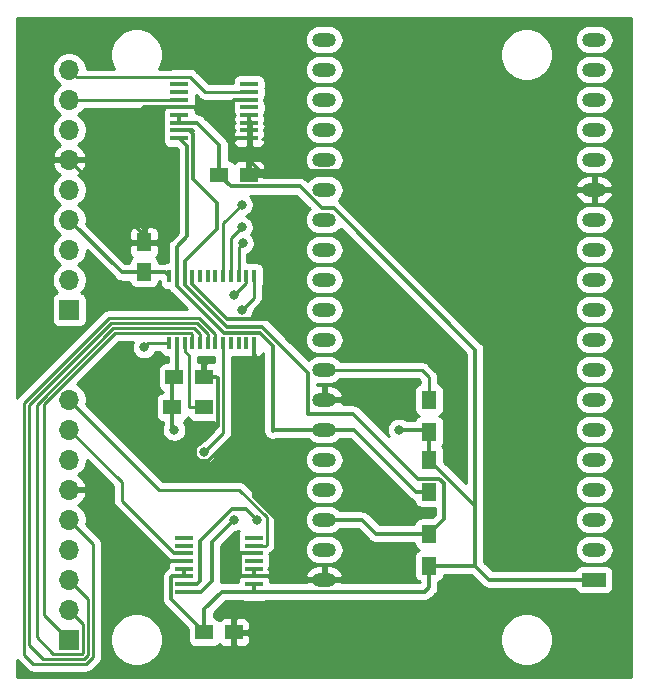
<source format=gbr>
%TF.GenerationSoftware,KiCad,Pcbnew,(5.1.9)-1*%
%TF.CreationDate,2021-05-14T21:25:45-04:00*%
%TF.ProjectId,AtariWiiWifi,41746172-6957-4696-9957-6966692e6b69,rev?*%
%TF.SameCoordinates,Original*%
%TF.FileFunction,Copper,L1,Top*%
%TF.FilePolarity,Positive*%
%FSLAX46Y46*%
G04 Gerber Fmt 4.6, Leading zero omitted, Abs format (unit mm)*
G04 Created by KiCad (PCBNEW (5.1.9)-1) date 2021-05-14 21:25:45*
%MOMM*%
%LPD*%
G01*
G04 APERTURE LIST*
%TA.AperFunction,SMDPad,CuDef*%
%ADD10R,1.250000X1.500000*%
%TD*%
%TA.AperFunction,ComponentPad*%
%ADD11O,1.700000X1.700000*%
%TD*%
%TA.AperFunction,ComponentPad*%
%ADD12R,1.700000X1.700000*%
%TD*%
%TA.AperFunction,SMDPad,CuDef*%
%ADD13R,1.500000X1.300000*%
%TD*%
%TA.AperFunction,SMDPad,CuDef*%
%ADD14R,1.300000X1.500000*%
%TD*%
%TA.AperFunction,SMDPad,CuDef*%
%ADD15R,0.400000X1.100000*%
%TD*%
%TA.AperFunction,SMDPad,CuDef*%
%ADD16R,1.500000X0.450000*%
%TD*%
%TA.AperFunction,ComponentPad*%
%ADD17O,2.000000X1.200000*%
%TD*%
%TA.AperFunction,ComponentPad*%
%ADD18R,2.000000X1.200000*%
%TD*%
%TA.AperFunction,SMDPad,CuDef*%
%ADD19R,1.500000X1.250000*%
%TD*%
%TA.AperFunction,ViaPad*%
%ADD20C,0.800000*%
%TD*%
%TA.AperFunction,Conductor*%
%ADD21C,0.228600*%
%TD*%
%TA.AperFunction,Conductor*%
%ADD22C,0.304800*%
%TD*%
%TA.AperFunction,Conductor*%
%ADD23C,0.254000*%
%TD*%
%TA.AperFunction,Conductor*%
%ADD24C,0.100000*%
%TD*%
G04 APERTURE END LIST*
D10*
%TO.P,C1,2*%
%TO.N,GND*%
X135890000Y-87015000D03*
%TO.P,C1,1*%
%TO.N,/J1_5V*%
X135890000Y-89515000D03*
%TD*%
D11*
%TO.P,J1A1,9*%
%TO.N,/J1_PotB*%
X129540000Y-100330000D03*
%TO.P,J1A1,8*%
%TO.N,/J1_PotA*%
X129540000Y-102870000D03*
%TO.P,J1A1,7*%
%TO.N,/J1_RIGHT*%
X129540000Y-105410000D03*
%TO.P,J1A1,6*%
%TO.N,GND*%
X129540000Y-107950000D03*
%TO.P,J1A1,5*%
%TO.N,/J1_LEFT*%
X129540000Y-110490000D03*
%TO.P,J1A1,4*%
%TO.N,/J1_5V*%
X129540000Y-113030000D03*
%TO.P,J1A1,3*%
%TO.N,/J1_DOWN*%
X129540000Y-115570000D03*
%TO.P,J1A1,2*%
%TO.N,/J1_TRIG*%
X129540000Y-118110000D03*
D12*
%TO.P,J1A1,1*%
%TO.N,/J1_UP*%
X129540000Y-120650000D03*
%TD*%
%TO.P,J2A1,1*%
%TO.N,/J2_UP*%
X129540000Y-92710000D03*
D11*
%TO.P,J2A1,2*%
%TO.N,/J2_TRIG*%
X129540000Y-90170000D03*
%TO.P,J2A1,3*%
%TO.N,/J2_DOWN*%
X129540000Y-87630000D03*
%TO.P,J2A1,4*%
%TO.N,/J1_5V*%
X129540000Y-85090000D03*
%TO.P,J2A1,5*%
%TO.N,/J2_LEFT*%
X129540000Y-82550000D03*
%TO.P,J2A1,6*%
%TO.N,GND*%
X129540000Y-80010000D03*
%TO.P,J2A1,7*%
%TO.N,/J2_RIGHT*%
X129540000Y-77470000D03*
%TO.P,J2A1,8*%
%TO.N,/J2_PotA*%
X129540000Y-74930000D03*
%TO.P,J2A1,9*%
%TO.N,/J2_PotB*%
X129540000Y-72390000D03*
%TD*%
D13*
%TO.P,R1,2*%
%TO.N,Net-(R1-Pad2)*%
X140970000Y-100965000D03*
%TO.P,R1,1*%
%TO.N,+3V3*%
X138270000Y-100965000D03*
%TD*%
D14*
%TO.P,R2,1*%
%TO.N,+3V3*%
X160020000Y-103030000D03*
%TO.P,R2,2*%
%TO.N,Net-(R2-Pad2)*%
X160020000Y-100330000D03*
%TD*%
%TO.P,R3,2*%
%TO.N,/SCL*%
X160020000Y-111680000D03*
%TO.P,R3,1*%
%TO.N,+3V3*%
X160020000Y-114380000D03*
%TD*%
%TO.P,R4,1*%
%TO.N,+3V3*%
X160020000Y-105410000D03*
%TO.P,R4,2*%
%TO.N,/SDA*%
X160020000Y-108110000D03*
%TD*%
D15*
%TO.P,U1,24*%
%TO.N,/J1_5V*%
X138030000Y-89860000D03*
%TO.P,U1,23*%
%TO.N,/SDA*%
X138680000Y-89860000D03*
%TO.P,U1,22*%
%TO.N,/SCL*%
X139330000Y-89860000D03*
%TO.P,U1,21*%
%TO.N,GND*%
X139980000Y-89860000D03*
%TO.P,U1,20*%
%TO.N,Net-(U1-Pad20)*%
X140630000Y-89860000D03*
%TO.P,U1,19*%
%TO.N,Net-(U1-Pad19)*%
X141280000Y-89860000D03*
%TO.P,U1,18*%
%TO.N,Net-(U1-Pad18)*%
X141930000Y-89860000D03*
%TO.P,U1,17*%
%TO.N,/J2_RIGHT*%
X142580000Y-89860000D03*
%TO.P,U1,16*%
%TO.N,/J2_LEFT*%
X143230000Y-89860000D03*
%TO.P,U1,15*%
%TO.N,/J2_DOWN*%
X143880000Y-89860000D03*
%TO.P,U1,14*%
%TO.N,/J2_TRIG*%
X144530000Y-89860000D03*
%TO.P,U1,13*%
%TO.N,/J2_UP*%
X145180000Y-89860000D03*
%TO.P,U1,12*%
%TO.N,GND*%
X145180000Y-95560000D03*
%TO.P,U1,11*%
%TO.N,Net-(U1-Pad11)*%
X144530000Y-95560000D03*
%TO.P,U1,10*%
%TO.N,Net-(U1-Pad10)*%
X143880000Y-95560000D03*
%TO.P,U1,9*%
%TO.N,Net-(U1-Pad9)*%
X143230000Y-95560000D03*
%TO.P,U1,8*%
%TO.N,/J1_RIGHT*%
X142580000Y-95560000D03*
%TO.P,U1,7*%
%TO.N,/J1_LEFT*%
X141930000Y-95560000D03*
%TO.P,U1,6*%
%TO.N,/J1_DOWN*%
X141280000Y-95560000D03*
%TO.P,U1,5*%
%TO.N,/J1_TRIG*%
X140630000Y-95560000D03*
%TO.P,U1,4*%
%TO.N,/J1_UP*%
X139980000Y-95560000D03*
%TO.P,U1,3*%
%TO.N,Net-(R1-Pad2)*%
X139330000Y-95560000D03*
%TO.P,U1,2*%
%TO.N,+3V3*%
X138680000Y-95560000D03*
%TO.P,U1,1*%
%TO.N,Net-(R2-Pad2)*%
X138030000Y-95560000D03*
%TD*%
D16*
%TO.P,U2,1*%
%TO.N,Net-(U2-Pad1)*%
X138880000Y-73630000D03*
%TO.P,U2,2*%
%TO.N,Net-(U2-Pad2)*%
X138880000Y-74280000D03*
%TO.P,U2,3*%
%TO.N,/J2_PotA*%
X138880000Y-74930000D03*
%TO.P,U2,4*%
%TO.N,GND*%
X138880000Y-75580000D03*
%TO.P,U2,5*%
%TO.N,+3V3*%
X138880000Y-76230000D03*
%TO.P,U2,6*%
X138880000Y-76880000D03*
%TO.P,U2,7*%
%TO.N,/SCL*%
X138880000Y-77530000D03*
%TO.P,U2,8*%
%TO.N,/SDA*%
X138880000Y-78180000D03*
%TO.P,U2,9*%
%TO.N,GND*%
X144780000Y-78180000D03*
%TO.P,U2,10*%
X144780000Y-77530000D03*
%TO.P,U2,11*%
X144780000Y-76880000D03*
%TO.P,U2,12*%
X144780000Y-76230000D03*
%TO.P,U2,13*%
%TO.N,Net-(U2-Pad13)*%
X144780000Y-75580000D03*
%TO.P,U2,14*%
%TO.N,GND*%
X144780000Y-74930000D03*
%TO.P,U2,15*%
%TO.N,/J2_PotB*%
X144780000Y-74280000D03*
%TO.P,U2,16*%
%TO.N,Net-(U2-Pad16)*%
X144780000Y-73630000D03*
%TD*%
%TO.P,U3,16*%
%TO.N,Net-(U3-Pad16)*%
X145190000Y-112025000D03*
%TO.P,U3,15*%
%TO.N,/J1_PotB*%
X145190000Y-112675000D03*
%TO.P,U3,14*%
%TO.N,GND*%
X145190000Y-113325000D03*
%TO.P,U3,13*%
%TO.N,Net-(U3-Pad13)*%
X145190000Y-113975000D03*
%TO.P,U3,12*%
%TO.N,GND*%
X145190000Y-114625000D03*
%TO.P,U3,11*%
X145190000Y-115275000D03*
%TO.P,U3,10*%
%TO.N,+3V3*%
X145190000Y-115925000D03*
%TO.P,U3,9*%
X145190000Y-116575000D03*
%TO.P,U3,8*%
%TO.N,/SDA*%
X139290000Y-116575000D03*
%TO.P,U3,7*%
%TO.N,/SCL*%
X139290000Y-115925000D03*
%TO.P,U3,6*%
%TO.N,+3V3*%
X139290000Y-115275000D03*
%TO.P,U3,5*%
X139290000Y-114625000D03*
%TO.P,U3,4*%
%TO.N,GND*%
X139290000Y-113975000D03*
%TO.P,U3,3*%
%TO.N,/J1_PotA*%
X139290000Y-113325000D03*
%TO.P,U3,2*%
%TO.N,Net-(U3-Pad2)*%
X139290000Y-112675000D03*
%TO.P,U3,1*%
%TO.N,Net-(U3-Pad1)*%
X139290000Y-112025000D03*
%TD*%
D17*
%TO.P,U4,38*%
%TO.N,GND*%
X151130000Y-115570000D03*
D18*
%TO.P,U4,1*%
%TO.N,+3V3*%
X173990000Y-115570000D03*
D17*
%TO.P,U4,37*%
%TO.N,Net-(U4-Pad37)*%
X151130000Y-113030000D03*
%TO.P,U4,2*%
%TO.N,Net-(U4-Pad2)*%
X173990000Y-113030000D03*
%TO.P,U4,36*%
%TO.N,/SCL*%
X151130000Y-110490000D03*
%TO.P,U4,3*%
%TO.N,Net-(U4-Pad3)*%
X173990000Y-110490000D03*
%TO.P,U4,35*%
%TO.N,Net-(U4-Pad35)*%
X151130000Y-107950000D03*
%TO.P,U4,4*%
%TO.N,Net-(U4-Pad4)*%
X173990000Y-107950000D03*
%TO.P,U4,34*%
%TO.N,Net-(U4-Pad34)*%
X151130000Y-105410000D03*
%TO.P,U4,5*%
%TO.N,Net-(U4-Pad5)*%
X173990000Y-105410000D03*
%TO.P,U4,33*%
%TO.N,/SDA*%
X151130000Y-102870000D03*
%TO.P,U4,6*%
%TO.N,Net-(U4-Pad6)*%
X173990000Y-102870000D03*
%TO.P,U4,32*%
%TO.N,GND*%
X151130000Y-100330000D03*
%TO.P,U4,7*%
%TO.N,Net-(U4-Pad7)*%
X173990000Y-100330000D03*
%TO.P,U4,31*%
%TO.N,Net-(R2-Pad2)*%
X151130000Y-97790000D03*
%TO.P,U4,8*%
%TO.N,Net-(U4-Pad8)*%
X173990000Y-97790000D03*
%TO.P,U4,30*%
%TO.N,Net-(U4-Pad30)*%
X151130000Y-95250000D03*
%TO.P,U4,9*%
%TO.N,Net-(U4-Pad9)*%
X173990000Y-95250000D03*
%TO.P,U4,29*%
%TO.N,Net-(U4-Pad29)*%
X151130000Y-92710000D03*
%TO.P,U4,10*%
%TO.N,Net-(U4-Pad10)*%
X173990000Y-92710000D03*
%TO.P,U4,28*%
%TO.N,Net-(U4-Pad28)*%
X151130000Y-90170000D03*
%TO.P,U4,11*%
%TO.N,Net-(U4-Pad11)*%
X173990000Y-90170000D03*
%TO.P,U4,27*%
%TO.N,Net-(U4-Pad27)*%
X151130000Y-87630000D03*
%TO.P,U4,12*%
%TO.N,Net-(U4-Pad12)*%
X173990000Y-87630000D03*
%TO.P,U4,26*%
%TO.N,Net-(U4-Pad26)*%
X151130000Y-85090000D03*
%TO.P,U4,13*%
%TO.N,Net-(U4-Pad13)*%
X173990000Y-85090000D03*
%TO.P,U4,25*%
%TO.N,Net-(U4-Pad25)*%
X151130000Y-82550000D03*
%TO.P,U4,14*%
%TO.N,GND*%
X173990000Y-82550000D03*
%TO.P,U4,24*%
%TO.N,Net-(U4-Pad24)*%
X151130000Y-80010000D03*
%TO.P,U4,15*%
%TO.N,Net-(U4-Pad15)*%
X173990000Y-80010000D03*
%TO.P,U4,23*%
%TO.N,Net-(U4-Pad23)*%
X151130000Y-77470000D03*
%TO.P,U4,16*%
%TO.N,Net-(U4-Pad16)*%
X173990000Y-77470000D03*
%TO.P,U4,22*%
%TO.N,Net-(U4-Pad22)*%
X151130000Y-74930000D03*
%TO.P,U4,17*%
%TO.N,Net-(U4-Pad17)*%
X173990000Y-74930000D03*
%TO.P,U4,21*%
%TO.N,Net-(U4-Pad21)*%
X151130000Y-72390000D03*
%TO.P,U4,18*%
%TO.N,Net-(U4-Pad18)*%
X173990000Y-72390000D03*
%TO.P,U4,20*%
%TO.N,Net-(U4-Pad20)*%
X151130000Y-69850000D03*
%TO.P,U4,19*%
%TO.N,Net-(U4-Pad19)*%
X173990000Y-69850000D03*
%TD*%
D19*
%TO.P,C2,1*%
%TO.N,+3V3*%
X140990000Y-120015000D03*
%TO.P,C2,2*%
%TO.N,GND*%
X143490000Y-120015000D03*
%TD*%
%TO.P,C3,2*%
%TO.N,GND*%
X140950000Y-98425000D03*
%TO.P,C3,1*%
%TO.N,+3V3*%
X138450000Y-98425000D03*
%TD*%
%TO.P,C4,1*%
%TO.N,+3V3*%
X142260000Y-81280000D03*
%TO.P,C4,2*%
%TO.N,GND*%
X144760000Y-81280000D03*
%TD*%
D20*
%TO.N,/J1_RIGHT*%
X140970000Y-104775000D03*
%TO.N,GND*%
X144145000Y-100330000D03*
X151130000Y-118110000D03*
X147320000Y-93980000D03*
%TO.N,/J2_TRIG*%
X143510000Y-91440000D03*
%TO.N,/J2_RIGHT*%
X144145000Y-83820000D03*
%TO.N,/J2_LEFT*%
X144145000Y-85725000D03*
%TO.N,/J2_DOWN*%
X144219378Y-87069378D03*
%TO.N,/J2_UP*%
X144145000Y-92710000D03*
%TO.N,+3V3*%
X138430000Y-102870000D03*
X157480000Y-102870000D03*
%TO.N,Net-(R2-Pad2)*%
X135890000Y-95885000D03*
%TO.N,/SCL*%
X145415000Y-110490000D03*
%TO.N,/SDA*%
X143510004Y-110490000D03*
%TD*%
D21*
%TO.N,/J1_UP*%
X127431811Y-100710289D02*
X127431811Y-118541811D01*
X139891100Y-94692500D02*
X133449600Y-94692500D01*
X133449600Y-94692500D02*
X127431811Y-100710289D01*
X139980000Y-94781400D02*
X139891100Y-94692500D01*
X127431811Y-118541811D02*
X129540000Y-120650000D01*
X139980000Y-95560000D02*
X139980000Y-94781400D01*
%TO.N,/J1_DOWN*%
X131139310Y-117169310D02*
X129540000Y-115570000D01*
X130822862Y-122249310D02*
X131139310Y-121932862D01*
X127329310Y-122249310D02*
X130822862Y-122249310D01*
X126161811Y-100758947D02*
X126161811Y-121081811D01*
X133091878Y-93828880D02*
X126161811Y-100758947D01*
X140327480Y-93828880D02*
X133091878Y-93828880D01*
X131139310Y-121932862D02*
X131139310Y-117169310D01*
X141280000Y-94781400D02*
X140327480Y-93828880D01*
X126161811Y-121081811D02*
X127329310Y-122249310D01*
X141280000Y-95560000D02*
X141280000Y-94781400D01*
%TO.N,/J1_LEFT*%
X131571121Y-122111723D02*
X131571121Y-112521121D01*
X126491121Y-122681121D02*
X131001723Y-122681121D01*
X131571121Y-112521121D02*
X129540000Y-110490000D01*
X125730000Y-121920000D02*
X126491121Y-122681121D01*
X125730000Y-100580086D02*
X125730000Y-121920000D01*
X132913017Y-93397069D02*
X125730000Y-100580086D01*
X140545669Y-93397069D02*
X132913017Y-93397069D01*
X141930000Y-94781400D02*
X140545669Y-93397069D01*
X131001723Y-122681121D02*
X131571121Y-122111723D01*
X141930000Y-95560000D02*
X141930000Y-94781400D01*
%TO.N,/J1_RIGHT*%
X142580000Y-103165000D02*
X142580000Y-95560000D01*
X140970000Y-104775000D02*
X142580000Y-103165000D01*
%TO.N,/J1_PotB*%
X146257501Y-112586099D02*
X146257501Y-110270599D01*
X146168600Y-112675000D02*
X146257501Y-112586099D01*
X146257501Y-110270599D02*
X143936902Y-107950000D01*
X145190000Y-112675000D02*
X146168600Y-112675000D01*
X137160000Y-107950000D02*
X129540000Y-100330000D01*
X143936902Y-107950000D02*
X137160000Y-107950000D01*
%TO.N,/J1_TRIG*%
X130707500Y-119277500D02*
X129540000Y-118110000D01*
X130707500Y-121754001D02*
X130707500Y-119277500D01*
X130644001Y-121817500D02*
X130707500Y-121754001D01*
X128167500Y-121817500D02*
X130644001Y-121817500D01*
X126796811Y-120446811D02*
X128167500Y-121817500D01*
X126796811Y-100734618D02*
X126796811Y-120446811D01*
X133270739Y-94260690D02*
X126796811Y-100734618D01*
X140109290Y-94260690D02*
X133270739Y-94260690D01*
X140630000Y-94781400D02*
X140109290Y-94260690D01*
X140630000Y-95560000D02*
X140630000Y-94781400D01*
D22*
%TO.N,/J1_5V*%
X129540000Y-85090000D02*
X133985000Y-89535000D01*
X136505000Y-89535000D02*
X136525000Y-89515000D01*
X133985000Y-89535000D02*
X136505000Y-89535000D01*
X137685000Y-89515000D02*
X138030000Y-89860000D01*
X136525000Y-89515000D02*
X137685000Y-89515000D01*
%TO.N,GND*%
X144780000Y-76230000D02*
X144780000Y-76880000D01*
X144780000Y-76880000D02*
X144780000Y-77530000D01*
X144780000Y-77530000D02*
X144780000Y-78180000D01*
X144780000Y-81260000D02*
X144760000Y-81280000D01*
X138880000Y-75580000D02*
X140350000Y-75580000D01*
X142950000Y-78180000D02*
X144780000Y-78180000D01*
X144780000Y-74930000D02*
X143510000Y-74930000D01*
X143510000Y-74930000D02*
X141605000Y-76835000D01*
X141605000Y-76835000D02*
X142950000Y-78180000D01*
X140350000Y-75580000D02*
X141605000Y-76835000D01*
X149225000Y-115570000D02*
X151130000Y-115570000D01*
X148930000Y-115275000D02*
X149225000Y-115570000D01*
X145190000Y-114625000D02*
X145190000Y-115275000D01*
X145190000Y-115275000D02*
X144135200Y-115275000D01*
X144018012Y-115157812D02*
X144018012Y-113442188D01*
X144018012Y-113442188D02*
X144135200Y-113325000D01*
X144135200Y-115275000D02*
X144018012Y-115157812D01*
X144135200Y-113325000D02*
X145190000Y-113325000D01*
X139290000Y-113975000D02*
X138105000Y-113975000D01*
X132080000Y-107950000D02*
X129540000Y-107950000D01*
X138105000Y-113975000D02*
X132080000Y-107950000D01*
X129540000Y-80010000D02*
X131445000Y-80010000D01*
X135875000Y-75580000D02*
X138880000Y-75580000D01*
X131445000Y-80010000D02*
X135875000Y-75580000D01*
X148295000Y-111643545D02*
X148295000Y-115275000D01*
X145180000Y-108528545D02*
X148295000Y-111643545D01*
X148295000Y-115275000D02*
X148930000Y-115275000D01*
X145190000Y-115275000D02*
X148295000Y-115275000D01*
X144945000Y-100330000D02*
X145180000Y-100095000D01*
X144145000Y-100330000D02*
X144945000Y-100330000D01*
X145180000Y-100095000D02*
X145180000Y-108528545D01*
X145180000Y-95560000D02*
X145180000Y-100095000D01*
X144145000Y-102718290D02*
X144145000Y-100330000D01*
X141332689Y-105530601D02*
X144145000Y-102718290D01*
X140214399Y-105137689D02*
X140607311Y-105530601D01*
X140607311Y-105530601D02*
X141332689Y-105530601D01*
X140214399Y-104412311D02*
X140214399Y-105137689D01*
X142110090Y-102516620D02*
X140214399Y-104412311D01*
X142110090Y-98530290D02*
X142110090Y-102516620D01*
X142004800Y-98425000D02*
X142110090Y-98530290D01*
X140950000Y-98425000D02*
X142004800Y-98425000D01*
X149225000Y-120015000D02*
X151130000Y-118110000D01*
X143490000Y-120015000D02*
X149225000Y-120015000D01*
X146805601Y-93465601D02*
X147320000Y-93980000D01*
X142913953Y-93465601D02*
X146805601Y-93465601D01*
X139980000Y-90531648D02*
X142913953Y-93465601D01*
X139980000Y-89860000D02*
X139980000Y-90531648D01*
X144780000Y-80010000D02*
X145735610Y-80965610D01*
X145735610Y-80965610D02*
X157165610Y-80965610D01*
X144780000Y-78180000D02*
X144780000Y-80010000D01*
X144780000Y-80010000D02*
X144780000Y-81260000D01*
X158750000Y-82550000D02*
X173990000Y-82550000D01*
X157165610Y-80965610D02*
X158750000Y-82550000D01*
X135890000Y-86360000D02*
X135890000Y-87015000D01*
X129540000Y-80010000D02*
X135890000Y-86360000D01*
D21*
%TO.N,/J1_PotA*%
X138393498Y-113325000D02*
X133985000Y-108916502D01*
X139290000Y-113325000D02*
X138393498Y-113325000D01*
X133985000Y-107315000D02*
X129540000Y-102870000D01*
X133985000Y-108916502D02*
X133985000Y-107315000D01*
%TO.N,/J2_PotA*%
X129540000Y-74930000D02*
X138880000Y-74930000D01*
%TO.N,/J2_TRIG*%
X144530000Y-90420000D02*
X143510000Y-91440000D01*
X144530000Y-89860000D02*
X144530000Y-90420000D01*
%TO.N,/J2_PotB*%
X141076502Y-74280000D02*
X144780000Y-74280000D01*
X130187501Y-73037501D02*
X138417499Y-73037501D01*
X129540000Y-72390000D02*
X130187501Y-73037501D01*
X138490751Y-72964249D02*
X139760751Y-72964249D01*
X138417499Y-73037501D02*
X138490751Y-72964249D01*
X139760751Y-72964249D02*
X141076502Y-74280000D01*
%TO.N,/J2_RIGHT*%
X142580000Y-85385000D02*
X144145000Y-83820000D01*
X142580000Y-89860000D02*
X142580000Y-85385000D01*
%TO.N,/J2_LEFT*%
X143230000Y-89860000D02*
X143230000Y-86640000D01*
X143230000Y-86640000D02*
X144145000Y-85725000D01*
%TO.N,/J2_DOWN*%
X143880000Y-87408756D02*
X144219378Y-87069378D01*
X143880000Y-89860000D02*
X143880000Y-87408756D01*
%TO.N,/J2_UP*%
X145180000Y-91675000D02*
X144145000Y-92710000D01*
X145180000Y-89860000D02*
X145180000Y-91675000D01*
%TO.N,Net-(R1-Pad2)*%
X139330000Y-96231502D02*
X139700000Y-96601502D01*
X139330000Y-95560000D02*
X139330000Y-96231502D01*
X139700000Y-96601502D02*
X139700000Y-100965000D01*
X139700000Y-100965000D02*
X140970000Y-100965000D01*
D22*
%TO.N,+3V3*%
X138880000Y-76230000D02*
X138880000Y-76880000D01*
X138880000Y-76880000D02*
X140380000Y-76880000D01*
X142260000Y-78760000D02*
X142260000Y-81280000D01*
X140380000Y-76880000D02*
X142260000Y-78760000D01*
X160020000Y-114380000D02*
X163910000Y-114380000D01*
X165100000Y-115570000D02*
X173990000Y-115570000D01*
X163910000Y-114380000D02*
X165100000Y-115570000D01*
X160020000Y-103030000D02*
X160020000Y-105410000D01*
X160020000Y-105410000D02*
X163910000Y-109300000D01*
X145190000Y-116575000D02*
X159650000Y-116575000D01*
X160020000Y-116205000D02*
X160020000Y-114380000D01*
X159650000Y-116575000D02*
X160020000Y-116205000D01*
X140990000Y-120015000D02*
X140990000Y-118090000D01*
X142505000Y-116575000D02*
X145190000Y-116575000D01*
X140990000Y-118090000D02*
X142505000Y-116575000D01*
X145190000Y-116575000D02*
X145190000Y-115925000D01*
X138184399Y-117209399D02*
X140990000Y-120015000D01*
X138184399Y-115325801D02*
X138184399Y-117209399D01*
X138235200Y-115275000D02*
X138184399Y-115325801D01*
X139290000Y-115275000D02*
X138235200Y-115275000D01*
X139290000Y-114625000D02*
X139290000Y-115275000D01*
X138680000Y-98195000D02*
X138680000Y-95560000D01*
X138450000Y-98425000D02*
X138680000Y-98195000D01*
X138270000Y-98605000D02*
X138450000Y-98425000D01*
X138270000Y-100965000D02*
X138270000Y-98605000D01*
X163910000Y-96118564D02*
X163910000Y-109775000D01*
X151925826Y-84134390D02*
X163910000Y-96118564D01*
X150962954Y-84134390D02*
X151925826Y-84134390D01*
X149089165Y-82260601D02*
X150962954Y-84134390D01*
X143240601Y-82260601D02*
X149089165Y-82260601D01*
X142260000Y-81280000D02*
X143240601Y-82260601D01*
X163910000Y-109775000D02*
X163910000Y-114380000D01*
X163910000Y-109300000D02*
X163910000Y-109775000D01*
X138270000Y-102710000D02*
X138430000Y-102870000D01*
X138270000Y-100965000D02*
X138270000Y-102710000D01*
X159860000Y-102870000D02*
X160020000Y-103030000D01*
X157480000Y-102870000D02*
X159860000Y-102870000D01*
D21*
%TO.N,Net-(R2-Pad2)*%
X151130000Y-97790000D02*
X159385000Y-97790000D01*
X160020000Y-98425000D02*
X160020000Y-100330000D01*
X159385000Y-97790000D02*
X160020000Y-98425000D01*
X136215000Y-95560000D02*
X135890000Y-95885000D01*
X138030000Y-95560000D02*
X136215000Y-95560000D01*
D22*
%TO.N,/SCL*%
X151130000Y-110490000D02*
X154305000Y-110490000D01*
X155495000Y-111680000D02*
X160020000Y-111680000D01*
X154305000Y-110490000D02*
X155495000Y-111680000D01*
X160895965Y-107004399D02*
X161290000Y-107398434D01*
X159085519Y-107004399D02*
X160895965Y-107004399D01*
X149774390Y-101514390D02*
X153595510Y-101514390D01*
X149774390Y-98045874D02*
X149774390Y-101514390D01*
X145874906Y-94146390D02*
X149774390Y-98045874D01*
X153595510Y-101514390D02*
X159085519Y-107004399D01*
X142876307Y-94146389D02*
X145874906Y-94146390D01*
X139330000Y-90600082D02*
X142876307Y-94146389D01*
X139330000Y-89860000D02*
X139330000Y-90600082D01*
X161290000Y-110410000D02*
X160020000Y-111680000D01*
X161290000Y-107398434D02*
X161290000Y-110410000D01*
X139934800Y-77530000D02*
X139985601Y-77580801D01*
X139760000Y-77530000D02*
X139934800Y-77530000D01*
X138880000Y-77530000D02*
X139760000Y-77530000D01*
X140344800Y-115925000D02*
X139290000Y-115925000D01*
X140615000Y-112266708D02*
X140615000Y-115654800D01*
X140615000Y-115654800D02*
X140344800Y-115925000D01*
X143296508Y-109585200D02*
X140615000Y-112266708D01*
X144510200Y-109585200D02*
X145415000Y-110490000D01*
X143296508Y-109585200D02*
X144510200Y-109585200D01*
X139330000Y-88621706D02*
X142055601Y-85896105D01*
X142055601Y-83635601D02*
X140063611Y-81643611D01*
X140063611Y-77833611D02*
X139760000Y-77530000D01*
X142055601Y-85896105D02*
X142055601Y-83635601D01*
X139330000Y-89860000D02*
X139330000Y-88621706D01*
X140063611Y-81643611D02*
X140063611Y-77833611D01*
%TO.N,/SDA*%
X160020000Y-108110000D02*
X158910000Y-108110000D01*
X153670000Y-102870000D02*
X151130000Y-102870000D01*
X158910000Y-108110000D02*
X153670000Y-102870000D01*
X146829918Y-102870000D02*
X151130000Y-102870000D01*
X146757459Y-95747377D02*
X146757459Y-102942459D01*
X145664481Y-94654399D02*
X146757459Y-95747377D01*
X142619599Y-94654399D02*
X145664481Y-94654399D01*
X138680000Y-90714800D02*
X142619599Y-94654399D01*
X138680000Y-89860000D02*
X138680000Y-90714800D01*
X146757459Y-102942459D02*
X146829918Y-102870000D01*
X139555601Y-78855601D02*
X139555601Y-86504399D01*
X138880000Y-78180000D02*
X139555601Y-78855601D01*
X138680000Y-87380000D02*
X138680000Y-89860000D01*
X139555601Y-86504399D02*
X138680000Y-87380000D01*
X143510000Y-110490004D02*
X143510004Y-110490000D01*
X141605000Y-112395004D02*
X143510000Y-110490004D01*
X141605000Y-115653434D02*
X141605000Y-112395004D01*
X140683434Y-116575000D02*
X141605000Y-115653434D01*
X139290000Y-116575000D02*
X140683434Y-116575000D01*
%TD*%
D23*
%TO.N,GND*%
X177140000Y-123800000D02*
X125120000Y-123800000D01*
X125120000Y-122357840D01*
X125174140Y-122423809D01*
X125197603Y-122452398D01*
X125226189Y-122475858D01*
X125935267Y-123184937D01*
X125958723Y-123213519D01*
X125987304Y-123236975D01*
X125987311Y-123236982D01*
X126072818Y-123307155D01*
X126202989Y-123376733D01*
X126344233Y-123419579D01*
X126454315Y-123430421D01*
X126454323Y-123430421D01*
X126491121Y-123434045D01*
X126527919Y-123430421D01*
X130964928Y-123430421D01*
X131001723Y-123434045D01*
X131038518Y-123430421D01*
X131038529Y-123430421D01*
X131148611Y-123419579D01*
X131289855Y-123376733D01*
X131420026Y-123307155D01*
X131534121Y-123213519D01*
X131557586Y-123184927D01*
X132074933Y-122667581D01*
X132103519Y-122644121D01*
X132197155Y-122530026D01*
X132266733Y-122399855D01*
X132309579Y-122258611D01*
X132320421Y-122148529D01*
X132320421Y-122148520D01*
X132324045Y-122111724D01*
X132320421Y-122074928D01*
X132320421Y-120429872D01*
X133020000Y-120429872D01*
X133020000Y-120870128D01*
X133105890Y-121301925D01*
X133274369Y-121708669D01*
X133518962Y-122074729D01*
X133830271Y-122386038D01*
X134196331Y-122630631D01*
X134603075Y-122799110D01*
X135034872Y-122885000D01*
X135475128Y-122885000D01*
X135906925Y-122799110D01*
X136313669Y-122630631D01*
X136679729Y-122386038D01*
X136991038Y-122074729D01*
X137235631Y-121708669D01*
X137404110Y-121301925D01*
X137490000Y-120870128D01*
X137490000Y-120429872D01*
X137404110Y-119998075D01*
X137235631Y-119591331D01*
X136991038Y-119225271D01*
X136679729Y-118913962D01*
X136313669Y-118669369D01*
X135906925Y-118500890D01*
X135475128Y-118415000D01*
X135034872Y-118415000D01*
X134603075Y-118500890D01*
X134196331Y-118669369D01*
X133830271Y-118913962D01*
X133518962Y-119225271D01*
X133274369Y-119591331D01*
X133105890Y-119998075D01*
X133020000Y-120429872D01*
X132320421Y-120429872D01*
X132320421Y-112557917D01*
X132324045Y-112521121D01*
X132320421Y-112484325D01*
X132320421Y-112484315D01*
X132309579Y-112374233D01*
X132266733Y-112232989D01*
X132218420Y-112142602D01*
X132197155Y-112102817D01*
X132126981Y-112017311D01*
X132126979Y-112017309D01*
X132103519Y-111988723D01*
X132074932Y-111965262D01*
X130978699Y-110869029D01*
X131025000Y-110636260D01*
X131025000Y-110343740D01*
X130967932Y-110056842D01*
X130855990Y-109786589D01*
X130693475Y-109543368D01*
X130486632Y-109336525D01*
X130304466Y-109214805D01*
X130421355Y-109145178D01*
X130637588Y-108950269D01*
X130811641Y-108716920D01*
X130936825Y-108454099D01*
X130981476Y-108306890D01*
X130860155Y-108077000D01*
X129667000Y-108077000D01*
X129667000Y-108097000D01*
X129413000Y-108097000D01*
X129413000Y-108077000D01*
X129393000Y-108077000D01*
X129393000Y-107823000D01*
X129413000Y-107823000D01*
X129413000Y-107803000D01*
X129667000Y-107803000D01*
X129667000Y-107823000D01*
X130860155Y-107823000D01*
X130981476Y-107593110D01*
X130936825Y-107445901D01*
X130811641Y-107183080D01*
X130637588Y-106949731D01*
X130421355Y-106754822D01*
X130304466Y-106685195D01*
X130486632Y-106563475D01*
X130693475Y-106356632D01*
X130855990Y-106113411D01*
X130967932Y-105843158D01*
X131025000Y-105556260D01*
X131025000Y-105414669D01*
X133235701Y-107625371D01*
X133235700Y-108879706D01*
X133232076Y-108916502D01*
X133235700Y-108953297D01*
X133235700Y-108953307D01*
X133246542Y-109063389D01*
X133289388Y-109204633D01*
X133358966Y-109334805D01*
X133408412Y-109395055D01*
X133452602Y-109448900D01*
X133481194Y-109472365D01*
X137837644Y-113828817D01*
X137861100Y-113857398D01*
X137889681Y-113880854D01*
X137889688Y-113880861D01*
X137964377Y-113942156D01*
X137975195Y-113951034D01*
X138052905Y-113992571D01*
X138009463Y-114045506D01*
X137950498Y-114155820D01*
X137937247Y-114199503D01*
X137905000Y-114231750D01*
X137912088Y-114296843D01*
X137901928Y-114400000D01*
X137901928Y-114560315D01*
X137795628Y-114617134D01*
X137675731Y-114715531D01*
X137652832Y-114743433D01*
X137624930Y-114766332D01*
X137526533Y-114886230D01*
X137453417Y-115023019D01*
X137408393Y-115171445D01*
X137396999Y-115287129D01*
X137396999Y-115287138D01*
X137393191Y-115325801D01*
X137396999Y-115364464D01*
X137397000Y-117170726D01*
X137393191Y-117209399D01*
X137408394Y-117363756D01*
X137453417Y-117512181D01*
X137488386Y-117577602D01*
X137526534Y-117648971D01*
X137624931Y-117768868D01*
X137654972Y-117793522D01*
X139601928Y-119740479D01*
X139601928Y-120640000D01*
X139614188Y-120764482D01*
X139650498Y-120884180D01*
X139709463Y-120994494D01*
X139788815Y-121091185D01*
X139885506Y-121170537D01*
X139995820Y-121229502D01*
X140115518Y-121265812D01*
X140240000Y-121278072D01*
X141740000Y-121278072D01*
X141864482Y-121265812D01*
X141984180Y-121229502D01*
X142094494Y-121170537D01*
X142191185Y-121091185D01*
X142240000Y-121031704D01*
X142288815Y-121091185D01*
X142385506Y-121170537D01*
X142495820Y-121229502D01*
X142615518Y-121265812D01*
X142740000Y-121278072D01*
X143204250Y-121275000D01*
X143363000Y-121116250D01*
X143363000Y-120142000D01*
X143617000Y-120142000D01*
X143617000Y-121116250D01*
X143775750Y-121275000D01*
X144240000Y-121278072D01*
X144364482Y-121265812D01*
X144484180Y-121229502D01*
X144594494Y-121170537D01*
X144691185Y-121091185D01*
X144770537Y-120994494D01*
X144829502Y-120884180D01*
X144865812Y-120764482D01*
X144878072Y-120640000D01*
X144876170Y-120429872D01*
X166040000Y-120429872D01*
X166040000Y-120870128D01*
X166125890Y-121301925D01*
X166294369Y-121708669D01*
X166538962Y-122074729D01*
X166850271Y-122386038D01*
X167216331Y-122630631D01*
X167623075Y-122799110D01*
X168054872Y-122885000D01*
X168495128Y-122885000D01*
X168926925Y-122799110D01*
X169333669Y-122630631D01*
X169699729Y-122386038D01*
X170011038Y-122074729D01*
X170255631Y-121708669D01*
X170424110Y-121301925D01*
X170510000Y-120870128D01*
X170510000Y-120429872D01*
X170424110Y-119998075D01*
X170255631Y-119591331D01*
X170011038Y-119225271D01*
X169699729Y-118913962D01*
X169333669Y-118669369D01*
X168926925Y-118500890D01*
X168495128Y-118415000D01*
X168054872Y-118415000D01*
X167623075Y-118500890D01*
X167216331Y-118669369D01*
X166850271Y-118913962D01*
X166538962Y-119225271D01*
X166294369Y-119591331D01*
X166125890Y-119998075D01*
X166040000Y-120429872D01*
X144876170Y-120429872D01*
X144875000Y-120300750D01*
X144716250Y-120142000D01*
X143617000Y-120142000D01*
X143363000Y-120142000D01*
X143343000Y-120142000D01*
X143343000Y-119888000D01*
X143363000Y-119888000D01*
X143363000Y-118913750D01*
X143617000Y-118913750D01*
X143617000Y-119888000D01*
X144716250Y-119888000D01*
X144875000Y-119729250D01*
X144878072Y-119390000D01*
X144865812Y-119265518D01*
X144829502Y-119145820D01*
X144770537Y-119035506D01*
X144691185Y-118938815D01*
X144594494Y-118859463D01*
X144484180Y-118800498D01*
X144364482Y-118764188D01*
X144240000Y-118751928D01*
X143775750Y-118755000D01*
X143617000Y-118913750D01*
X143363000Y-118913750D01*
X143204250Y-118755000D01*
X142740000Y-118751928D01*
X142615518Y-118764188D01*
X142495820Y-118800498D01*
X142385506Y-118859463D01*
X142288815Y-118938815D01*
X142240000Y-118998296D01*
X142191185Y-118938815D01*
X142094494Y-118859463D01*
X141984180Y-118800498D01*
X141864482Y-118764188D01*
X141777400Y-118755611D01*
X141777400Y-118416150D01*
X142831152Y-117362400D01*
X144145117Y-117362400D01*
X144195820Y-117389502D01*
X144315518Y-117425812D01*
X144440000Y-117438072D01*
X145940000Y-117438072D01*
X146064482Y-117425812D01*
X146184180Y-117389502D01*
X146234883Y-117362400D01*
X159611337Y-117362400D01*
X159650000Y-117366208D01*
X159688663Y-117362400D01*
X159688673Y-117362400D01*
X159804357Y-117351006D01*
X159952783Y-117305982D01*
X160089572Y-117232866D01*
X160209469Y-117134469D01*
X160234128Y-117104422D01*
X160549423Y-116789127D01*
X160579469Y-116764469D01*
X160677866Y-116644572D01*
X160750982Y-116507783D01*
X160796006Y-116359357D01*
X160807400Y-116243673D01*
X160807400Y-116243664D01*
X160811208Y-116205001D01*
X160807400Y-116166338D01*
X160807400Y-115751893D01*
X160914180Y-115719502D01*
X161024494Y-115660537D01*
X161121185Y-115581185D01*
X161200537Y-115484494D01*
X161259502Y-115374180D01*
X161295812Y-115254482D01*
X161304389Y-115167400D01*
X163583850Y-115167400D01*
X164515881Y-116099433D01*
X164540531Y-116129469D01*
X164570567Y-116154119D01*
X164570569Y-116154121D01*
X164589918Y-116170000D01*
X164660428Y-116227866D01*
X164797217Y-116300982D01*
X164945643Y-116346006D01*
X165061327Y-116357400D01*
X165061336Y-116357400D01*
X165099999Y-116361208D01*
X165138662Y-116357400D01*
X172383274Y-116357400D01*
X172400498Y-116414180D01*
X172459463Y-116524494D01*
X172538815Y-116621185D01*
X172635506Y-116700537D01*
X172745820Y-116759502D01*
X172865518Y-116795812D01*
X172990000Y-116808072D01*
X174990000Y-116808072D01*
X175114482Y-116795812D01*
X175234180Y-116759502D01*
X175344494Y-116700537D01*
X175441185Y-116621185D01*
X175520537Y-116524494D01*
X175579502Y-116414180D01*
X175615812Y-116294482D01*
X175628072Y-116170000D01*
X175628072Y-114970000D01*
X175615812Y-114845518D01*
X175579502Y-114725820D01*
X175520537Y-114615506D01*
X175441185Y-114518815D01*
X175344494Y-114439463D01*
X175234180Y-114380498D01*
X175114482Y-114344188D01*
X174990000Y-114331928D01*
X172990000Y-114331928D01*
X172865518Y-114344188D01*
X172745820Y-114380498D01*
X172635506Y-114439463D01*
X172538815Y-114518815D01*
X172459463Y-114615506D01*
X172400498Y-114725820D01*
X172383274Y-114782600D01*
X165426152Y-114782600D01*
X164697400Y-114053850D01*
X164697400Y-113030000D01*
X172349025Y-113030000D01*
X172372870Y-113272102D01*
X172443489Y-113504901D01*
X172558167Y-113719449D01*
X172712498Y-113907502D01*
X172900551Y-114061833D01*
X173115099Y-114176511D01*
X173347898Y-114247130D01*
X173529335Y-114265000D01*
X174450665Y-114265000D01*
X174632102Y-114247130D01*
X174864901Y-114176511D01*
X175079449Y-114061833D01*
X175267502Y-113907502D01*
X175421833Y-113719449D01*
X175536511Y-113504901D01*
X175607130Y-113272102D01*
X175630975Y-113030000D01*
X175607130Y-112787898D01*
X175536511Y-112555099D01*
X175421833Y-112340551D01*
X175267502Y-112152498D01*
X175079449Y-111998167D01*
X174864901Y-111883489D01*
X174632102Y-111812870D01*
X174450665Y-111795000D01*
X173529335Y-111795000D01*
X173347898Y-111812870D01*
X173115099Y-111883489D01*
X172900551Y-111998167D01*
X172712498Y-112152498D01*
X172558167Y-112340551D01*
X172443489Y-112555099D01*
X172372870Y-112787898D01*
X172349025Y-113030000D01*
X164697400Y-113030000D01*
X164697400Y-110490000D01*
X172349025Y-110490000D01*
X172372870Y-110732102D01*
X172443489Y-110964901D01*
X172558167Y-111179449D01*
X172712498Y-111367502D01*
X172900551Y-111521833D01*
X173115099Y-111636511D01*
X173347898Y-111707130D01*
X173529335Y-111725000D01*
X174450665Y-111725000D01*
X174632102Y-111707130D01*
X174864901Y-111636511D01*
X175079449Y-111521833D01*
X175267502Y-111367502D01*
X175421833Y-111179449D01*
X175536511Y-110964901D01*
X175607130Y-110732102D01*
X175630975Y-110490000D01*
X175607130Y-110247898D01*
X175536511Y-110015099D01*
X175421833Y-109800551D01*
X175267502Y-109612498D01*
X175079449Y-109458167D01*
X174864901Y-109343489D01*
X174632102Y-109272870D01*
X174450665Y-109255000D01*
X173529335Y-109255000D01*
X173347898Y-109272870D01*
X173115099Y-109343489D01*
X172900551Y-109458167D01*
X172712498Y-109612498D01*
X172558167Y-109800551D01*
X172443489Y-110015099D01*
X172372870Y-110247898D01*
X172349025Y-110490000D01*
X164697400Y-110490000D01*
X164697400Y-109338665D01*
X164701208Y-109300000D01*
X164697400Y-109261335D01*
X164697400Y-107950000D01*
X172349025Y-107950000D01*
X172372870Y-108192102D01*
X172443489Y-108424901D01*
X172558167Y-108639449D01*
X172712498Y-108827502D01*
X172900551Y-108981833D01*
X173115099Y-109096511D01*
X173347898Y-109167130D01*
X173529335Y-109185000D01*
X174450665Y-109185000D01*
X174632102Y-109167130D01*
X174864901Y-109096511D01*
X175079449Y-108981833D01*
X175267502Y-108827502D01*
X175421833Y-108639449D01*
X175536511Y-108424901D01*
X175607130Y-108192102D01*
X175630975Y-107950000D01*
X175607130Y-107707898D01*
X175536511Y-107475099D01*
X175421833Y-107260551D01*
X175267502Y-107072498D01*
X175079449Y-106918167D01*
X174864901Y-106803489D01*
X174632102Y-106732870D01*
X174450665Y-106715000D01*
X173529335Y-106715000D01*
X173347898Y-106732870D01*
X173115099Y-106803489D01*
X172900551Y-106918167D01*
X172712498Y-107072498D01*
X172558167Y-107260551D01*
X172443489Y-107475099D01*
X172372870Y-107707898D01*
X172349025Y-107950000D01*
X164697400Y-107950000D01*
X164697400Y-105410000D01*
X172349025Y-105410000D01*
X172372870Y-105652102D01*
X172443489Y-105884901D01*
X172558167Y-106099449D01*
X172712498Y-106287502D01*
X172900551Y-106441833D01*
X173115099Y-106556511D01*
X173347898Y-106627130D01*
X173529335Y-106645000D01*
X174450665Y-106645000D01*
X174632102Y-106627130D01*
X174864901Y-106556511D01*
X175079449Y-106441833D01*
X175267502Y-106287502D01*
X175421833Y-106099449D01*
X175536511Y-105884901D01*
X175607130Y-105652102D01*
X175630975Y-105410000D01*
X175607130Y-105167898D01*
X175536511Y-104935099D01*
X175421833Y-104720551D01*
X175267502Y-104532498D01*
X175079449Y-104378167D01*
X174864901Y-104263489D01*
X174632102Y-104192870D01*
X174450665Y-104175000D01*
X173529335Y-104175000D01*
X173347898Y-104192870D01*
X173115099Y-104263489D01*
X172900551Y-104378167D01*
X172712498Y-104532498D01*
X172558167Y-104720551D01*
X172443489Y-104935099D01*
X172372870Y-105167898D01*
X172349025Y-105410000D01*
X164697400Y-105410000D01*
X164697400Y-102870000D01*
X172349025Y-102870000D01*
X172372870Y-103112102D01*
X172443489Y-103344901D01*
X172558167Y-103559449D01*
X172712498Y-103747502D01*
X172900551Y-103901833D01*
X173115099Y-104016511D01*
X173347898Y-104087130D01*
X173529335Y-104105000D01*
X174450665Y-104105000D01*
X174632102Y-104087130D01*
X174864901Y-104016511D01*
X175079449Y-103901833D01*
X175267502Y-103747502D01*
X175421833Y-103559449D01*
X175536511Y-103344901D01*
X175607130Y-103112102D01*
X175630975Y-102870000D01*
X175607130Y-102627898D01*
X175536511Y-102395099D01*
X175421833Y-102180551D01*
X175267502Y-101992498D01*
X175079449Y-101838167D01*
X174864901Y-101723489D01*
X174632102Y-101652870D01*
X174450665Y-101635000D01*
X173529335Y-101635000D01*
X173347898Y-101652870D01*
X173115099Y-101723489D01*
X172900551Y-101838167D01*
X172712498Y-101992498D01*
X172558167Y-102180551D01*
X172443489Y-102395099D01*
X172372870Y-102627898D01*
X172349025Y-102870000D01*
X164697400Y-102870000D01*
X164697400Y-100330000D01*
X172349025Y-100330000D01*
X172372870Y-100572102D01*
X172443489Y-100804901D01*
X172558167Y-101019449D01*
X172712498Y-101207502D01*
X172900551Y-101361833D01*
X173115099Y-101476511D01*
X173347898Y-101547130D01*
X173529335Y-101565000D01*
X174450665Y-101565000D01*
X174632102Y-101547130D01*
X174864901Y-101476511D01*
X175079449Y-101361833D01*
X175267502Y-101207502D01*
X175421833Y-101019449D01*
X175536511Y-100804901D01*
X175607130Y-100572102D01*
X175630975Y-100330000D01*
X175607130Y-100087898D01*
X175536511Y-99855099D01*
X175421833Y-99640551D01*
X175267502Y-99452498D01*
X175079449Y-99298167D01*
X174864901Y-99183489D01*
X174632102Y-99112870D01*
X174450665Y-99095000D01*
X173529335Y-99095000D01*
X173347898Y-99112870D01*
X173115099Y-99183489D01*
X172900551Y-99298167D01*
X172712498Y-99452498D01*
X172558167Y-99640551D01*
X172443489Y-99855099D01*
X172372870Y-100087898D01*
X172349025Y-100330000D01*
X164697400Y-100330000D01*
X164697400Y-97790000D01*
X172349025Y-97790000D01*
X172372870Y-98032102D01*
X172443489Y-98264901D01*
X172558167Y-98479449D01*
X172712498Y-98667502D01*
X172900551Y-98821833D01*
X173115099Y-98936511D01*
X173347898Y-99007130D01*
X173529335Y-99025000D01*
X174450665Y-99025000D01*
X174632102Y-99007130D01*
X174864901Y-98936511D01*
X175079449Y-98821833D01*
X175267502Y-98667502D01*
X175421833Y-98479449D01*
X175536511Y-98264901D01*
X175607130Y-98032102D01*
X175630975Y-97790000D01*
X175607130Y-97547898D01*
X175536511Y-97315099D01*
X175421833Y-97100551D01*
X175267502Y-96912498D01*
X175079449Y-96758167D01*
X174864901Y-96643489D01*
X174632102Y-96572870D01*
X174450665Y-96555000D01*
X173529335Y-96555000D01*
X173347898Y-96572870D01*
X173115099Y-96643489D01*
X172900551Y-96758167D01*
X172712498Y-96912498D01*
X172558167Y-97100551D01*
X172443489Y-97315099D01*
X172372870Y-97547898D01*
X172349025Y-97790000D01*
X164697400Y-97790000D01*
X164697400Y-96157226D01*
X164701208Y-96118563D01*
X164697400Y-96079900D01*
X164697400Y-96079891D01*
X164686006Y-95964207D01*
X164640982Y-95815781D01*
X164567866Y-95678992D01*
X164546222Y-95652619D01*
X164494121Y-95589133D01*
X164494119Y-95589131D01*
X164469469Y-95559095D01*
X164439435Y-95534447D01*
X164154988Y-95250000D01*
X172349025Y-95250000D01*
X172372870Y-95492102D01*
X172443489Y-95724901D01*
X172558167Y-95939449D01*
X172712498Y-96127502D01*
X172900551Y-96281833D01*
X173115099Y-96396511D01*
X173347898Y-96467130D01*
X173529335Y-96485000D01*
X174450665Y-96485000D01*
X174632102Y-96467130D01*
X174864901Y-96396511D01*
X175079449Y-96281833D01*
X175267502Y-96127502D01*
X175421833Y-95939449D01*
X175536511Y-95724901D01*
X175607130Y-95492102D01*
X175630975Y-95250000D01*
X175607130Y-95007898D01*
X175536511Y-94775099D01*
X175421833Y-94560551D01*
X175267502Y-94372498D01*
X175079449Y-94218167D01*
X174864901Y-94103489D01*
X174632102Y-94032870D01*
X174450665Y-94015000D01*
X173529335Y-94015000D01*
X173347898Y-94032870D01*
X173115099Y-94103489D01*
X172900551Y-94218167D01*
X172712498Y-94372498D01*
X172558167Y-94560551D01*
X172443489Y-94775099D01*
X172372870Y-95007898D01*
X172349025Y-95250000D01*
X164154988Y-95250000D01*
X161614988Y-92710000D01*
X172349025Y-92710000D01*
X172372870Y-92952102D01*
X172443489Y-93184901D01*
X172558167Y-93399449D01*
X172712498Y-93587502D01*
X172900551Y-93741833D01*
X173115099Y-93856511D01*
X173347898Y-93927130D01*
X173529335Y-93945000D01*
X174450665Y-93945000D01*
X174632102Y-93927130D01*
X174864901Y-93856511D01*
X175079449Y-93741833D01*
X175267502Y-93587502D01*
X175421833Y-93399449D01*
X175536511Y-93184901D01*
X175607130Y-92952102D01*
X175630975Y-92710000D01*
X175607130Y-92467898D01*
X175536511Y-92235099D01*
X175421833Y-92020551D01*
X175267502Y-91832498D01*
X175079449Y-91678167D01*
X174864901Y-91563489D01*
X174632102Y-91492870D01*
X174450665Y-91475000D01*
X173529335Y-91475000D01*
X173347898Y-91492870D01*
X173115099Y-91563489D01*
X172900551Y-91678167D01*
X172712498Y-91832498D01*
X172558167Y-92020551D01*
X172443489Y-92235099D01*
X172372870Y-92467898D01*
X172349025Y-92710000D01*
X161614988Y-92710000D01*
X159074988Y-90170000D01*
X172349025Y-90170000D01*
X172372870Y-90412102D01*
X172443489Y-90644901D01*
X172558167Y-90859449D01*
X172712498Y-91047502D01*
X172900551Y-91201833D01*
X173115099Y-91316511D01*
X173347898Y-91387130D01*
X173529335Y-91405000D01*
X174450665Y-91405000D01*
X174632102Y-91387130D01*
X174864901Y-91316511D01*
X175079449Y-91201833D01*
X175267502Y-91047502D01*
X175421833Y-90859449D01*
X175536511Y-90644901D01*
X175607130Y-90412102D01*
X175630975Y-90170000D01*
X175607130Y-89927898D01*
X175536511Y-89695099D01*
X175421833Y-89480551D01*
X175267502Y-89292498D01*
X175079449Y-89138167D01*
X174864901Y-89023489D01*
X174632102Y-88952870D01*
X174450665Y-88935000D01*
X173529335Y-88935000D01*
X173347898Y-88952870D01*
X173115099Y-89023489D01*
X172900551Y-89138167D01*
X172712498Y-89292498D01*
X172558167Y-89480551D01*
X172443489Y-89695099D01*
X172372870Y-89927898D01*
X172349025Y-90170000D01*
X159074988Y-90170000D01*
X156534988Y-87630000D01*
X172349025Y-87630000D01*
X172372870Y-87872102D01*
X172443489Y-88104901D01*
X172558167Y-88319449D01*
X172712498Y-88507502D01*
X172900551Y-88661833D01*
X173115099Y-88776511D01*
X173347898Y-88847130D01*
X173529335Y-88865000D01*
X174450665Y-88865000D01*
X174632102Y-88847130D01*
X174864901Y-88776511D01*
X175079449Y-88661833D01*
X175267502Y-88507502D01*
X175421833Y-88319449D01*
X175536511Y-88104901D01*
X175607130Y-87872102D01*
X175630975Y-87630000D01*
X175607130Y-87387898D01*
X175536511Y-87155099D01*
X175421833Y-86940551D01*
X175267502Y-86752498D01*
X175079449Y-86598167D01*
X174864901Y-86483489D01*
X174632102Y-86412870D01*
X174450665Y-86395000D01*
X173529335Y-86395000D01*
X173347898Y-86412870D01*
X173115099Y-86483489D01*
X172900551Y-86598167D01*
X172712498Y-86752498D01*
X172558167Y-86940551D01*
X172443489Y-87155099D01*
X172372870Y-87387898D01*
X172349025Y-87630000D01*
X156534988Y-87630000D01*
X153994987Y-85090000D01*
X172349025Y-85090000D01*
X172372870Y-85332102D01*
X172443489Y-85564901D01*
X172558167Y-85779449D01*
X172712498Y-85967502D01*
X172900551Y-86121833D01*
X173115099Y-86236511D01*
X173347898Y-86307130D01*
X173529335Y-86325000D01*
X174450665Y-86325000D01*
X174632102Y-86307130D01*
X174864901Y-86236511D01*
X175079449Y-86121833D01*
X175267502Y-85967502D01*
X175421833Y-85779449D01*
X175536511Y-85564901D01*
X175607130Y-85332102D01*
X175630975Y-85090000D01*
X175607130Y-84847898D01*
X175536511Y-84615099D01*
X175421833Y-84400551D01*
X175267502Y-84212498D01*
X175079449Y-84058167D01*
X174864901Y-83943489D01*
X174632102Y-83872870D01*
X174450665Y-83855000D01*
X173529335Y-83855000D01*
X173347898Y-83872870D01*
X173115099Y-83943489D01*
X172900551Y-84058167D01*
X172712498Y-84212498D01*
X172558167Y-84400551D01*
X172443489Y-84615099D01*
X172372870Y-84847898D01*
X172349025Y-85090000D01*
X153994987Y-85090000D01*
X152509954Y-83604968D01*
X152485295Y-83574921D01*
X152365398Y-83476524D01*
X152354722Y-83470817D01*
X152407502Y-83427502D01*
X152561833Y-83239449D01*
X152676511Y-83024901D01*
X152724225Y-82867609D01*
X172396538Y-82867609D01*
X172400409Y-82905282D01*
X172492579Y-83130533D01*
X172626922Y-83333474D01*
X172798275Y-83506307D01*
X173000054Y-83642390D01*
X173224504Y-83736493D01*
X173463000Y-83785000D01*
X173863000Y-83785000D01*
X173863000Y-82677000D01*
X174117000Y-82677000D01*
X174117000Y-83785000D01*
X174517000Y-83785000D01*
X174755496Y-83736493D01*
X174979946Y-83642390D01*
X175181725Y-83506307D01*
X175353078Y-83333474D01*
X175487421Y-83130533D01*
X175579591Y-82905282D01*
X175583462Y-82867609D01*
X175458731Y-82677000D01*
X174117000Y-82677000D01*
X173863000Y-82677000D01*
X172521269Y-82677000D01*
X172396538Y-82867609D01*
X152724225Y-82867609D01*
X152747130Y-82792102D01*
X152770975Y-82550000D01*
X152747130Y-82307898D01*
X152724226Y-82232391D01*
X172396538Y-82232391D01*
X172521269Y-82423000D01*
X173863000Y-82423000D01*
X173863000Y-81315000D01*
X174117000Y-81315000D01*
X174117000Y-82423000D01*
X175458731Y-82423000D01*
X175583462Y-82232391D01*
X175579591Y-82194718D01*
X175487421Y-81969467D01*
X175353078Y-81766526D01*
X175181725Y-81593693D01*
X174979946Y-81457610D01*
X174755496Y-81363507D01*
X174517000Y-81315000D01*
X174117000Y-81315000D01*
X173863000Y-81315000D01*
X173463000Y-81315000D01*
X173224504Y-81363507D01*
X173000054Y-81457610D01*
X172798275Y-81593693D01*
X172626922Y-81766526D01*
X172492579Y-81969467D01*
X172400409Y-82194718D01*
X172396538Y-82232391D01*
X152724226Y-82232391D01*
X152676511Y-82075099D01*
X152561833Y-81860551D01*
X152407502Y-81672498D01*
X152219449Y-81518167D01*
X152004901Y-81403489D01*
X151772102Y-81332870D01*
X151590665Y-81315000D01*
X150669335Y-81315000D01*
X150487898Y-81332870D01*
X150255099Y-81403489D01*
X150040551Y-81518167D01*
X149852498Y-81672498D01*
X149745270Y-81803156D01*
X149673293Y-81731179D01*
X149648634Y-81701132D01*
X149528737Y-81602735D01*
X149391948Y-81529619D01*
X149243522Y-81484595D01*
X149127838Y-81473201D01*
X149127828Y-81473201D01*
X149089165Y-81469393D01*
X149050502Y-81473201D01*
X146052451Y-81473201D01*
X145986250Y-81407000D01*
X144887000Y-81407000D01*
X144887000Y-81427000D01*
X144633000Y-81427000D01*
X144633000Y-81407000D01*
X144613000Y-81407000D01*
X144613000Y-81153000D01*
X144633000Y-81153000D01*
X144633000Y-80178750D01*
X144887000Y-80178750D01*
X144887000Y-81153000D01*
X145986250Y-81153000D01*
X146145000Y-80994250D01*
X146148072Y-80655000D01*
X146135812Y-80530518D01*
X146099502Y-80410820D01*
X146040537Y-80300506D01*
X145961185Y-80203815D01*
X145864494Y-80124463D01*
X145754180Y-80065498D01*
X145634482Y-80029188D01*
X145510000Y-80016928D01*
X145045750Y-80020000D01*
X144887000Y-80178750D01*
X144633000Y-80178750D01*
X144474250Y-80020000D01*
X144010000Y-80016928D01*
X143885518Y-80029188D01*
X143765820Y-80065498D01*
X143655506Y-80124463D01*
X143558815Y-80203815D01*
X143510000Y-80263296D01*
X143461185Y-80203815D01*
X143364494Y-80124463D01*
X143254180Y-80065498D01*
X143134482Y-80029188D01*
X143047400Y-80020611D01*
X143047400Y-80010000D01*
X149489025Y-80010000D01*
X149512870Y-80252102D01*
X149583489Y-80484901D01*
X149698167Y-80699449D01*
X149852498Y-80887502D01*
X150040551Y-81041833D01*
X150255099Y-81156511D01*
X150487898Y-81227130D01*
X150669335Y-81245000D01*
X151590665Y-81245000D01*
X151772102Y-81227130D01*
X152004901Y-81156511D01*
X152219449Y-81041833D01*
X152407502Y-80887502D01*
X152561833Y-80699449D01*
X152676511Y-80484901D01*
X152747130Y-80252102D01*
X152770975Y-80010000D01*
X172349025Y-80010000D01*
X172372870Y-80252102D01*
X172443489Y-80484901D01*
X172558167Y-80699449D01*
X172712498Y-80887502D01*
X172900551Y-81041833D01*
X173115099Y-81156511D01*
X173347898Y-81227130D01*
X173529335Y-81245000D01*
X174450665Y-81245000D01*
X174632102Y-81227130D01*
X174864901Y-81156511D01*
X175079449Y-81041833D01*
X175267502Y-80887502D01*
X175421833Y-80699449D01*
X175536511Y-80484901D01*
X175607130Y-80252102D01*
X175630975Y-80010000D01*
X175607130Y-79767898D01*
X175536511Y-79535099D01*
X175421833Y-79320551D01*
X175267502Y-79132498D01*
X175079449Y-78978167D01*
X174864901Y-78863489D01*
X174632102Y-78792870D01*
X174450665Y-78775000D01*
X173529335Y-78775000D01*
X173347898Y-78792870D01*
X173115099Y-78863489D01*
X172900551Y-78978167D01*
X172712498Y-79132498D01*
X172558167Y-79320551D01*
X172443489Y-79535099D01*
X172372870Y-79767898D01*
X172349025Y-80010000D01*
X152770975Y-80010000D01*
X152747130Y-79767898D01*
X152676511Y-79535099D01*
X152561833Y-79320551D01*
X152407502Y-79132498D01*
X152219449Y-78978167D01*
X152004901Y-78863489D01*
X151772102Y-78792870D01*
X151590665Y-78775000D01*
X150669335Y-78775000D01*
X150487898Y-78792870D01*
X150255099Y-78863489D01*
X150040551Y-78978167D01*
X149852498Y-79132498D01*
X149698167Y-79320551D01*
X149583489Y-79535099D01*
X149512870Y-79767898D01*
X149489025Y-80010000D01*
X143047400Y-80010000D01*
X143047400Y-78798662D01*
X143051208Y-78759999D01*
X143047400Y-78721336D01*
X143047400Y-78721327D01*
X143036006Y-78605643D01*
X142990982Y-78457217D01*
X142917866Y-78320428D01*
X142850766Y-78238666D01*
X142844121Y-78230569D01*
X142844119Y-78230567D01*
X142819469Y-78200531D01*
X142789434Y-78175882D01*
X140964127Y-76350577D01*
X140939469Y-76320531D01*
X140819572Y-76222134D01*
X140682783Y-76149018D01*
X140534357Y-76103994D01*
X140418673Y-76092600D01*
X140418663Y-76092600D01*
X140380000Y-76088792D01*
X140341337Y-76092600D01*
X140268072Y-76092600D01*
X140268072Y-76005000D01*
X140257912Y-75901843D01*
X140265000Y-75836750D01*
X140232753Y-75804503D01*
X140219502Y-75760820D01*
X140160537Y-75650506D01*
X140102674Y-75580000D01*
X140160537Y-75509494D01*
X140219502Y-75399180D01*
X140232753Y-75355497D01*
X140265000Y-75323250D01*
X140257912Y-75258157D01*
X140268072Y-75155000D01*
X140268072Y-74705000D01*
X140258223Y-74605000D01*
X140265719Y-74528887D01*
X140520643Y-74783811D01*
X140544104Y-74812398D01*
X140572690Y-74835858D01*
X140572692Y-74835860D01*
X140658198Y-74906034D01*
X140788370Y-74975612D01*
X140929614Y-75018458D01*
X141039696Y-75029300D01*
X141039706Y-75029300D01*
X141076502Y-75032924D01*
X141113298Y-75029300D01*
X143395000Y-75029300D01*
X143395000Y-75057002D01*
X143469265Y-75057002D01*
X143440498Y-75110820D01*
X143427247Y-75154503D01*
X143395000Y-75186750D01*
X143402088Y-75251843D01*
X143391928Y-75355000D01*
X143391928Y-75805000D01*
X143402088Y-75908157D01*
X143395000Y-75973250D01*
X143427247Y-76005497D01*
X143440498Y-76049180D01*
X143499463Y-76159494D01*
X143557555Y-76230280D01*
X143504792Y-76292657D01*
X143444194Y-76402082D01*
X143427527Y-76454223D01*
X143395000Y-76486750D01*
X143402432Y-76555000D01*
X143395000Y-76623250D01*
X143427527Y-76655777D01*
X143444194Y-76707918D01*
X143504792Y-76817343D01*
X143557792Y-76880000D01*
X143504792Y-76942657D01*
X143444194Y-77052082D01*
X143427527Y-77104223D01*
X143395000Y-77136750D01*
X143402432Y-77205000D01*
X143395000Y-77273250D01*
X143427527Y-77305777D01*
X143444194Y-77357918D01*
X143504792Y-77467343D01*
X143557792Y-77530000D01*
X143504792Y-77592657D01*
X143444194Y-77702082D01*
X143427527Y-77754223D01*
X143395000Y-77786750D01*
X143402432Y-77855000D01*
X143395000Y-77923250D01*
X143427527Y-77955777D01*
X143444194Y-78007918D01*
X143504792Y-78117343D01*
X143585574Y-78212844D01*
X143667418Y-78278000D01*
X143553750Y-78278000D01*
X143395000Y-78436750D01*
X143406109Y-78538773D01*
X143444194Y-78657918D01*
X143504792Y-78767343D01*
X143585574Y-78862844D01*
X143683434Y-78940750D01*
X143794613Y-78998067D01*
X143914838Y-79032593D01*
X144039488Y-79043001D01*
X144494250Y-79040000D01*
X144653000Y-78881250D01*
X144653000Y-78278000D01*
X144606250Y-78278000D01*
X144653000Y-78231250D01*
X144653000Y-76733000D01*
X144907000Y-76733000D01*
X144907000Y-78231250D01*
X144953750Y-78278000D01*
X144907000Y-78278000D01*
X144907000Y-78881250D01*
X145065750Y-79040000D01*
X145520512Y-79043001D01*
X145645162Y-79032593D01*
X145765387Y-78998067D01*
X145876566Y-78940750D01*
X145974426Y-78862844D01*
X146055208Y-78767343D01*
X146115806Y-78657918D01*
X146153891Y-78538773D01*
X146165000Y-78436750D01*
X146006250Y-78278000D01*
X145892582Y-78278000D01*
X145974426Y-78212844D01*
X146055208Y-78117343D01*
X146115806Y-78007918D01*
X146132473Y-77955777D01*
X146165000Y-77923250D01*
X146157568Y-77855000D01*
X146165000Y-77786750D01*
X146132473Y-77754223D01*
X146115806Y-77702082D01*
X146055208Y-77592657D01*
X146002208Y-77530000D01*
X146052960Y-77470000D01*
X149489025Y-77470000D01*
X149512870Y-77712102D01*
X149583489Y-77944901D01*
X149698167Y-78159449D01*
X149852498Y-78347502D01*
X150040551Y-78501833D01*
X150255099Y-78616511D01*
X150487898Y-78687130D01*
X150669335Y-78705000D01*
X151590665Y-78705000D01*
X151772102Y-78687130D01*
X152004901Y-78616511D01*
X152219449Y-78501833D01*
X152407502Y-78347502D01*
X152561833Y-78159449D01*
X152676511Y-77944901D01*
X152747130Y-77712102D01*
X152770975Y-77470000D01*
X172349025Y-77470000D01*
X172372870Y-77712102D01*
X172443489Y-77944901D01*
X172558167Y-78159449D01*
X172712498Y-78347502D01*
X172900551Y-78501833D01*
X173115099Y-78616511D01*
X173347898Y-78687130D01*
X173529335Y-78705000D01*
X174450665Y-78705000D01*
X174632102Y-78687130D01*
X174864901Y-78616511D01*
X175079449Y-78501833D01*
X175267502Y-78347502D01*
X175421833Y-78159449D01*
X175536511Y-77944901D01*
X175607130Y-77712102D01*
X175630975Y-77470000D01*
X175607130Y-77227898D01*
X175536511Y-76995099D01*
X175421833Y-76780551D01*
X175267502Y-76592498D01*
X175079449Y-76438167D01*
X174864901Y-76323489D01*
X174632102Y-76252870D01*
X174450665Y-76235000D01*
X173529335Y-76235000D01*
X173347898Y-76252870D01*
X173115099Y-76323489D01*
X172900551Y-76438167D01*
X172712498Y-76592498D01*
X172558167Y-76780551D01*
X172443489Y-76995099D01*
X172372870Y-77227898D01*
X172349025Y-77470000D01*
X152770975Y-77470000D01*
X152747130Y-77227898D01*
X152676511Y-76995099D01*
X152561833Y-76780551D01*
X152407502Y-76592498D01*
X152219449Y-76438167D01*
X152004901Y-76323489D01*
X151772102Y-76252870D01*
X151590665Y-76235000D01*
X150669335Y-76235000D01*
X150487898Y-76252870D01*
X150255099Y-76323489D01*
X150040551Y-76438167D01*
X149852498Y-76592498D01*
X149698167Y-76780551D01*
X149583489Y-76995099D01*
X149512870Y-77227898D01*
X149489025Y-77470000D01*
X146052960Y-77470000D01*
X146055208Y-77467343D01*
X146115806Y-77357918D01*
X146132473Y-77305777D01*
X146165000Y-77273250D01*
X146157568Y-77205000D01*
X146165000Y-77136750D01*
X146132473Y-77104223D01*
X146115806Y-77052082D01*
X146055208Y-76942657D01*
X146002208Y-76880000D01*
X146055208Y-76817343D01*
X146115806Y-76707918D01*
X146132473Y-76655777D01*
X146165000Y-76623250D01*
X146157568Y-76555000D01*
X146165000Y-76486750D01*
X146132473Y-76454223D01*
X146115806Y-76402082D01*
X146055208Y-76292657D01*
X146002445Y-76230280D01*
X146060537Y-76159494D01*
X146119502Y-76049180D01*
X146132753Y-76005497D01*
X146165000Y-75973250D01*
X146157912Y-75908157D01*
X146168072Y-75805000D01*
X146168072Y-75355000D01*
X146157912Y-75251843D01*
X146165000Y-75186750D01*
X146132753Y-75154503D01*
X146119502Y-75110820D01*
X146060537Y-75000506D01*
X146002674Y-74930000D01*
X149489025Y-74930000D01*
X149512870Y-75172102D01*
X149583489Y-75404901D01*
X149698167Y-75619449D01*
X149852498Y-75807502D01*
X150040551Y-75961833D01*
X150255099Y-76076511D01*
X150487898Y-76147130D01*
X150669335Y-76165000D01*
X151590665Y-76165000D01*
X151772102Y-76147130D01*
X152004901Y-76076511D01*
X152219449Y-75961833D01*
X152407502Y-75807502D01*
X152561833Y-75619449D01*
X152676511Y-75404901D01*
X152747130Y-75172102D01*
X152770975Y-74930000D01*
X172349025Y-74930000D01*
X172372870Y-75172102D01*
X172443489Y-75404901D01*
X172558167Y-75619449D01*
X172712498Y-75807502D01*
X172900551Y-75961833D01*
X173115099Y-76076511D01*
X173347898Y-76147130D01*
X173529335Y-76165000D01*
X174450665Y-76165000D01*
X174632102Y-76147130D01*
X174864901Y-76076511D01*
X175079449Y-75961833D01*
X175267502Y-75807502D01*
X175421833Y-75619449D01*
X175536511Y-75404901D01*
X175607130Y-75172102D01*
X175630975Y-74930000D01*
X175607130Y-74687898D01*
X175536511Y-74455099D01*
X175421833Y-74240551D01*
X175267502Y-74052498D01*
X175079449Y-73898167D01*
X174864901Y-73783489D01*
X174632102Y-73712870D01*
X174450665Y-73695000D01*
X173529335Y-73695000D01*
X173347898Y-73712870D01*
X173115099Y-73783489D01*
X172900551Y-73898167D01*
X172712498Y-74052498D01*
X172558167Y-74240551D01*
X172443489Y-74455099D01*
X172372870Y-74687898D01*
X172349025Y-74930000D01*
X152770975Y-74930000D01*
X152747130Y-74687898D01*
X152676511Y-74455099D01*
X152561833Y-74240551D01*
X152407502Y-74052498D01*
X152219449Y-73898167D01*
X152004901Y-73783489D01*
X151772102Y-73712870D01*
X151590665Y-73695000D01*
X150669335Y-73695000D01*
X150487898Y-73712870D01*
X150255099Y-73783489D01*
X150040551Y-73898167D01*
X149852498Y-74052498D01*
X149698167Y-74240551D01*
X149583489Y-74455099D01*
X149512870Y-74687898D01*
X149489025Y-74930000D01*
X146002674Y-74930000D01*
X146060537Y-74859494D01*
X146119502Y-74749180D01*
X146132753Y-74705497D01*
X146165000Y-74673250D01*
X146157912Y-74608157D01*
X146168072Y-74505000D01*
X146168072Y-74055000D01*
X146158223Y-73955000D01*
X146168072Y-73855000D01*
X146168072Y-73405000D01*
X146155812Y-73280518D01*
X146119502Y-73160820D01*
X146060537Y-73050506D01*
X145981185Y-72953815D01*
X145884494Y-72874463D01*
X145774180Y-72815498D01*
X145654482Y-72779188D01*
X145530000Y-72766928D01*
X144030000Y-72766928D01*
X143905518Y-72779188D01*
X143785820Y-72815498D01*
X143675506Y-72874463D01*
X143578815Y-72953815D01*
X143499463Y-73050506D01*
X143440498Y-73160820D01*
X143404188Y-73280518D01*
X143391928Y-73405000D01*
X143391928Y-73530700D01*
X141386872Y-73530700D01*
X140316614Y-72460443D01*
X140293149Y-72431851D01*
X140242154Y-72390000D01*
X149489025Y-72390000D01*
X149512870Y-72632102D01*
X149583489Y-72864901D01*
X149698167Y-73079449D01*
X149852498Y-73267502D01*
X150040551Y-73421833D01*
X150255099Y-73536511D01*
X150487898Y-73607130D01*
X150669335Y-73625000D01*
X151590665Y-73625000D01*
X151772102Y-73607130D01*
X152004901Y-73536511D01*
X152219449Y-73421833D01*
X152407502Y-73267502D01*
X152561833Y-73079449D01*
X152676511Y-72864901D01*
X152747130Y-72632102D01*
X152770975Y-72390000D01*
X152747130Y-72147898D01*
X152676511Y-71915099D01*
X152561833Y-71700551D01*
X152407502Y-71512498D01*
X152219449Y-71358167D01*
X152004901Y-71243489D01*
X151772102Y-71172870D01*
X151590665Y-71155000D01*
X150669335Y-71155000D01*
X150487898Y-71172870D01*
X150255099Y-71243489D01*
X150040551Y-71358167D01*
X149852498Y-71512498D01*
X149698167Y-71700551D01*
X149583489Y-71915099D01*
X149512870Y-72147898D01*
X149489025Y-72390000D01*
X140242154Y-72390000D01*
X140179054Y-72338215D01*
X140048883Y-72268637D01*
X139907639Y-72225791D01*
X139797557Y-72214949D01*
X139797546Y-72214949D01*
X139760751Y-72211325D01*
X139723956Y-72214949D01*
X138527547Y-72214949D01*
X138490751Y-72211325D01*
X138453956Y-72214949D01*
X138453945Y-72214949D01*
X138343863Y-72225791D01*
X138202619Y-72268637D01*
X138166017Y-72288201D01*
X137162444Y-72288201D01*
X137235631Y-72178669D01*
X137404110Y-71771925D01*
X137490000Y-71340128D01*
X137490000Y-70899872D01*
X137404110Y-70468075D01*
X137235631Y-70061331D01*
X137094425Y-69850000D01*
X149489025Y-69850000D01*
X149512870Y-70092102D01*
X149583489Y-70324901D01*
X149698167Y-70539449D01*
X149852498Y-70727502D01*
X150040551Y-70881833D01*
X150255099Y-70996511D01*
X150487898Y-71067130D01*
X150669335Y-71085000D01*
X151590665Y-71085000D01*
X151772102Y-71067130D01*
X152004901Y-70996511D01*
X152185700Y-70899872D01*
X166040000Y-70899872D01*
X166040000Y-71340128D01*
X166125890Y-71771925D01*
X166294369Y-72178669D01*
X166538962Y-72544729D01*
X166850271Y-72856038D01*
X167216331Y-73100631D01*
X167623075Y-73269110D01*
X168054872Y-73355000D01*
X168495128Y-73355000D01*
X168926925Y-73269110D01*
X169333669Y-73100631D01*
X169699729Y-72856038D01*
X170011038Y-72544729D01*
X170114424Y-72390000D01*
X172349025Y-72390000D01*
X172372870Y-72632102D01*
X172443489Y-72864901D01*
X172558167Y-73079449D01*
X172712498Y-73267502D01*
X172900551Y-73421833D01*
X173115099Y-73536511D01*
X173347898Y-73607130D01*
X173529335Y-73625000D01*
X174450665Y-73625000D01*
X174632102Y-73607130D01*
X174864901Y-73536511D01*
X175079449Y-73421833D01*
X175267502Y-73267502D01*
X175421833Y-73079449D01*
X175536511Y-72864901D01*
X175607130Y-72632102D01*
X175630975Y-72390000D01*
X175607130Y-72147898D01*
X175536511Y-71915099D01*
X175421833Y-71700551D01*
X175267502Y-71512498D01*
X175079449Y-71358167D01*
X174864901Y-71243489D01*
X174632102Y-71172870D01*
X174450665Y-71155000D01*
X173529335Y-71155000D01*
X173347898Y-71172870D01*
X173115099Y-71243489D01*
X172900551Y-71358167D01*
X172712498Y-71512498D01*
X172558167Y-71700551D01*
X172443489Y-71915099D01*
X172372870Y-72147898D01*
X172349025Y-72390000D01*
X170114424Y-72390000D01*
X170255631Y-72178669D01*
X170424110Y-71771925D01*
X170510000Y-71340128D01*
X170510000Y-70899872D01*
X170424110Y-70468075D01*
X170255631Y-70061331D01*
X170114425Y-69850000D01*
X172349025Y-69850000D01*
X172372870Y-70092102D01*
X172443489Y-70324901D01*
X172558167Y-70539449D01*
X172712498Y-70727502D01*
X172900551Y-70881833D01*
X173115099Y-70996511D01*
X173347898Y-71067130D01*
X173529335Y-71085000D01*
X174450665Y-71085000D01*
X174632102Y-71067130D01*
X174864901Y-70996511D01*
X175079449Y-70881833D01*
X175267502Y-70727502D01*
X175421833Y-70539449D01*
X175536511Y-70324901D01*
X175607130Y-70092102D01*
X175630975Y-69850000D01*
X175607130Y-69607898D01*
X175536511Y-69375099D01*
X175421833Y-69160551D01*
X175267502Y-68972498D01*
X175079449Y-68818167D01*
X174864901Y-68703489D01*
X174632102Y-68632870D01*
X174450665Y-68615000D01*
X173529335Y-68615000D01*
X173347898Y-68632870D01*
X173115099Y-68703489D01*
X172900551Y-68818167D01*
X172712498Y-68972498D01*
X172558167Y-69160551D01*
X172443489Y-69375099D01*
X172372870Y-69607898D01*
X172349025Y-69850000D01*
X170114425Y-69850000D01*
X170011038Y-69695271D01*
X169699729Y-69383962D01*
X169333669Y-69139369D01*
X168926925Y-68970890D01*
X168495128Y-68885000D01*
X168054872Y-68885000D01*
X167623075Y-68970890D01*
X167216331Y-69139369D01*
X166850271Y-69383962D01*
X166538962Y-69695271D01*
X166294369Y-70061331D01*
X166125890Y-70468075D01*
X166040000Y-70899872D01*
X152185700Y-70899872D01*
X152219449Y-70881833D01*
X152407502Y-70727502D01*
X152561833Y-70539449D01*
X152676511Y-70324901D01*
X152747130Y-70092102D01*
X152770975Y-69850000D01*
X152747130Y-69607898D01*
X152676511Y-69375099D01*
X152561833Y-69160551D01*
X152407502Y-68972498D01*
X152219449Y-68818167D01*
X152004901Y-68703489D01*
X151772102Y-68632870D01*
X151590665Y-68615000D01*
X150669335Y-68615000D01*
X150487898Y-68632870D01*
X150255099Y-68703489D01*
X150040551Y-68818167D01*
X149852498Y-68972498D01*
X149698167Y-69160551D01*
X149583489Y-69375099D01*
X149512870Y-69607898D01*
X149489025Y-69850000D01*
X137094425Y-69850000D01*
X136991038Y-69695271D01*
X136679729Y-69383962D01*
X136313669Y-69139369D01*
X135906925Y-68970890D01*
X135475128Y-68885000D01*
X135034872Y-68885000D01*
X134603075Y-68970890D01*
X134196331Y-69139369D01*
X133830271Y-69383962D01*
X133518962Y-69695271D01*
X133274369Y-70061331D01*
X133105890Y-70468075D01*
X133020000Y-70899872D01*
X133020000Y-71340128D01*
X133105890Y-71771925D01*
X133274369Y-72178669D01*
X133347556Y-72288201D01*
X131025000Y-72288201D01*
X131025000Y-72243740D01*
X130967932Y-71956842D01*
X130855990Y-71686589D01*
X130693475Y-71443368D01*
X130486632Y-71236525D01*
X130243411Y-71074010D01*
X129973158Y-70962068D01*
X129686260Y-70905000D01*
X129393740Y-70905000D01*
X129106842Y-70962068D01*
X128836589Y-71074010D01*
X128593368Y-71236525D01*
X128386525Y-71443368D01*
X128224010Y-71686589D01*
X128112068Y-71956842D01*
X128055000Y-72243740D01*
X128055000Y-72536260D01*
X128112068Y-72823158D01*
X128224010Y-73093411D01*
X128386525Y-73336632D01*
X128593368Y-73543475D01*
X128767760Y-73660000D01*
X128593368Y-73776525D01*
X128386525Y-73983368D01*
X128224010Y-74226589D01*
X128112068Y-74496842D01*
X128055000Y-74783740D01*
X128055000Y-75076260D01*
X128112068Y-75363158D01*
X128224010Y-75633411D01*
X128386525Y-75876632D01*
X128593368Y-76083475D01*
X128767760Y-76200000D01*
X128593368Y-76316525D01*
X128386525Y-76523368D01*
X128224010Y-76766589D01*
X128112068Y-77036842D01*
X128055000Y-77323740D01*
X128055000Y-77616260D01*
X128112068Y-77903158D01*
X128224010Y-78173411D01*
X128386525Y-78416632D01*
X128593368Y-78623475D01*
X128775534Y-78745195D01*
X128658645Y-78814822D01*
X128442412Y-79009731D01*
X128268359Y-79243080D01*
X128143175Y-79505901D01*
X128098524Y-79653110D01*
X128219845Y-79883000D01*
X129413000Y-79883000D01*
X129413000Y-79863000D01*
X129667000Y-79863000D01*
X129667000Y-79883000D01*
X130860155Y-79883000D01*
X130981476Y-79653110D01*
X130936825Y-79505901D01*
X130811641Y-79243080D01*
X130637588Y-79009731D01*
X130421355Y-78814822D01*
X130304466Y-78745195D01*
X130486632Y-78623475D01*
X130693475Y-78416632D01*
X130855990Y-78173411D01*
X130967932Y-77903158D01*
X131025000Y-77616260D01*
X131025000Y-77323740D01*
X130967932Y-77036842D01*
X130855990Y-76766589D01*
X130693475Y-76523368D01*
X130486632Y-76316525D01*
X130312240Y-76200000D01*
X130486632Y-76083475D01*
X130693475Y-75876632D01*
X130825328Y-75679300D01*
X137495000Y-75679300D01*
X137495000Y-75707002D01*
X137569265Y-75707002D01*
X137540498Y-75760820D01*
X137527247Y-75804503D01*
X137495000Y-75836750D01*
X137502088Y-75901843D01*
X137491928Y-76005000D01*
X137491928Y-76455000D01*
X137501777Y-76555000D01*
X137491928Y-76655000D01*
X137491928Y-77105000D01*
X137501777Y-77205000D01*
X137491928Y-77305000D01*
X137491928Y-77755000D01*
X137501777Y-77855000D01*
X137491928Y-77955000D01*
X137491928Y-78405000D01*
X137504188Y-78529482D01*
X137540498Y-78649180D01*
X137599463Y-78759494D01*
X137678815Y-78856185D01*
X137775506Y-78935537D01*
X137885820Y-78994502D01*
X138005518Y-79030812D01*
X138130000Y-79043072D01*
X138629521Y-79043072D01*
X138768201Y-79181752D01*
X138768202Y-86178247D01*
X138150577Y-86795873D01*
X138120531Y-86820531D01*
X138022134Y-86940429D01*
X137949018Y-87077218D01*
X137903994Y-87225644D01*
X137892600Y-87341328D01*
X137892600Y-87341337D01*
X137888792Y-87380000D01*
X137892600Y-87418663D01*
X137892601Y-88671928D01*
X137830000Y-88671928D01*
X137705518Y-88684188D01*
X137585820Y-88720498D01*
X137572533Y-88727600D01*
X137149389Y-88727600D01*
X137140812Y-88640518D01*
X137104502Y-88520820D01*
X137045537Y-88410506D01*
X136966185Y-88313815D01*
X136906704Y-88265000D01*
X136966185Y-88216185D01*
X137045537Y-88119494D01*
X137104502Y-88009180D01*
X137140812Y-87889482D01*
X137153072Y-87765000D01*
X137150000Y-87300750D01*
X136991250Y-87142000D01*
X136017000Y-87142000D01*
X136017000Y-87162000D01*
X135763000Y-87162000D01*
X135763000Y-87142000D01*
X134788750Y-87142000D01*
X134630000Y-87300750D01*
X134626928Y-87765000D01*
X134639188Y-87889482D01*
X134675498Y-88009180D01*
X134734463Y-88119494D01*
X134813815Y-88216185D01*
X134873296Y-88265000D01*
X134813815Y-88313815D01*
X134734463Y-88410506D01*
X134675498Y-88520820D01*
X134639188Y-88640518D01*
X134628642Y-88747600D01*
X134311152Y-88747600D01*
X131828551Y-86265000D01*
X134626928Y-86265000D01*
X134630000Y-86729250D01*
X134788750Y-86888000D01*
X135763000Y-86888000D01*
X135763000Y-85788750D01*
X136017000Y-85788750D01*
X136017000Y-86888000D01*
X136991250Y-86888000D01*
X137150000Y-86729250D01*
X137153072Y-86265000D01*
X137140812Y-86140518D01*
X137104502Y-86020820D01*
X137045537Y-85910506D01*
X136966185Y-85813815D01*
X136869494Y-85734463D01*
X136759180Y-85675498D01*
X136639482Y-85639188D01*
X136515000Y-85626928D01*
X136175750Y-85630000D01*
X136017000Y-85788750D01*
X135763000Y-85788750D01*
X135604250Y-85630000D01*
X135265000Y-85626928D01*
X135140518Y-85639188D01*
X135020820Y-85675498D01*
X134910506Y-85734463D01*
X134813815Y-85813815D01*
X134734463Y-85910506D01*
X134675498Y-86020820D01*
X134639188Y-86140518D01*
X134626928Y-86265000D01*
X131828551Y-86265000D01*
X130987638Y-85424088D01*
X131025000Y-85236260D01*
X131025000Y-84943740D01*
X130967932Y-84656842D01*
X130855990Y-84386589D01*
X130693475Y-84143368D01*
X130486632Y-83936525D01*
X130312240Y-83820000D01*
X130486632Y-83703475D01*
X130693475Y-83496632D01*
X130855990Y-83253411D01*
X130967932Y-82983158D01*
X131025000Y-82696260D01*
X131025000Y-82403740D01*
X130967932Y-82116842D01*
X130855990Y-81846589D01*
X130693475Y-81603368D01*
X130486632Y-81396525D01*
X130304466Y-81274805D01*
X130421355Y-81205178D01*
X130637588Y-81010269D01*
X130811641Y-80776920D01*
X130936825Y-80514099D01*
X130981476Y-80366890D01*
X130860155Y-80137000D01*
X129667000Y-80137000D01*
X129667000Y-80157000D01*
X129413000Y-80157000D01*
X129413000Y-80137000D01*
X128219845Y-80137000D01*
X128098524Y-80366890D01*
X128143175Y-80514099D01*
X128268359Y-80776920D01*
X128442412Y-81010269D01*
X128658645Y-81205178D01*
X128775534Y-81274805D01*
X128593368Y-81396525D01*
X128386525Y-81603368D01*
X128224010Y-81846589D01*
X128112068Y-82116842D01*
X128055000Y-82403740D01*
X128055000Y-82696260D01*
X128112068Y-82983158D01*
X128224010Y-83253411D01*
X128386525Y-83496632D01*
X128593368Y-83703475D01*
X128767760Y-83820000D01*
X128593368Y-83936525D01*
X128386525Y-84143368D01*
X128224010Y-84386589D01*
X128112068Y-84656842D01*
X128055000Y-84943740D01*
X128055000Y-85236260D01*
X128112068Y-85523158D01*
X128224010Y-85793411D01*
X128386525Y-86036632D01*
X128593368Y-86243475D01*
X128767760Y-86360000D01*
X128593368Y-86476525D01*
X128386525Y-86683368D01*
X128224010Y-86926589D01*
X128112068Y-87196842D01*
X128055000Y-87483740D01*
X128055000Y-87776260D01*
X128112068Y-88063158D01*
X128224010Y-88333411D01*
X128386525Y-88576632D01*
X128593368Y-88783475D01*
X128767760Y-88900000D01*
X128593368Y-89016525D01*
X128386525Y-89223368D01*
X128224010Y-89466589D01*
X128112068Y-89736842D01*
X128055000Y-90023740D01*
X128055000Y-90316260D01*
X128112068Y-90603158D01*
X128224010Y-90873411D01*
X128386525Y-91116632D01*
X128518380Y-91248487D01*
X128445820Y-91270498D01*
X128335506Y-91329463D01*
X128238815Y-91408815D01*
X128159463Y-91505506D01*
X128100498Y-91615820D01*
X128064188Y-91735518D01*
X128051928Y-91860000D01*
X128051928Y-93560000D01*
X128064188Y-93684482D01*
X128100498Y-93804180D01*
X128159463Y-93914494D01*
X128238815Y-94011185D01*
X128335506Y-94090537D01*
X128445820Y-94149502D01*
X128565518Y-94185812D01*
X128690000Y-94198072D01*
X130390000Y-94198072D01*
X130514482Y-94185812D01*
X130634180Y-94149502D01*
X130744494Y-94090537D01*
X130841185Y-94011185D01*
X130920537Y-93914494D01*
X130979502Y-93804180D01*
X131015812Y-93684482D01*
X131028072Y-93560000D01*
X131028072Y-91860000D01*
X131015812Y-91735518D01*
X130979502Y-91615820D01*
X130920537Y-91505506D01*
X130841185Y-91408815D01*
X130744494Y-91329463D01*
X130634180Y-91270498D01*
X130561620Y-91248487D01*
X130693475Y-91116632D01*
X130855990Y-90873411D01*
X130967932Y-90603158D01*
X131025000Y-90316260D01*
X131025000Y-90023740D01*
X130967932Y-89736842D01*
X130855990Y-89466589D01*
X130693475Y-89223368D01*
X130486632Y-89016525D01*
X130312240Y-88900000D01*
X130486632Y-88783475D01*
X130693475Y-88576632D01*
X130855990Y-88333411D01*
X130967932Y-88063158D01*
X131025000Y-87776260D01*
X131025000Y-87688551D01*
X133400881Y-90064433D01*
X133425531Y-90094469D01*
X133455567Y-90119119D01*
X133455569Y-90119121D01*
X133508772Y-90162783D01*
X133545428Y-90192866D01*
X133682217Y-90265982D01*
X133830643Y-90311006D01*
X133946327Y-90322400D01*
X133946336Y-90322400D01*
X133984999Y-90326208D01*
X134023662Y-90322400D01*
X134632581Y-90322400D01*
X134639188Y-90389482D01*
X134675498Y-90509180D01*
X134734463Y-90619494D01*
X134813815Y-90716185D01*
X134910506Y-90795537D01*
X135020820Y-90854502D01*
X135140518Y-90890812D01*
X135265000Y-90903072D01*
X136515000Y-90903072D01*
X136639482Y-90890812D01*
X136759180Y-90854502D01*
X136869494Y-90795537D01*
X136966185Y-90716185D01*
X137045537Y-90619494D01*
X137104502Y-90509180D01*
X137140812Y-90389482D01*
X137149389Y-90302400D01*
X137191928Y-90302400D01*
X137191928Y-90410000D01*
X137204188Y-90534482D01*
X137240498Y-90654180D01*
X137299463Y-90764494D01*
X137378815Y-90861185D01*
X137475506Y-90940537D01*
X137585820Y-90999502D01*
X137705518Y-91035812D01*
X137830000Y-91048072D01*
X137965316Y-91048072D01*
X138001417Y-91115612D01*
X138022135Y-91154372D01*
X138120532Y-91274269D01*
X138150573Y-91298923D01*
X139499418Y-92647769D01*
X132949812Y-92647769D01*
X132913016Y-92644145D01*
X132876220Y-92647769D01*
X132876211Y-92647769D01*
X132766129Y-92658611D01*
X132624885Y-92701457D01*
X132494713Y-92771035D01*
X132409207Y-92841209D01*
X132380619Y-92864671D01*
X132357158Y-92893258D01*
X125226194Y-100024223D01*
X125197602Y-100047688D01*
X125164603Y-100087898D01*
X125120000Y-100142246D01*
X125120000Y-67970000D01*
X177140001Y-67970000D01*
X177140000Y-123800000D01*
%TA.AperFunction,Conductor*%
D24*
G36*
X177140000Y-123800000D02*
G01*
X125120000Y-123800000D01*
X125120000Y-122357840D01*
X125174140Y-122423809D01*
X125197603Y-122452398D01*
X125226189Y-122475858D01*
X125935267Y-123184937D01*
X125958723Y-123213519D01*
X125987304Y-123236975D01*
X125987311Y-123236982D01*
X126072818Y-123307155D01*
X126202989Y-123376733D01*
X126344233Y-123419579D01*
X126454315Y-123430421D01*
X126454323Y-123430421D01*
X126491121Y-123434045D01*
X126527919Y-123430421D01*
X130964928Y-123430421D01*
X131001723Y-123434045D01*
X131038518Y-123430421D01*
X131038529Y-123430421D01*
X131148611Y-123419579D01*
X131289855Y-123376733D01*
X131420026Y-123307155D01*
X131534121Y-123213519D01*
X131557586Y-123184927D01*
X132074933Y-122667581D01*
X132103519Y-122644121D01*
X132197155Y-122530026D01*
X132266733Y-122399855D01*
X132309579Y-122258611D01*
X132320421Y-122148529D01*
X132320421Y-122148520D01*
X132324045Y-122111724D01*
X132320421Y-122074928D01*
X132320421Y-120429872D01*
X133020000Y-120429872D01*
X133020000Y-120870128D01*
X133105890Y-121301925D01*
X133274369Y-121708669D01*
X133518962Y-122074729D01*
X133830271Y-122386038D01*
X134196331Y-122630631D01*
X134603075Y-122799110D01*
X135034872Y-122885000D01*
X135475128Y-122885000D01*
X135906925Y-122799110D01*
X136313669Y-122630631D01*
X136679729Y-122386038D01*
X136991038Y-122074729D01*
X137235631Y-121708669D01*
X137404110Y-121301925D01*
X137490000Y-120870128D01*
X137490000Y-120429872D01*
X137404110Y-119998075D01*
X137235631Y-119591331D01*
X136991038Y-119225271D01*
X136679729Y-118913962D01*
X136313669Y-118669369D01*
X135906925Y-118500890D01*
X135475128Y-118415000D01*
X135034872Y-118415000D01*
X134603075Y-118500890D01*
X134196331Y-118669369D01*
X133830271Y-118913962D01*
X133518962Y-119225271D01*
X133274369Y-119591331D01*
X133105890Y-119998075D01*
X133020000Y-120429872D01*
X132320421Y-120429872D01*
X132320421Y-112557917D01*
X132324045Y-112521121D01*
X132320421Y-112484325D01*
X132320421Y-112484315D01*
X132309579Y-112374233D01*
X132266733Y-112232989D01*
X132218420Y-112142602D01*
X132197155Y-112102817D01*
X132126981Y-112017311D01*
X132126979Y-112017309D01*
X132103519Y-111988723D01*
X132074932Y-111965262D01*
X130978699Y-110869029D01*
X131025000Y-110636260D01*
X131025000Y-110343740D01*
X130967932Y-110056842D01*
X130855990Y-109786589D01*
X130693475Y-109543368D01*
X130486632Y-109336525D01*
X130304466Y-109214805D01*
X130421355Y-109145178D01*
X130637588Y-108950269D01*
X130811641Y-108716920D01*
X130936825Y-108454099D01*
X130981476Y-108306890D01*
X130860155Y-108077000D01*
X129667000Y-108077000D01*
X129667000Y-108097000D01*
X129413000Y-108097000D01*
X129413000Y-108077000D01*
X129393000Y-108077000D01*
X129393000Y-107823000D01*
X129413000Y-107823000D01*
X129413000Y-107803000D01*
X129667000Y-107803000D01*
X129667000Y-107823000D01*
X130860155Y-107823000D01*
X130981476Y-107593110D01*
X130936825Y-107445901D01*
X130811641Y-107183080D01*
X130637588Y-106949731D01*
X130421355Y-106754822D01*
X130304466Y-106685195D01*
X130486632Y-106563475D01*
X130693475Y-106356632D01*
X130855990Y-106113411D01*
X130967932Y-105843158D01*
X131025000Y-105556260D01*
X131025000Y-105414669D01*
X133235701Y-107625371D01*
X133235700Y-108879706D01*
X133232076Y-108916502D01*
X133235700Y-108953297D01*
X133235700Y-108953307D01*
X133246542Y-109063389D01*
X133289388Y-109204633D01*
X133358966Y-109334805D01*
X133408412Y-109395055D01*
X133452602Y-109448900D01*
X133481194Y-109472365D01*
X137837644Y-113828817D01*
X137861100Y-113857398D01*
X137889681Y-113880854D01*
X137889688Y-113880861D01*
X137964377Y-113942156D01*
X137975195Y-113951034D01*
X138052905Y-113992571D01*
X138009463Y-114045506D01*
X137950498Y-114155820D01*
X137937247Y-114199503D01*
X137905000Y-114231750D01*
X137912088Y-114296843D01*
X137901928Y-114400000D01*
X137901928Y-114560315D01*
X137795628Y-114617134D01*
X137675731Y-114715531D01*
X137652832Y-114743433D01*
X137624930Y-114766332D01*
X137526533Y-114886230D01*
X137453417Y-115023019D01*
X137408393Y-115171445D01*
X137396999Y-115287129D01*
X137396999Y-115287138D01*
X137393191Y-115325801D01*
X137396999Y-115364464D01*
X137397000Y-117170726D01*
X137393191Y-117209399D01*
X137408394Y-117363756D01*
X137453417Y-117512181D01*
X137488386Y-117577602D01*
X137526534Y-117648971D01*
X137624931Y-117768868D01*
X137654972Y-117793522D01*
X139601928Y-119740479D01*
X139601928Y-120640000D01*
X139614188Y-120764482D01*
X139650498Y-120884180D01*
X139709463Y-120994494D01*
X139788815Y-121091185D01*
X139885506Y-121170537D01*
X139995820Y-121229502D01*
X140115518Y-121265812D01*
X140240000Y-121278072D01*
X141740000Y-121278072D01*
X141864482Y-121265812D01*
X141984180Y-121229502D01*
X142094494Y-121170537D01*
X142191185Y-121091185D01*
X142240000Y-121031704D01*
X142288815Y-121091185D01*
X142385506Y-121170537D01*
X142495820Y-121229502D01*
X142615518Y-121265812D01*
X142740000Y-121278072D01*
X143204250Y-121275000D01*
X143363000Y-121116250D01*
X143363000Y-120142000D01*
X143617000Y-120142000D01*
X143617000Y-121116250D01*
X143775750Y-121275000D01*
X144240000Y-121278072D01*
X144364482Y-121265812D01*
X144484180Y-121229502D01*
X144594494Y-121170537D01*
X144691185Y-121091185D01*
X144770537Y-120994494D01*
X144829502Y-120884180D01*
X144865812Y-120764482D01*
X144878072Y-120640000D01*
X144876170Y-120429872D01*
X166040000Y-120429872D01*
X166040000Y-120870128D01*
X166125890Y-121301925D01*
X166294369Y-121708669D01*
X166538962Y-122074729D01*
X166850271Y-122386038D01*
X167216331Y-122630631D01*
X167623075Y-122799110D01*
X168054872Y-122885000D01*
X168495128Y-122885000D01*
X168926925Y-122799110D01*
X169333669Y-122630631D01*
X169699729Y-122386038D01*
X170011038Y-122074729D01*
X170255631Y-121708669D01*
X170424110Y-121301925D01*
X170510000Y-120870128D01*
X170510000Y-120429872D01*
X170424110Y-119998075D01*
X170255631Y-119591331D01*
X170011038Y-119225271D01*
X169699729Y-118913962D01*
X169333669Y-118669369D01*
X168926925Y-118500890D01*
X168495128Y-118415000D01*
X168054872Y-118415000D01*
X167623075Y-118500890D01*
X167216331Y-118669369D01*
X166850271Y-118913962D01*
X166538962Y-119225271D01*
X166294369Y-119591331D01*
X166125890Y-119998075D01*
X166040000Y-120429872D01*
X144876170Y-120429872D01*
X144875000Y-120300750D01*
X144716250Y-120142000D01*
X143617000Y-120142000D01*
X143363000Y-120142000D01*
X143343000Y-120142000D01*
X143343000Y-119888000D01*
X143363000Y-119888000D01*
X143363000Y-118913750D01*
X143617000Y-118913750D01*
X143617000Y-119888000D01*
X144716250Y-119888000D01*
X144875000Y-119729250D01*
X144878072Y-119390000D01*
X144865812Y-119265518D01*
X144829502Y-119145820D01*
X144770537Y-119035506D01*
X144691185Y-118938815D01*
X144594494Y-118859463D01*
X144484180Y-118800498D01*
X144364482Y-118764188D01*
X144240000Y-118751928D01*
X143775750Y-118755000D01*
X143617000Y-118913750D01*
X143363000Y-118913750D01*
X143204250Y-118755000D01*
X142740000Y-118751928D01*
X142615518Y-118764188D01*
X142495820Y-118800498D01*
X142385506Y-118859463D01*
X142288815Y-118938815D01*
X142240000Y-118998296D01*
X142191185Y-118938815D01*
X142094494Y-118859463D01*
X141984180Y-118800498D01*
X141864482Y-118764188D01*
X141777400Y-118755611D01*
X141777400Y-118416150D01*
X142831152Y-117362400D01*
X144145117Y-117362400D01*
X144195820Y-117389502D01*
X144315518Y-117425812D01*
X144440000Y-117438072D01*
X145940000Y-117438072D01*
X146064482Y-117425812D01*
X146184180Y-117389502D01*
X146234883Y-117362400D01*
X159611337Y-117362400D01*
X159650000Y-117366208D01*
X159688663Y-117362400D01*
X159688673Y-117362400D01*
X159804357Y-117351006D01*
X159952783Y-117305982D01*
X160089572Y-117232866D01*
X160209469Y-117134469D01*
X160234128Y-117104422D01*
X160549423Y-116789127D01*
X160579469Y-116764469D01*
X160677866Y-116644572D01*
X160750982Y-116507783D01*
X160796006Y-116359357D01*
X160807400Y-116243673D01*
X160807400Y-116243664D01*
X160811208Y-116205001D01*
X160807400Y-116166338D01*
X160807400Y-115751893D01*
X160914180Y-115719502D01*
X161024494Y-115660537D01*
X161121185Y-115581185D01*
X161200537Y-115484494D01*
X161259502Y-115374180D01*
X161295812Y-115254482D01*
X161304389Y-115167400D01*
X163583850Y-115167400D01*
X164515881Y-116099433D01*
X164540531Y-116129469D01*
X164570567Y-116154119D01*
X164570569Y-116154121D01*
X164589918Y-116170000D01*
X164660428Y-116227866D01*
X164797217Y-116300982D01*
X164945643Y-116346006D01*
X165061327Y-116357400D01*
X165061336Y-116357400D01*
X165099999Y-116361208D01*
X165138662Y-116357400D01*
X172383274Y-116357400D01*
X172400498Y-116414180D01*
X172459463Y-116524494D01*
X172538815Y-116621185D01*
X172635506Y-116700537D01*
X172745820Y-116759502D01*
X172865518Y-116795812D01*
X172990000Y-116808072D01*
X174990000Y-116808072D01*
X175114482Y-116795812D01*
X175234180Y-116759502D01*
X175344494Y-116700537D01*
X175441185Y-116621185D01*
X175520537Y-116524494D01*
X175579502Y-116414180D01*
X175615812Y-116294482D01*
X175628072Y-116170000D01*
X175628072Y-114970000D01*
X175615812Y-114845518D01*
X175579502Y-114725820D01*
X175520537Y-114615506D01*
X175441185Y-114518815D01*
X175344494Y-114439463D01*
X175234180Y-114380498D01*
X175114482Y-114344188D01*
X174990000Y-114331928D01*
X172990000Y-114331928D01*
X172865518Y-114344188D01*
X172745820Y-114380498D01*
X172635506Y-114439463D01*
X172538815Y-114518815D01*
X172459463Y-114615506D01*
X172400498Y-114725820D01*
X172383274Y-114782600D01*
X165426152Y-114782600D01*
X164697400Y-114053850D01*
X164697400Y-113030000D01*
X172349025Y-113030000D01*
X172372870Y-113272102D01*
X172443489Y-113504901D01*
X172558167Y-113719449D01*
X172712498Y-113907502D01*
X172900551Y-114061833D01*
X173115099Y-114176511D01*
X173347898Y-114247130D01*
X173529335Y-114265000D01*
X174450665Y-114265000D01*
X174632102Y-114247130D01*
X174864901Y-114176511D01*
X175079449Y-114061833D01*
X175267502Y-113907502D01*
X175421833Y-113719449D01*
X175536511Y-113504901D01*
X175607130Y-113272102D01*
X175630975Y-113030000D01*
X175607130Y-112787898D01*
X175536511Y-112555099D01*
X175421833Y-112340551D01*
X175267502Y-112152498D01*
X175079449Y-111998167D01*
X174864901Y-111883489D01*
X174632102Y-111812870D01*
X174450665Y-111795000D01*
X173529335Y-111795000D01*
X173347898Y-111812870D01*
X173115099Y-111883489D01*
X172900551Y-111998167D01*
X172712498Y-112152498D01*
X172558167Y-112340551D01*
X172443489Y-112555099D01*
X172372870Y-112787898D01*
X172349025Y-113030000D01*
X164697400Y-113030000D01*
X164697400Y-110490000D01*
X172349025Y-110490000D01*
X172372870Y-110732102D01*
X172443489Y-110964901D01*
X172558167Y-111179449D01*
X172712498Y-111367502D01*
X172900551Y-111521833D01*
X173115099Y-111636511D01*
X173347898Y-111707130D01*
X173529335Y-111725000D01*
X174450665Y-111725000D01*
X174632102Y-111707130D01*
X174864901Y-111636511D01*
X175079449Y-111521833D01*
X175267502Y-111367502D01*
X175421833Y-111179449D01*
X175536511Y-110964901D01*
X175607130Y-110732102D01*
X175630975Y-110490000D01*
X175607130Y-110247898D01*
X175536511Y-110015099D01*
X175421833Y-109800551D01*
X175267502Y-109612498D01*
X175079449Y-109458167D01*
X174864901Y-109343489D01*
X174632102Y-109272870D01*
X174450665Y-109255000D01*
X173529335Y-109255000D01*
X173347898Y-109272870D01*
X173115099Y-109343489D01*
X172900551Y-109458167D01*
X172712498Y-109612498D01*
X172558167Y-109800551D01*
X172443489Y-110015099D01*
X172372870Y-110247898D01*
X172349025Y-110490000D01*
X164697400Y-110490000D01*
X164697400Y-109338665D01*
X164701208Y-109300000D01*
X164697400Y-109261335D01*
X164697400Y-107950000D01*
X172349025Y-107950000D01*
X172372870Y-108192102D01*
X172443489Y-108424901D01*
X172558167Y-108639449D01*
X172712498Y-108827502D01*
X172900551Y-108981833D01*
X173115099Y-109096511D01*
X173347898Y-109167130D01*
X173529335Y-109185000D01*
X174450665Y-109185000D01*
X174632102Y-109167130D01*
X174864901Y-109096511D01*
X175079449Y-108981833D01*
X175267502Y-108827502D01*
X175421833Y-108639449D01*
X175536511Y-108424901D01*
X175607130Y-108192102D01*
X175630975Y-107950000D01*
X175607130Y-107707898D01*
X175536511Y-107475099D01*
X175421833Y-107260551D01*
X175267502Y-107072498D01*
X175079449Y-106918167D01*
X174864901Y-106803489D01*
X174632102Y-106732870D01*
X174450665Y-106715000D01*
X173529335Y-106715000D01*
X173347898Y-106732870D01*
X173115099Y-106803489D01*
X172900551Y-106918167D01*
X172712498Y-107072498D01*
X172558167Y-107260551D01*
X172443489Y-107475099D01*
X172372870Y-107707898D01*
X172349025Y-107950000D01*
X164697400Y-107950000D01*
X164697400Y-105410000D01*
X172349025Y-105410000D01*
X172372870Y-105652102D01*
X172443489Y-105884901D01*
X172558167Y-106099449D01*
X172712498Y-106287502D01*
X172900551Y-106441833D01*
X173115099Y-106556511D01*
X173347898Y-106627130D01*
X173529335Y-106645000D01*
X174450665Y-106645000D01*
X174632102Y-106627130D01*
X174864901Y-106556511D01*
X175079449Y-106441833D01*
X175267502Y-106287502D01*
X175421833Y-106099449D01*
X175536511Y-105884901D01*
X175607130Y-105652102D01*
X175630975Y-105410000D01*
X175607130Y-105167898D01*
X175536511Y-104935099D01*
X175421833Y-104720551D01*
X175267502Y-104532498D01*
X175079449Y-104378167D01*
X174864901Y-104263489D01*
X174632102Y-104192870D01*
X174450665Y-104175000D01*
X173529335Y-104175000D01*
X173347898Y-104192870D01*
X173115099Y-104263489D01*
X172900551Y-104378167D01*
X172712498Y-104532498D01*
X172558167Y-104720551D01*
X172443489Y-104935099D01*
X172372870Y-105167898D01*
X172349025Y-105410000D01*
X164697400Y-105410000D01*
X164697400Y-102870000D01*
X172349025Y-102870000D01*
X172372870Y-103112102D01*
X172443489Y-103344901D01*
X172558167Y-103559449D01*
X172712498Y-103747502D01*
X172900551Y-103901833D01*
X173115099Y-104016511D01*
X173347898Y-104087130D01*
X173529335Y-104105000D01*
X174450665Y-104105000D01*
X174632102Y-104087130D01*
X174864901Y-104016511D01*
X175079449Y-103901833D01*
X175267502Y-103747502D01*
X175421833Y-103559449D01*
X175536511Y-103344901D01*
X175607130Y-103112102D01*
X175630975Y-102870000D01*
X175607130Y-102627898D01*
X175536511Y-102395099D01*
X175421833Y-102180551D01*
X175267502Y-101992498D01*
X175079449Y-101838167D01*
X174864901Y-101723489D01*
X174632102Y-101652870D01*
X174450665Y-101635000D01*
X173529335Y-101635000D01*
X173347898Y-101652870D01*
X173115099Y-101723489D01*
X172900551Y-101838167D01*
X172712498Y-101992498D01*
X172558167Y-102180551D01*
X172443489Y-102395099D01*
X172372870Y-102627898D01*
X172349025Y-102870000D01*
X164697400Y-102870000D01*
X164697400Y-100330000D01*
X172349025Y-100330000D01*
X172372870Y-100572102D01*
X172443489Y-100804901D01*
X172558167Y-101019449D01*
X172712498Y-101207502D01*
X172900551Y-101361833D01*
X173115099Y-101476511D01*
X173347898Y-101547130D01*
X173529335Y-101565000D01*
X174450665Y-101565000D01*
X174632102Y-101547130D01*
X174864901Y-101476511D01*
X175079449Y-101361833D01*
X175267502Y-101207502D01*
X175421833Y-101019449D01*
X175536511Y-100804901D01*
X175607130Y-100572102D01*
X175630975Y-100330000D01*
X175607130Y-100087898D01*
X175536511Y-99855099D01*
X175421833Y-99640551D01*
X175267502Y-99452498D01*
X175079449Y-99298167D01*
X174864901Y-99183489D01*
X174632102Y-99112870D01*
X174450665Y-99095000D01*
X173529335Y-99095000D01*
X173347898Y-99112870D01*
X173115099Y-99183489D01*
X172900551Y-99298167D01*
X172712498Y-99452498D01*
X172558167Y-99640551D01*
X172443489Y-99855099D01*
X172372870Y-100087898D01*
X172349025Y-100330000D01*
X164697400Y-100330000D01*
X164697400Y-97790000D01*
X172349025Y-97790000D01*
X172372870Y-98032102D01*
X172443489Y-98264901D01*
X172558167Y-98479449D01*
X172712498Y-98667502D01*
X172900551Y-98821833D01*
X173115099Y-98936511D01*
X173347898Y-99007130D01*
X173529335Y-99025000D01*
X174450665Y-99025000D01*
X174632102Y-99007130D01*
X174864901Y-98936511D01*
X175079449Y-98821833D01*
X175267502Y-98667502D01*
X175421833Y-98479449D01*
X175536511Y-98264901D01*
X175607130Y-98032102D01*
X175630975Y-97790000D01*
X175607130Y-97547898D01*
X175536511Y-97315099D01*
X175421833Y-97100551D01*
X175267502Y-96912498D01*
X175079449Y-96758167D01*
X174864901Y-96643489D01*
X174632102Y-96572870D01*
X174450665Y-96555000D01*
X173529335Y-96555000D01*
X173347898Y-96572870D01*
X173115099Y-96643489D01*
X172900551Y-96758167D01*
X172712498Y-96912498D01*
X172558167Y-97100551D01*
X172443489Y-97315099D01*
X172372870Y-97547898D01*
X172349025Y-97790000D01*
X164697400Y-97790000D01*
X164697400Y-96157226D01*
X164701208Y-96118563D01*
X164697400Y-96079900D01*
X164697400Y-96079891D01*
X164686006Y-95964207D01*
X164640982Y-95815781D01*
X164567866Y-95678992D01*
X164546222Y-95652619D01*
X164494121Y-95589133D01*
X164494119Y-95589131D01*
X164469469Y-95559095D01*
X164439435Y-95534447D01*
X164154988Y-95250000D01*
X172349025Y-95250000D01*
X172372870Y-95492102D01*
X172443489Y-95724901D01*
X172558167Y-95939449D01*
X172712498Y-96127502D01*
X172900551Y-96281833D01*
X173115099Y-96396511D01*
X173347898Y-96467130D01*
X173529335Y-96485000D01*
X174450665Y-96485000D01*
X174632102Y-96467130D01*
X174864901Y-96396511D01*
X175079449Y-96281833D01*
X175267502Y-96127502D01*
X175421833Y-95939449D01*
X175536511Y-95724901D01*
X175607130Y-95492102D01*
X175630975Y-95250000D01*
X175607130Y-95007898D01*
X175536511Y-94775099D01*
X175421833Y-94560551D01*
X175267502Y-94372498D01*
X175079449Y-94218167D01*
X174864901Y-94103489D01*
X174632102Y-94032870D01*
X174450665Y-94015000D01*
X173529335Y-94015000D01*
X173347898Y-94032870D01*
X173115099Y-94103489D01*
X172900551Y-94218167D01*
X172712498Y-94372498D01*
X172558167Y-94560551D01*
X172443489Y-94775099D01*
X172372870Y-95007898D01*
X172349025Y-95250000D01*
X164154988Y-95250000D01*
X161614988Y-92710000D01*
X172349025Y-92710000D01*
X172372870Y-92952102D01*
X172443489Y-93184901D01*
X172558167Y-93399449D01*
X172712498Y-93587502D01*
X172900551Y-93741833D01*
X173115099Y-93856511D01*
X173347898Y-93927130D01*
X173529335Y-93945000D01*
X174450665Y-93945000D01*
X174632102Y-93927130D01*
X174864901Y-93856511D01*
X175079449Y-93741833D01*
X175267502Y-93587502D01*
X175421833Y-93399449D01*
X175536511Y-93184901D01*
X175607130Y-92952102D01*
X175630975Y-92710000D01*
X175607130Y-92467898D01*
X175536511Y-92235099D01*
X175421833Y-92020551D01*
X175267502Y-91832498D01*
X175079449Y-91678167D01*
X174864901Y-91563489D01*
X174632102Y-91492870D01*
X174450665Y-91475000D01*
X173529335Y-91475000D01*
X173347898Y-91492870D01*
X173115099Y-91563489D01*
X172900551Y-91678167D01*
X172712498Y-91832498D01*
X172558167Y-92020551D01*
X172443489Y-92235099D01*
X172372870Y-92467898D01*
X172349025Y-92710000D01*
X161614988Y-92710000D01*
X159074988Y-90170000D01*
X172349025Y-90170000D01*
X172372870Y-90412102D01*
X172443489Y-90644901D01*
X172558167Y-90859449D01*
X172712498Y-91047502D01*
X172900551Y-91201833D01*
X173115099Y-91316511D01*
X173347898Y-91387130D01*
X173529335Y-91405000D01*
X174450665Y-91405000D01*
X174632102Y-91387130D01*
X174864901Y-91316511D01*
X175079449Y-91201833D01*
X175267502Y-91047502D01*
X175421833Y-90859449D01*
X175536511Y-90644901D01*
X175607130Y-90412102D01*
X175630975Y-90170000D01*
X175607130Y-89927898D01*
X175536511Y-89695099D01*
X175421833Y-89480551D01*
X175267502Y-89292498D01*
X175079449Y-89138167D01*
X174864901Y-89023489D01*
X174632102Y-88952870D01*
X174450665Y-88935000D01*
X173529335Y-88935000D01*
X173347898Y-88952870D01*
X173115099Y-89023489D01*
X172900551Y-89138167D01*
X172712498Y-89292498D01*
X172558167Y-89480551D01*
X172443489Y-89695099D01*
X172372870Y-89927898D01*
X172349025Y-90170000D01*
X159074988Y-90170000D01*
X156534988Y-87630000D01*
X172349025Y-87630000D01*
X172372870Y-87872102D01*
X172443489Y-88104901D01*
X172558167Y-88319449D01*
X172712498Y-88507502D01*
X172900551Y-88661833D01*
X173115099Y-88776511D01*
X173347898Y-88847130D01*
X173529335Y-88865000D01*
X174450665Y-88865000D01*
X174632102Y-88847130D01*
X174864901Y-88776511D01*
X175079449Y-88661833D01*
X175267502Y-88507502D01*
X175421833Y-88319449D01*
X175536511Y-88104901D01*
X175607130Y-87872102D01*
X175630975Y-87630000D01*
X175607130Y-87387898D01*
X175536511Y-87155099D01*
X175421833Y-86940551D01*
X175267502Y-86752498D01*
X175079449Y-86598167D01*
X174864901Y-86483489D01*
X174632102Y-86412870D01*
X174450665Y-86395000D01*
X173529335Y-86395000D01*
X173347898Y-86412870D01*
X173115099Y-86483489D01*
X172900551Y-86598167D01*
X172712498Y-86752498D01*
X172558167Y-86940551D01*
X172443489Y-87155099D01*
X172372870Y-87387898D01*
X172349025Y-87630000D01*
X156534988Y-87630000D01*
X153994987Y-85090000D01*
X172349025Y-85090000D01*
X172372870Y-85332102D01*
X172443489Y-85564901D01*
X172558167Y-85779449D01*
X172712498Y-85967502D01*
X172900551Y-86121833D01*
X173115099Y-86236511D01*
X173347898Y-86307130D01*
X173529335Y-86325000D01*
X174450665Y-86325000D01*
X174632102Y-86307130D01*
X174864901Y-86236511D01*
X175079449Y-86121833D01*
X175267502Y-85967502D01*
X175421833Y-85779449D01*
X175536511Y-85564901D01*
X175607130Y-85332102D01*
X175630975Y-85090000D01*
X175607130Y-84847898D01*
X175536511Y-84615099D01*
X175421833Y-84400551D01*
X175267502Y-84212498D01*
X175079449Y-84058167D01*
X174864901Y-83943489D01*
X174632102Y-83872870D01*
X174450665Y-83855000D01*
X173529335Y-83855000D01*
X173347898Y-83872870D01*
X173115099Y-83943489D01*
X172900551Y-84058167D01*
X172712498Y-84212498D01*
X172558167Y-84400551D01*
X172443489Y-84615099D01*
X172372870Y-84847898D01*
X172349025Y-85090000D01*
X153994987Y-85090000D01*
X152509954Y-83604968D01*
X152485295Y-83574921D01*
X152365398Y-83476524D01*
X152354722Y-83470817D01*
X152407502Y-83427502D01*
X152561833Y-83239449D01*
X152676511Y-83024901D01*
X152724225Y-82867609D01*
X172396538Y-82867609D01*
X172400409Y-82905282D01*
X172492579Y-83130533D01*
X172626922Y-83333474D01*
X172798275Y-83506307D01*
X173000054Y-83642390D01*
X173224504Y-83736493D01*
X173463000Y-83785000D01*
X173863000Y-83785000D01*
X173863000Y-82677000D01*
X174117000Y-82677000D01*
X174117000Y-83785000D01*
X174517000Y-83785000D01*
X174755496Y-83736493D01*
X174979946Y-83642390D01*
X175181725Y-83506307D01*
X175353078Y-83333474D01*
X175487421Y-83130533D01*
X175579591Y-82905282D01*
X175583462Y-82867609D01*
X175458731Y-82677000D01*
X174117000Y-82677000D01*
X173863000Y-82677000D01*
X172521269Y-82677000D01*
X172396538Y-82867609D01*
X152724225Y-82867609D01*
X152747130Y-82792102D01*
X152770975Y-82550000D01*
X152747130Y-82307898D01*
X152724226Y-82232391D01*
X172396538Y-82232391D01*
X172521269Y-82423000D01*
X173863000Y-82423000D01*
X173863000Y-81315000D01*
X174117000Y-81315000D01*
X174117000Y-82423000D01*
X175458731Y-82423000D01*
X175583462Y-82232391D01*
X175579591Y-82194718D01*
X175487421Y-81969467D01*
X175353078Y-81766526D01*
X175181725Y-81593693D01*
X174979946Y-81457610D01*
X174755496Y-81363507D01*
X174517000Y-81315000D01*
X174117000Y-81315000D01*
X173863000Y-81315000D01*
X173463000Y-81315000D01*
X173224504Y-81363507D01*
X173000054Y-81457610D01*
X172798275Y-81593693D01*
X172626922Y-81766526D01*
X172492579Y-81969467D01*
X172400409Y-82194718D01*
X172396538Y-82232391D01*
X152724226Y-82232391D01*
X152676511Y-82075099D01*
X152561833Y-81860551D01*
X152407502Y-81672498D01*
X152219449Y-81518167D01*
X152004901Y-81403489D01*
X151772102Y-81332870D01*
X151590665Y-81315000D01*
X150669335Y-81315000D01*
X150487898Y-81332870D01*
X150255099Y-81403489D01*
X150040551Y-81518167D01*
X149852498Y-81672498D01*
X149745270Y-81803156D01*
X149673293Y-81731179D01*
X149648634Y-81701132D01*
X149528737Y-81602735D01*
X149391948Y-81529619D01*
X149243522Y-81484595D01*
X149127838Y-81473201D01*
X149127828Y-81473201D01*
X149089165Y-81469393D01*
X149050502Y-81473201D01*
X146052451Y-81473201D01*
X145986250Y-81407000D01*
X144887000Y-81407000D01*
X144887000Y-81427000D01*
X144633000Y-81427000D01*
X144633000Y-81407000D01*
X144613000Y-81407000D01*
X144613000Y-81153000D01*
X144633000Y-81153000D01*
X144633000Y-80178750D01*
X144887000Y-80178750D01*
X144887000Y-81153000D01*
X145986250Y-81153000D01*
X146145000Y-80994250D01*
X146148072Y-80655000D01*
X146135812Y-80530518D01*
X146099502Y-80410820D01*
X146040537Y-80300506D01*
X145961185Y-80203815D01*
X145864494Y-80124463D01*
X145754180Y-80065498D01*
X145634482Y-80029188D01*
X145510000Y-80016928D01*
X145045750Y-80020000D01*
X144887000Y-80178750D01*
X144633000Y-80178750D01*
X144474250Y-80020000D01*
X144010000Y-80016928D01*
X143885518Y-80029188D01*
X143765820Y-80065498D01*
X143655506Y-80124463D01*
X143558815Y-80203815D01*
X143510000Y-80263296D01*
X143461185Y-80203815D01*
X143364494Y-80124463D01*
X143254180Y-80065498D01*
X143134482Y-80029188D01*
X143047400Y-80020611D01*
X143047400Y-80010000D01*
X149489025Y-80010000D01*
X149512870Y-80252102D01*
X149583489Y-80484901D01*
X149698167Y-80699449D01*
X149852498Y-80887502D01*
X150040551Y-81041833D01*
X150255099Y-81156511D01*
X150487898Y-81227130D01*
X150669335Y-81245000D01*
X151590665Y-81245000D01*
X151772102Y-81227130D01*
X152004901Y-81156511D01*
X152219449Y-81041833D01*
X152407502Y-80887502D01*
X152561833Y-80699449D01*
X152676511Y-80484901D01*
X152747130Y-80252102D01*
X152770975Y-80010000D01*
X172349025Y-80010000D01*
X172372870Y-80252102D01*
X172443489Y-80484901D01*
X172558167Y-80699449D01*
X172712498Y-80887502D01*
X172900551Y-81041833D01*
X173115099Y-81156511D01*
X173347898Y-81227130D01*
X173529335Y-81245000D01*
X174450665Y-81245000D01*
X174632102Y-81227130D01*
X174864901Y-81156511D01*
X175079449Y-81041833D01*
X175267502Y-80887502D01*
X175421833Y-80699449D01*
X175536511Y-80484901D01*
X175607130Y-80252102D01*
X175630975Y-80010000D01*
X175607130Y-79767898D01*
X175536511Y-79535099D01*
X175421833Y-79320551D01*
X175267502Y-79132498D01*
X175079449Y-78978167D01*
X174864901Y-78863489D01*
X174632102Y-78792870D01*
X174450665Y-78775000D01*
X173529335Y-78775000D01*
X173347898Y-78792870D01*
X173115099Y-78863489D01*
X172900551Y-78978167D01*
X172712498Y-79132498D01*
X172558167Y-79320551D01*
X172443489Y-79535099D01*
X172372870Y-79767898D01*
X172349025Y-80010000D01*
X152770975Y-80010000D01*
X152747130Y-79767898D01*
X152676511Y-79535099D01*
X152561833Y-79320551D01*
X152407502Y-79132498D01*
X152219449Y-78978167D01*
X152004901Y-78863489D01*
X151772102Y-78792870D01*
X151590665Y-78775000D01*
X150669335Y-78775000D01*
X150487898Y-78792870D01*
X150255099Y-78863489D01*
X150040551Y-78978167D01*
X149852498Y-79132498D01*
X149698167Y-79320551D01*
X149583489Y-79535099D01*
X149512870Y-79767898D01*
X149489025Y-80010000D01*
X143047400Y-80010000D01*
X143047400Y-78798662D01*
X143051208Y-78759999D01*
X143047400Y-78721336D01*
X143047400Y-78721327D01*
X143036006Y-78605643D01*
X142990982Y-78457217D01*
X142917866Y-78320428D01*
X142850766Y-78238666D01*
X142844121Y-78230569D01*
X142844119Y-78230567D01*
X142819469Y-78200531D01*
X142789434Y-78175882D01*
X140964127Y-76350577D01*
X140939469Y-76320531D01*
X140819572Y-76222134D01*
X140682783Y-76149018D01*
X140534357Y-76103994D01*
X140418673Y-76092600D01*
X140418663Y-76092600D01*
X140380000Y-76088792D01*
X140341337Y-76092600D01*
X140268072Y-76092600D01*
X140268072Y-76005000D01*
X140257912Y-75901843D01*
X140265000Y-75836750D01*
X140232753Y-75804503D01*
X140219502Y-75760820D01*
X140160537Y-75650506D01*
X140102674Y-75580000D01*
X140160537Y-75509494D01*
X140219502Y-75399180D01*
X140232753Y-75355497D01*
X140265000Y-75323250D01*
X140257912Y-75258157D01*
X140268072Y-75155000D01*
X140268072Y-74705000D01*
X140258223Y-74605000D01*
X140265719Y-74528887D01*
X140520643Y-74783811D01*
X140544104Y-74812398D01*
X140572690Y-74835858D01*
X140572692Y-74835860D01*
X140658198Y-74906034D01*
X140788370Y-74975612D01*
X140929614Y-75018458D01*
X141039696Y-75029300D01*
X141039706Y-75029300D01*
X141076502Y-75032924D01*
X141113298Y-75029300D01*
X143395000Y-75029300D01*
X143395000Y-75057002D01*
X143469265Y-75057002D01*
X143440498Y-75110820D01*
X143427247Y-75154503D01*
X143395000Y-75186750D01*
X143402088Y-75251843D01*
X143391928Y-75355000D01*
X143391928Y-75805000D01*
X143402088Y-75908157D01*
X143395000Y-75973250D01*
X143427247Y-76005497D01*
X143440498Y-76049180D01*
X143499463Y-76159494D01*
X143557555Y-76230280D01*
X143504792Y-76292657D01*
X143444194Y-76402082D01*
X143427527Y-76454223D01*
X143395000Y-76486750D01*
X143402432Y-76555000D01*
X143395000Y-76623250D01*
X143427527Y-76655777D01*
X143444194Y-76707918D01*
X143504792Y-76817343D01*
X143557792Y-76880000D01*
X143504792Y-76942657D01*
X143444194Y-77052082D01*
X143427527Y-77104223D01*
X143395000Y-77136750D01*
X143402432Y-77205000D01*
X143395000Y-77273250D01*
X143427527Y-77305777D01*
X143444194Y-77357918D01*
X143504792Y-77467343D01*
X143557792Y-77530000D01*
X143504792Y-77592657D01*
X143444194Y-77702082D01*
X143427527Y-77754223D01*
X143395000Y-77786750D01*
X143402432Y-77855000D01*
X143395000Y-77923250D01*
X143427527Y-77955777D01*
X143444194Y-78007918D01*
X143504792Y-78117343D01*
X143585574Y-78212844D01*
X143667418Y-78278000D01*
X143553750Y-78278000D01*
X143395000Y-78436750D01*
X143406109Y-78538773D01*
X143444194Y-78657918D01*
X143504792Y-78767343D01*
X143585574Y-78862844D01*
X143683434Y-78940750D01*
X143794613Y-78998067D01*
X143914838Y-79032593D01*
X144039488Y-79043001D01*
X144494250Y-79040000D01*
X144653000Y-78881250D01*
X144653000Y-78278000D01*
X144606250Y-78278000D01*
X144653000Y-78231250D01*
X144653000Y-76733000D01*
X144907000Y-76733000D01*
X144907000Y-78231250D01*
X144953750Y-78278000D01*
X144907000Y-78278000D01*
X144907000Y-78881250D01*
X145065750Y-79040000D01*
X145520512Y-79043001D01*
X145645162Y-79032593D01*
X145765387Y-78998067D01*
X145876566Y-78940750D01*
X145974426Y-78862844D01*
X146055208Y-78767343D01*
X146115806Y-78657918D01*
X146153891Y-78538773D01*
X146165000Y-78436750D01*
X146006250Y-78278000D01*
X145892582Y-78278000D01*
X145974426Y-78212844D01*
X146055208Y-78117343D01*
X146115806Y-78007918D01*
X146132473Y-77955777D01*
X146165000Y-77923250D01*
X146157568Y-77855000D01*
X146165000Y-77786750D01*
X146132473Y-77754223D01*
X146115806Y-77702082D01*
X146055208Y-77592657D01*
X146002208Y-77530000D01*
X146052960Y-77470000D01*
X149489025Y-77470000D01*
X149512870Y-77712102D01*
X149583489Y-77944901D01*
X149698167Y-78159449D01*
X149852498Y-78347502D01*
X150040551Y-78501833D01*
X150255099Y-78616511D01*
X150487898Y-78687130D01*
X150669335Y-78705000D01*
X151590665Y-78705000D01*
X151772102Y-78687130D01*
X152004901Y-78616511D01*
X152219449Y-78501833D01*
X152407502Y-78347502D01*
X152561833Y-78159449D01*
X152676511Y-77944901D01*
X152747130Y-77712102D01*
X152770975Y-77470000D01*
X172349025Y-77470000D01*
X172372870Y-77712102D01*
X172443489Y-77944901D01*
X172558167Y-78159449D01*
X172712498Y-78347502D01*
X172900551Y-78501833D01*
X173115099Y-78616511D01*
X173347898Y-78687130D01*
X173529335Y-78705000D01*
X174450665Y-78705000D01*
X174632102Y-78687130D01*
X174864901Y-78616511D01*
X175079449Y-78501833D01*
X175267502Y-78347502D01*
X175421833Y-78159449D01*
X175536511Y-77944901D01*
X175607130Y-77712102D01*
X175630975Y-77470000D01*
X175607130Y-77227898D01*
X175536511Y-76995099D01*
X175421833Y-76780551D01*
X175267502Y-76592498D01*
X175079449Y-76438167D01*
X174864901Y-76323489D01*
X174632102Y-76252870D01*
X174450665Y-76235000D01*
X173529335Y-76235000D01*
X173347898Y-76252870D01*
X173115099Y-76323489D01*
X172900551Y-76438167D01*
X172712498Y-76592498D01*
X172558167Y-76780551D01*
X172443489Y-76995099D01*
X172372870Y-77227898D01*
X172349025Y-77470000D01*
X152770975Y-77470000D01*
X152747130Y-77227898D01*
X152676511Y-76995099D01*
X152561833Y-76780551D01*
X152407502Y-76592498D01*
X152219449Y-76438167D01*
X152004901Y-76323489D01*
X151772102Y-76252870D01*
X151590665Y-76235000D01*
X150669335Y-76235000D01*
X150487898Y-76252870D01*
X150255099Y-76323489D01*
X150040551Y-76438167D01*
X149852498Y-76592498D01*
X149698167Y-76780551D01*
X149583489Y-76995099D01*
X149512870Y-77227898D01*
X149489025Y-77470000D01*
X146052960Y-77470000D01*
X146055208Y-77467343D01*
X146115806Y-77357918D01*
X146132473Y-77305777D01*
X146165000Y-77273250D01*
X146157568Y-77205000D01*
X146165000Y-77136750D01*
X146132473Y-77104223D01*
X146115806Y-77052082D01*
X146055208Y-76942657D01*
X146002208Y-76880000D01*
X146055208Y-76817343D01*
X146115806Y-76707918D01*
X146132473Y-76655777D01*
X146165000Y-76623250D01*
X146157568Y-76555000D01*
X146165000Y-76486750D01*
X146132473Y-76454223D01*
X146115806Y-76402082D01*
X146055208Y-76292657D01*
X146002445Y-76230280D01*
X146060537Y-76159494D01*
X146119502Y-76049180D01*
X146132753Y-76005497D01*
X146165000Y-75973250D01*
X146157912Y-75908157D01*
X146168072Y-75805000D01*
X146168072Y-75355000D01*
X146157912Y-75251843D01*
X146165000Y-75186750D01*
X146132753Y-75154503D01*
X146119502Y-75110820D01*
X146060537Y-75000506D01*
X146002674Y-74930000D01*
X149489025Y-74930000D01*
X149512870Y-75172102D01*
X149583489Y-75404901D01*
X149698167Y-75619449D01*
X149852498Y-75807502D01*
X150040551Y-75961833D01*
X150255099Y-76076511D01*
X150487898Y-76147130D01*
X150669335Y-76165000D01*
X151590665Y-76165000D01*
X151772102Y-76147130D01*
X152004901Y-76076511D01*
X152219449Y-75961833D01*
X152407502Y-75807502D01*
X152561833Y-75619449D01*
X152676511Y-75404901D01*
X152747130Y-75172102D01*
X152770975Y-74930000D01*
X172349025Y-74930000D01*
X172372870Y-75172102D01*
X172443489Y-75404901D01*
X172558167Y-75619449D01*
X172712498Y-75807502D01*
X172900551Y-75961833D01*
X173115099Y-76076511D01*
X173347898Y-76147130D01*
X173529335Y-76165000D01*
X174450665Y-76165000D01*
X174632102Y-76147130D01*
X174864901Y-76076511D01*
X175079449Y-75961833D01*
X175267502Y-75807502D01*
X175421833Y-75619449D01*
X175536511Y-75404901D01*
X175607130Y-75172102D01*
X175630975Y-74930000D01*
X175607130Y-74687898D01*
X175536511Y-74455099D01*
X175421833Y-74240551D01*
X175267502Y-74052498D01*
X175079449Y-73898167D01*
X174864901Y-73783489D01*
X174632102Y-73712870D01*
X174450665Y-73695000D01*
X173529335Y-73695000D01*
X173347898Y-73712870D01*
X173115099Y-73783489D01*
X172900551Y-73898167D01*
X172712498Y-74052498D01*
X172558167Y-74240551D01*
X172443489Y-74455099D01*
X172372870Y-74687898D01*
X172349025Y-74930000D01*
X152770975Y-74930000D01*
X152747130Y-74687898D01*
X152676511Y-74455099D01*
X152561833Y-74240551D01*
X152407502Y-74052498D01*
X152219449Y-73898167D01*
X152004901Y-73783489D01*
X151772102Y-73712870D01*
X151590665Y-73695000D01*
X150669335Y-73695000D01*
X150487898Y-73712870D01*
X150255099Y-73783489D01*
X150040551Y-73898167D01*
X149852498Y-74052498D01*
X149698167Y-74240551D01*
X149583489Y-74455099D01*
X149512870Y-74687898D01*
X149489025Y-74930000D01*
X146002674Y-74930000D01*
X146060537Y-74859494D01*
X146119502Y-74749180D01*
X146132753Y-74705497D01*
X146165000Y-74673250D01*
X146157912Y-74608157D01*
X146168072Y-74505000D01*
X146168072Y-74055000D01*
X146158223Y-73955000D01*
X146168072Y-73855000D01*
X146168072Y-73405000D01*
X146155812Y-73280518D01*
X146119502Y-73160820D01*
X146060537Y-73050506D01*
X145981185Y-72953815D01*
X145884494Y-72874463D01*
X145774180Y-72815498D01*
X145654482Y-72779188D01*
X145530000Y-72766928D01*
X144030000Y-72766928D01*
X143905518Y-72779188D01*
X143785820Y-72815498D01*
X143675506Y-72874463D01*
X143578815Y-72953815D01*
X143499463Y-73050506D01*
X143440498Y-73160820D01*
X143404188Y-73280518D01*
X143391928Y-73405000D01*
X143391928Y-73530700D01*
X141386872Y-73530700D01*
X140316614Y-72460443D01*
X140293149Y-72431851D01*
X140242154Y-72390000D01*
X149489025Y-72390000D01*
X149512870Y-72632102D01*
X149583489Y-72864901D01*
X149698167Y-73079449D01*
X149852498Y-73267502D01*
X150040551Y-73421833D01*
X150255099Y-73536511D01*
X150487898Y-73607130D01*
X150669335Y-73625000D01*
X151590665Y-73625000D01*
X151772102Y-73607130D01*
X152004901Y-73536511D01*
X152219449Y-73421833D01*
X152407502Y-73267502D01*
X152561833Y-73079449D01*
X152676511Y-72864901D01*
X152747130Y-72632102D01*
X152770975Y-72390000D01*
X152747130Y-72147898D01*
X152676511Y-71915099D01*
X152561833Y-71700551D01*
X152407502Y-71512498D01*
X152219449Y-71358167D01*
X152004901Y-71243489D01*
X151772102Y-71172870D01*
X151590665Y-71155000D01*
X150669335Y-71155000D01*
X150487898Y-71172870D01*
X150255099Y-71243489D01*
X150040551Y-71358167D01*
X149852498Y-71512498D01*
X149698167Y-71700551D01*
X149583489Y-71915099D01*
X149512870Y-72147898D01*
X149489025Y-72390000D01*
X140242154Y-72390000D01*
X140179054Y-72338215D01*
X140048883Y-72268637D01*
X139907639Y-72225791D01*
X139797557Y-72214949D01*
X139797546Y-72214949D01*
X139760751Y-72211325D01*
X139723956Y-72214949D01*
X138527547Y-72214949D01*
X138490751Y-72211325D01*
X138453956Y-72214949D01*
X138453945Y-72214949D01*
X138343863Y-72225791D01*
X138202619Y-72268637D01*
X138166017Y-72288201D01*
X137162444Y-72288201D01*
X137235631Y-72178669D01*
X137404110Y-71771925D01*
X137490000Y-71340128D01*
X137490000Y-70899872D01*
X137404110Y-70468075D01*
X137235631Y-70061331D01*
X137094425Y-69850000D01*
X149489025Y-69850000D01*
X149512870Y-70092102D01*
X149583489Y-70324901D01*
X149698167Y-70539449D01*
X149852498Y-70727502D01*
X150040551Y-70881833D01*
X150255099Y-70996511D01*
X150487898Y-71067130D01*
X150669335Y-71085000D01*
X151590665Y-71085000D01*
X151772102Y-71067130D01*
X152004901Y-70996511D01*
X152185700Y-70899872D01*
X166040000Y-70899872D01*
X166040000Y-71340128D01*
X166125890Y-71771925D01*
X166294369Y-72178669D01*
X166538962Y-72544729D01*
X166850271Y-72856038D01*
X167216331Y-73100631D01*
X167623075Y-73269110D01*
X168054872Y-73355000D01*
X168495128Y-73355000D01*
X168926925Y-73269110D01*
X169333669Y-73100631D01*
X169699729Y-72856038D01*
X170011038Y-72544729D01*
X170114424Y-72390000D01*
X172349025Y-72390000D01*
X172372870Y-72632102D01*
X172443489Y-72864901D01*
X172558167Y-73079449D01*
X172712498Y-73267502D01*
X172900551Y-73421833D01*
X173115099Y-73536511D01*
X173347898Y-73607130D01*
X173529335Y-73625000D01*
X174450665Y-73625000D01*
X174632102Y-73607130D01*
X174864901Y-73536511D01*
X175079449Y-73421833D01*
X175267502Y-73267502D01*
X175421833Y-73079449D01*
X175536511Y-72864901D01*
X175607130Y-72632102D01*
X175630975Y-72390000D01*
X175607130Y-72147898D01*
X175536511Y-71915099D01*
X175421833Y-71700551D01*
X175267502Y-71512498D01*
X175079449Y-71358167D01*
X174864901Y-71243489D01*
X174632102Y-71172870D01*
X174450665Y-71155000D01*
X173529335Y-71155000D01*
X173347898Y-71172870D01*
X173115099Y-71243489D01*
X172900551Y-71358167D01*
X172712498Y-71512498D01*
X172558167Y-71700551D01*
X172443489Y-71915099D01*
X172372870Y-72147898D01*
X172349025Y-72390000D01*
X170114424Y-72390000D01*
X170255631Y-72178669D01*
X170424110Y-71771925D01*
X170510000Y-71340128D01*
X170510000Y-70899872D01*
X170424110Y-70468075D01*
X170255631Y-70061331D01*
X170114425Y-69850000D01*
X172349025Y-69850000D01*
X172372870Y-70092102D01*
X172443489Y-70324901D01*
X172558167Y-70539449D01*
X172712498Y-70727502D01*
X172900551Y-70881833D01*
X173115099Y-70996511D01*
X173347898Y-71067130D01*
X173529335Y-71085000D01*
X174450665Y-71085000D01*
X174632102Y-71067130D01*
X174864901Y-70996511D01*
X175079449Y-70881833D01*
X175267502Y-70727502D01*
X175421833Y-70539449D01*
X175536511Y-70324901D01*
X175607130Y-70092102D01*
X175630975Y-69850000D01*
X175607130Y-69607898D01*
X175536511Y-69375099D01*
X175421833Y-69160551D01*
X175267502Y-68972498D01*
X175079449Y-68818167D01*
X174864901Y-68703489D01*
X174632102Y-68632870D01*
X174450665Y-68615000D01*
X173529335Y-68615000D01*
X173347898Y-68632870D01*
X173115099Y-68703489D01*
X172900551Y-68818167D01*
X172712498Y-68972498D01*
X172558167Y-69160551D01*
X172443489Y-69375099D01*
X172372870Y-69607898D01*
X172349025Y-69850000D01*
X170114425Y-69850000D01*
X170011038Y-69695271D01*
X169699729Y-69383962D01*
X169333669Y-69139369D01*
X168926925Y-68970890D01*
X168495128Y-68885000D01*
X168054872Y-68885000D01*
X167623075Y-68970890D01*
X167216331Y-69139369D01*
X166850271Y-69383962D01*
X166538962Y-69695271D01*
X166294369Y-70061331D01*
X166125890Y-70468075D01*
X166040000Y-70899872D01*
X152185700Y-70899872D01*
X152219449Y-70881833D01*
X152407502Y-70727502D01*
X152561833Y-70539449D01*
X152676511Y-70324901D01*
X152747130Y-70092102D01*
X152770975Y-69850000D01*
X152747130Y-69607898D01*
X152676511Y-69375099D01*
X152561833Y-69160551D01*
X152407502Y-68972498D01*
X152219449Y-68818167D01*
X152004901Y-68703489D01*
X151772102Y-68632870D01*
X151590665Y-68615000D01*
X150669335Y-68615000D01*
X150487898Y-68632870D01*
X150255099Y-68703489D01*
X150040551Y-68818167D01*
X149852498Y-68972498D01*
X149698167Y-69160551D01*
X149583489Y-69375099D01*
X149512870Y-69607898D01*
X149489025Y-69850000D01*
X137094425Y-69850000D01*
X136991038Y-69695271D01*
X136679729Y-69383962D01*
X136313669Y-69139369D01*
X135906925Y-68970890D01*
X135475128Y-68885000D01*
X135034872Y-68885000D01*
X134603075Y-68970890D01*
X134196331Y-69139369D01*
X133830271Y-69383962D01*
X133518962Y-69695271D01*
X133274369Y-70061331D01*
X133105890Y-70468075D01*
X133020000Y-70899872D01*
X133020000Y-71340128D01*
X133105890Y-71771925D01*
X133274369Y-72178669D01*
X133347556Y-72288201D01*
X131025000Y-72288201D01*
X131025000Y-72243740D01*
X130967932Y-71956842D01*
X130855990Y-71686589D01*
X130693475Y-71443368D01*
X130486632Y-71236525D01*
X130243411Y-71074010D01*
X129973158Y-70962068D01*
X129686260Y-70905000D01*
X129393740Y-70905000D01*
X129106842Y-70962068D01*
X128836589Y-71074010D01*
X128593368Y-71236525D01*
X128386525Y-71443368D01*
X128224010Y-71686589D01*
X128112068Y-71956842D01*
X128055000Y-72243740D01*
X128055000Y-72536260D01*
X128112068Y-72823158D01*
X128224010Y-73093411D01*
X128386525Y-73336632D01*
X128593368Y-73543475D01*
X128767760Y-73660000D01*
X128593368Y-73776525D01*
X128386525Y-73983368D01*
X128224010Y-74226589D01*
X128112068Y-74496842D01*
X128055000Y-74783740D01*
X128055000Y-75076260D01*
X128112068Y-75363158D01*
X128224010Y-75633411D01*
X128386525Y-75876632D01*
X128593368Y-76083475D01*
X128767760Y-76200000D01*
X128593368Y-76316525D01*
X128386525Y-76523368D01*
X128224010Y-76766589D01*
X128112068Y-77036842D01*
X128055000Y-77323740D01*
X128055000Y-77616260D01*
X128112068Y-77903158D01*
X128224010Y-78173411D01*
X128386525Y-78416632D01*
X128593368Y-78623475D01*
X128775534Y-78745195D01*
X128658645Y-78814822D01*
X128442412Y-79009731D01*
X128268359Y-79243080D01*
X128143175Y-79505901D01*
X128098524Y-79653110D01*
X128219845Y-79883000D01*
X129413000Y-79883000D01*
X129413000Y-79863000D01*
X129667000Y-79863000D01*
X129667000Y-79883000D01*
X130860155Y-79883000D01*
X130981476Y-79653110D01*
X130936825Y-79505901D01*
X130811641Y-79243080D01*
X130637588Y-79009731D01*
X130421355Y-78814822D01*
X130304466Y-78745195D01*
X130486632Y-78623475D01*
X130693475Y-78416632D01*
X130855990Y-78173411D01*
X130967932Y-77903158D01*
X131025000Y-77616260D01*
X131025000Y-77323740D01*
X130967932Y-77036842D01*
X130855990Y-76766589D01*
X130693475Y-76523368D01*
X130486632Y-76316525D01*
X130312240Y-76200000D01*
X130486632Y-76083475D01*
X130693475Y-75876632D01*
X130825328Y-75679300D01*
X137495000Y-75679300D01*
X137495000Y-75707002D01*
X137569265Y-75707002D01*
X137540498Y-75760820D01*
X137527247Y-75804503D01*
X137495000Y-75836750D01*
X137502088Y-75901843D01*
X137491928Y-76005000D01*
X137491928Y-76455000D01*
X137501777Y-76555000D01*
X137491928Y-76655000D01*
X137491928Y-77105000D01*
X137501777Y-77205000D01*
X137491928Y-77305000D01*
X137491928Y-77755000D01*
X137501777Y-77855000D01*
X137491928Y-77955000D01*
X137491928Y-78405000D01*
X137504188Y-78529482D01*
X137540498Y-78649180D01*
X137599463Y-78759494D01*
X137678815Y-78856185D01*
X137775506Y-78935537D01*
X137885820Y-78994502D01*
X138005518Y-79030812D01*
X138130000Y-79043072D01*
X138629521Y-79043072D01*
X138768201Y-79181752D01*
X138768202Y-86178247D01*
X138150577Y-86795873D01*
X138120531Y-86820531D01*
X138022134Y-86940429D01*
X137949018Y-87077218D01*
X137903994Y-87225644D01*
X137892600Y-87341328D01*
X137892600Y-87341337D01*
X137888792Y-87380000D01*
X137892600Y-87418663D01*
X137892601Y-88671928D01*
X137830000Y-88671928D01*
X137705518Y-88684188D01*
X137585820Y-88720498D01*
X137572533Y-88727600D01*
X137149389Y-88727600D01*
X137140812Y-88640518D01*
X137104502Y-88520820D01*
X137045537Y-88410506D01*
X136966185Y-88313815D01*
X136906704Y-88265000D01*
X136966185Y-88216185D01*
X137045537Y-88119494D01*
X137104502Y-88009180D01*
X137140812Y-87889482D01*
X137153072Y-87765000D01*
X137150000Y-87300750D01*
X136991250Y-87142000D01*
X136017000Y-87142000D01*
X136017000Y-87162000D01*
X135763000Y-87162000D01*
X135763000Y-87142000D01*
X134788750Y-87142000D01*
X134630000Y-87300750D01*
X134626928Y-87765000D01*
X134639188Y-87889482D01*
X134675498Y-88009180D01*
X134734463Y-88119494D01*
X134813815Y-88216185D01*
X134873296Y-88265000D01*
X134813815Y-88313815D01*
X134734463Y-88410506D01*
X134675498Y-88520820D01*
X134639188Y-88640518D01*
X134628642Y-88747600D01*
X134311152Y-88747600D01*
X131828551Y-86265000D01*
X134626928Y-86265000D01*
X134630000Y-86729250D01*
X134788750Y-86888000D01*
X135763000Y-86888000D01*
X135763000Y-85788750D01*
X136017000Y-85788750D01*
X136017000Y-86888000D01*
X136991250Y-86888000D01*
X137150000Y-86729250D01*
X137153072Y-86265000D01*
X137140812Y-86140518D01*
X137104502Y-86020820D01*
X137045537Y-85910506D01*
X136966185Y-85813815D01*
X136869494Y-85734463D01*
X136759180Y-85675498D01*
X136639482Y-85639188D01*
X136515000Y-85626928D01*
X136175750Y-85630000D01*
X136017000Y-85788750D01*
X135763000Y-85788750D01*
X135604250Y-85630000D01*
X135265000Y-85626928D01*
X135140518Y-85639188D01*
X135020820Y-85675498D01*
X134910506Y-85734463D01*
X134813815Y-85813815D01*
X134734463Y-85910506D01*
X134675498Y-86020820D01*
X134639188Y-86140518D01*
X134626928Y-86265000D01*
X131828551Y-86265000D01*
X130987638Y-85424088D01*
X131025000Y-85236260D01*
X131025000Y-84943740D01*
X130967932Y-84656842D01*
X130855990Y-84386589D01*
X130693475Y-84143368D01*
X130486632Y-83936525D01*
X130312240Y-83820000D01*
X130486632Y-83703475D01*
X130693475Y-83496632D01*
X130855990Y-83253411D01*
X130967932Y-82983158D01*
X131025000Y-82696260D01*
X131025000Y-82403740D01*
X130967932Y-82116842D01*
X130855990Y-81846589D01*
X130693475Y-81603368D01*
X130486632Y-81396525D01*
X130304466Y-81274805D01*
X130421355Y-81205178D01*
X130637588Y-81010269D01*
X130811641Y-80776920D01*
X130936825Y-80514099D01*
X130981476Y-80366890D01*
X130860155Y-80137000D01*
X129667000Y-80137000D01*
X129667000Y-80157000D01*
X129413000Y-80157000D01*
X129413000Y-80137000D01*
X128219845Y-80137000D01*
X128098524Y-80366890D01*
X128143175Y-80514099D01*
X128268359Y-80776920D01*
X128442412Y-81010269D01*
X128658645Y-81205178D01*
X128775534Y-81274805D01*
X128593368Y-81396525D01*
X128386525Y-81603368D01*
X128224010Y-81846589D01*
X128112068Y-82116842D01*
X128055000Y-82403740D01*
X128055000Y-82696260D01*
X128112068Y-82983158D01*
X128224010Y-83253411D01*
X128386525Y-83496632D01*
X128593368Y-83703475D01*
X128767760Y-83820000D01*
X128593368Y-83936525D01*
X128386525Y-84143368D01*
X128224010Y-84386589D01*
X128112068Y-84656842D01*
X128055000Y-84943740D01*
X128055000Y-85236260D01*
X128112068Y-85523158D01*
X128224010Y-85793411D01*
X128386525Y-86036632D01*
X128593368Y-86243475D01*
X128767760Y-86360000D01*
X128593368Y-86476525D01*
X128386525Y-86683368D01*
X128224010Y-86926589D01*
X128112068Y-87196842D01*
X128055000Y-87483740D01*
X128055000Y-87776260D01*
X128112068Y-88063158D01*
X128224010Y-88333411D01*
X128386525Y-88576632D01*
X128593368Y-88783475D01*
X128767760Y-88900000D01*
X128593368Y-89016525D01*
X128386525Y-89223368D01*
X128224010Y-89466589D01*
X128112068Y-89736842D01*
X128055000Y-90023740D01*
X128055000Y-90316260D01*
X128112068Y-90603158D01*
X128224010Y-90873411D01*
X128386525Y-91116632D01*
X128518380Y-91248487D01*
X128445820Y-91270498D01*
X128335506Y-91329463D01*
X128238815Y-91408815D01*
X128159463Y-91505506D01*
X128100498Y-91615820D01*
X128064188Y-91735518D01*
X128051928Y-91860000D01*
X128051928Y-93560000D01*
X128064188Y-93684482D01*
X128100498Y-93804180D01*
X128159463Y-93914494D01*
X128238815Y-94011185D01*
X128335506Y-94090537D01*
X128445820Y-94149502D01*
X128565518Y-94185812D01*
X128690000Y-94198072D01*
X130390000Y-94198072D01*
X130514482Y-94185812D01*
X130634180Y-94149502D01*
X130744494Y-94090537D01*
X130841185Y-94011185D01*
X130920537Y-93914494D01*
X130979502Y-93804180D01*
X131015812Y-93684482D01*
X131028072Y-93560000D01*
X131028072Y-91860000D01*
X131015812Y-91735518D01*
X130979502Y-91615820D01*
X130920537Y-91505506D01*
X130841185Y-91408815D01*
X130744494Y-91329463D01*
X130634180Y-91270498D01*
X130561620Y-91248487D01*
X130693475Y-91116632D01*
X130855990Y-90873411D01*
X130967932Y-90603158D01*
X131025000Y-90316260D01*
X131025000Y-90023740D01*
X130967932Y-89736842D01*
X130855990Y-89466589D01*
X130693475Y-89223368D01*
X130486632Y-89016525D01*
X130312240Y-88900000D01*
X130486632Y-88783475D01*
X130693475Y-88576632D01*
X130855990Y-88333411D01*
X130967932Y-88063158D01*
X131025000Y-87776260D01*
X131025000Y-87688551D01*
X133400881Y-90064433D01*
X133425531Y-90094469D01*
X133455567Y-90119119D01*
X133455569Y-90119121D01*
X133508772Y-90162783D01*
X133545428Y-90192866D01*
X133682217Y-90265982D01*
X133830643Y-90311006D01*
X133946327Y-90322400D01*
X133946336Y-90322400D01*
X133984999Y-90326208D01*
X134023662Y-90322400D01*
X134632581Y-90322400D01*
X134639188Y-90389482D01*
X134675498Y-90509180D01*
X134734463Y-90619494D01*
X134813815Y-90716185D01*
X134910506Y-90795537D01*
X135020820Y-90854502D01*
X135140518Y-90890812D01*
X135265000Y-90903072D01*
X136515000Y-90903072D01*
X136639482Y-90890812D01*
X136759180Y-90854502D01*
X136869494Y-90795537D01*
X136966185Y-90716185D01*
X137045537Y-90619494D01*
X137104502Y-90509180D01*
X137140812Y-90389482D01*
X137149389Y-90302400D01*
X137191928Y-90302400D01*
X137191928Y-90410000D01*
X137204188Y-90534482D01*
X137240498Y-90654180D01*
X137299463Y-90764494D01*
X137378815Y-90861185D01*
X137475506Y-90940537D01*
X137585820Y-90999502D01*
X137705518Y-91035812D01*
X137830000Y-91048072D01*
X137965316Y-91048072D01*
X138001417Y-91115612D01*
X138022135Y-91154372D01*
X138120532Y-91274269D01*
X138150573Y-91298923D01*
X139499418Y-92647769D01*
X132949812Y-92647769D01*
X132913016Y-92644145D01*
X132876220Y-92647769D01*
X132876211Y-92647769D01*
X132766129Y-92658611D01*
X132624885Y-92701457D01*
X132494713Y-92771035D01*
X132409207Y-92841209D01*
X132380619Y-92864671D01*
X132357158Y-92893258D01*
X125226194Y-100024223D01*
X125197602Y-100047688D01*
X125164603Y-100087898D01*
X125120000Y-100142246D01*
X125120000Y-67970000D01*
X177140001Y-67970000D01*
X177140000Y-123800000D01*
G37*
%TD.AperFunction*%
D23*
X143909463Y-111445506D02*
X143850498Y-111555820D01*
X143814188Y-111675518D01*
X143801928Y-111800000D01*
X143801928Y-112250000D01*
X143811777Y-112350000D01*
X143801928Y-112450000D01*
X143801928Y-112900000D01*
X143812088Y-113003157D01*
X143805000Y-113068250D01*
X143837247Y-113100497D01*
X143850498Y-113144180D01*
X143909463Y-113254494D01*
X143967326Y-113325000D01*
X143909463Y-113395506D01*
X143850498Y-113505820D01*
X143837247Y-113549503D01*
X143805000Y-113581750D01*
X143812088Y-113646843D01*
X143801928Y-113750000D01*
X143801928Y-114200000D01*
X143812088Y-114303157D01*
X143805000Y-114368250D01*
X143837247Y-114400497D01*
X143850498Y-114444180D01*
X143909463Y-114554494D01*
X143967555Y-114625280D01*
X143914792Y-114687657D01*
X143854194Y-114797082D01*
X143837527Y-114849223D01*
X143805000Y-114881750D01*
X143812432Y-114950000D01*
X143805000Y-115018250D01*
X143837527Y-115050777D01*
X143854194Y-115102918D01*
X143914792Y-115212343D01*
X143967555Y-115274720D01*
X143909463Y-115345506D01*
X143850498Y-115455820D01*
X143837247Y-115499503D01*
X143805000Y-115531750D01*
X143812088Y-115596843D01*
X143801928Y-115700000D01*
X143801928Y-115787600D01*
X142543665Y-115787600D01*
X142505000Y-115783792D01*
X142466335Y-115787600D01*
X142466327Y-115787600D01*
X142382178Y-115795888D01*
X142392400Y-115692107D01*
X142392400Y-115692098D01*
X142396208Y-115653435D01*
X142392400Y-115614772D01*
X142392400Y-112721154D01*
X143588555Y-111525000D01*
X143611943Y-111525000D01*
X143811902Y-111485226D01*
X143910323Y-111444459D01*
X143909463Y-111445506D01*
%TA.AperFunction,Conductor*%
D24*
G36*
X143909463Y-111445506D02*
G01*
X143850498Y-111555820D01*
X143814188Y-111675518D01*
X143801928Y-111800000D01*
X143801928Y-112250000D01*
X143811777Y-112350000D01*
X143801928Y-112450000D01*
X143801928Y-112900000D01*
X143812088Y-113003157D01*
X143805000Y-113068250D01*
X143837247Y-113100497D01*
X143850498Y-113144180D01*
X143909463Y-113254494D01*
X143967326Y-113325000D01*
X143909463Y-113395506D01*
X143850498Y-113505820D01*
X143837247Y-113549503D01*
X143805000Y-113581750D01*
X143812088Y-113646843D01*
X143801928Y-113750000D01*
X143801928Y-114200000D01*
X143812088Y-114303157D01*
X143805000Y-114368250D01*
X143837247Y-114400497D01*
X143850498Y-114444180D01*
X143909463Y-114554494D01*
X143967555Y-114625280D01*
X143914792Y-114687657D01*
X143854194Y-114797082D01*
X143837527Y-114849223D01*
X143805000Y-114881750D01*
X143812432Y-114950000D01*
X143805000Y-115018250D01*
X143837527Y-115050777D01*
X143854194Y-115102918D01*
X143914792Y-115212343D01*
X143967555Y-115274720D01*
X143909463Y-115345506D01*
X143850498Y-115455820D01*
X143837247Y-115499503D01*
X143805000Y-115531750D01*
X143812088Y-115596843D01*
X143801928Y-115700000D01*
X143801928Y-115787600D01*
X142543665Y-115787600D01*
X142505000Y-115783792D01*
X142466335Y-115787600D01*
X142466327Y-115787600D01*
X142382178Y-115795888D01*
X142392400Y-115692107D01*
X142392400Y-115692098D01*
X142396208Y-115653435D01*
X142392400Y-115614772D01*
X142392400Y-112721154D01*
X143588555Y-111525000D01*
X143611943Y-111525000D01*
X143811902Y-111485226D01*
X143910323Y-111444459D01*
X143909463Y-111445506D01*
G37*
%TD.AperFunction*%
D23*
X134894774Y-95583102D02*
X134855000Y-95783061D01*
X134855000Y-95986939D01*
X134894774Y-96186898D01*
X134972795Y-96375256D01*
X135086063Y-96544774D01*
X135230226Y-96688937D01*
X135399744Y-96802205D01*
X135588102Y-96880226D01*
X135788061Y-96920000D01*
X135991939Y-96920000D01*
X136191898Y-96880226D01*
X136380256Y-96802205D01*
X136549774Y-96688937D01*
X136693937Y-96544774D01*
X136807205Y-96375256D01*
X136834525Y-96309300D01*
X137226884Y-96309300D01*
X137240498Y-96354180D01*
X137299463Y-96464494D01*
X137378815Y-96561185D01*
X137475506Y-96640537D01*
X137585820Y-96699502D01*
X137705518Y-96735812D01*
X137830000Y-96748072D01*
X137892601Y-96748072D01*
X137892600Y-97161928D01*
X137700000Y-97161928D01*
X137575518Y-97174188D01*
X137455820Y-97210498D01*
X137345506Y-97269463D01*
X137248815Y-97348815D01*
X137169463Y-97445506D01*
X137110498Y-97555820D01*
X137074188Y-97675518D01*
X137061928Y-97800000D01*
X137061928Y-99050000D01*
X137074188Y-99174482D01*
X137110498Y-99294180D01*
X137169463Y-99404494D01*
X137248815Y-99501185D01*
X137345506Y-99580537D01*
X137455820Y-99639502D01*
X137482601Y-99647626D01*
X137482601Y-99680611D01*
X137395518Y-99689188D01*
X137275820Y-99725498D01*
X137165506Y-99784463D01*
X137068815Y-99863815D01*
X136989463Y-99960506D01*
X136930498Y-100070820D01*
X136894188Y-100190518D01*
X136881928Y-100315000D01*
X136881928Y-101615000D01*
X136894188Y-101739482D01*
X136930498Y-101859180D01*
X136989463Y-101969494D01*
X137068815Y-102066185D01*
X137165506Y-102145537D01*
X137275820Y-102204502D01*
X137395518Y-102240812D01*
X137482601Y-102249389D01*
X137482601Y-102452639D01*
X137434774Y-102568102D01*
X137395000Y-102768061D01*
X137395000Y-102971939D01*
X137434774Y-103171898D01*
X137512795Y-103360256D01*
X137626063Y-103529774D01*
X137770226Y-103673937D01*
X137939744Y-103787205D01*
X138128102Y-103865226D01*
X138328061Y-103905000D01*
X138531939Y-103905000D01*
X138731898Y-103865226D01*
X138920256Y-103787205D01*
X139089774Y-103673937D01*
X139233937Y-103529774D01*
X139347205Y-103360256D01*
X139425226Y-103171898D01*
X139465000Y-102971939D01*
X139465000Y-102768061D01*
X139425226Y-102568102D01*
X139347205Y-102379744D01*
X139235854Y-102213095D01*
X139264180Y-102204502D01*
X139374494Y-102145537D01*
X139471185Y-102066185D01*
X139550537Y-101969494D01*
X139609502Y-101859180D01*
X139620000Y-101824573D01*
X139630498Y-101859180D01*
X139689463Y-101969494D01*
X139768815Y-102066185D01*
X139865506Y-102145537D01*
X139975820Y-102204502D01*
X140095518Y-102240812D01*
X140220000Y-102253072D01*
X141720000Y-102253072D01*
X141830700Y-102242169D01*
X141830700Y-102854630D01*
X140945331Y-103740000D01*
X140868061Y-103740000D01*
X140668102Y-103779774D01*
X140479744Y-103857795D01*
X140310226Y-103971063D01*
X140166063Y-104115226D01*
X140052795Y-104284744D01*
X139974774Y-104473102D01*
X139935000Y-104673061D01*
X139935000Y-104876939D01*
X139974774Y-105076898D01*
X140052795Y-105265256D01*
X140166063Y-105434774D01*
X140310226Y-105578937D01*
X140479744Y-105692205D01*
X140668102Y-105770226D01*
X140868061Y-105810000D01*
X141071939Y-105810000D01*
X141271898Y-105770226D01*
X141460256Y-105692205D01*
X141629774Y-105578937D01*
X141773937Y-105434774D01*
X141790490Y-105410000D01*
X149489025Y-105410000D01*
X149512870Y-105652102D01*
X149583489Y-105884901D01*
X149698167Y-106099449D01*
X149852498Y-106287502D01*
X150040551Y-106441833D01*
X150255099Y-106556511D01*
X150487898Y-106627130D01*
X150669335Y-106645000D01*
X151590665Y-106645000D01*
X151772102Y-106627130D01*
X152004901Y-106556511D01*
X152219449Y-106441833D01*
X152407502Y-106287502D01*
X152561833Y-106099449D01*
X152676511Y-105884901D01*
X152747130Y-105652102D01*
X152770975Y-105410000D01*
X152747130Y-105167898D01*
X152676511Y-104935099D01*
X152561833Y-104720551D01*
X152407502Y-104532498D01*
X152219449Y-104378167D01*
X152004901Y-104263489D01*
X151772102Y-104192870D01*
X151590665Y-104175000D01*
X150669335Y-104175000D01*
X150487898Y-104192870D01*
X150255099Y-104263489D01*
X150040551Y-104378167D01*
X149852498Y-104532498D01*
X149698167Y-104720551D01*
X149583489Y-104935099D01*
X149512870Y-105167898D01*
X149489025Y-105410000D01*
X141790490Y-105410000D01*
X141887205Y-105265256D01*
X141965226Y-105076898D01*
X142005000Y-104876939D01*
X142005000Y-104799669D01*
X143083812Y-103720857D01*
X143112398Y-103697398D01*
X143154575Y-103646006D01*
X143206034Y-103583304D01*
X143275612Y-103453132D01*
X143282790Y-103429469D01*
X143318458Y-103311888D01*
X143329300Y-103201806D01*
X143329300Y-103201796D01*
X143332924Y-103165000D01*
X143329300Y-103128204D01*
X143329300Y-96748072D01*
X143430000Y-96748072D01*
X143554482Y-96735812D01*
X143555000Y-96735655D01*
X143555518Y-96735812D01*
X143680000Y-96748072D01*
X144080000Y-96748072D01*
X144204482Y-96735812D01*
X144205000Y-96735655D01*
X144205518Y-96735812D01*
X144330000Y-96748072D01*
X144730000Y-96748072D01*
X144854482Y-96735812D01*
X144857446Y-96734913D01*
X144948250Y-96745000D01*
X145016218Y-96677032D01*
X145084494Y-96640537D01*
X145181185Y-96561185D01*
X145253000Y-96473678D01*
X145253000Y-96586250D01*
X145411750Y-96745000D01*
X145515911Y-96733429D01*
X145634925Y-96694935D01*
X145744142Y-96633963D01*
X145839365Y-96552854D01*
X145916935Y-96454727D01*
X145970059Y-96350810D01*
X145970060Y-102903786D01*
X145966251Y-102942459D01*
X145981454Y-103096816D01*
X146026477Y-103245241D01*
X146099594Y-103382031D01*
X146197990Y-103501928D01*
X146231921Y-103529774D01*
X146317888Y-103600325D01*
X146454677Y-103673441D01*
X146603103Y-103718465D01*
X146757459Y-103733668D01*
X146911816Y-103718465D01*
X147060242Y-103673441D01*
X147090252Y-103657400D01*
X149778553Y-103657400D01*
X149852498Y-103747502D01*
X150040551Y-103901833D01*
X150255099Y-104016511D01*
X150487898Y-104087130D01*
X150669335Y-104105000D01*
X151590665Y-104105000D01*
X151772102Y-104087130D01*
X152004901Y-104016511D01*
X152219449Y-103901833D01*
X152407502Y-103747502D01*
X152481447Y-103657400D01*
X153343850Y-103657400D01*
X158325877Y-108639428D01*
X158350531Y-108669469D01*
X158470428Y-108767866D01*
X158607217Y-108840982D01*
X158733838Y-108879392D01*
X158744188Y-108984482D01*
X158780498Y-109104180D01*
X158839463Y-109214494D01*
X158918815Y-109311185D01*
X159015506Y-109390537D01*
X159125820Y-109449502D01*
X159245518Y-109485812D01*
X159370000Y-109498072D01*
X160502601Y-109498072D01*
X160502601Y-110083848D01*
X160294521Y-110291928D01*
X159370000Y-110291928D01*
X159245518Y-110304188D01*
X159125820Y-110340498D01*
X159015506Y-110399463D01*
X158918815Y-110478815D01*
X158839463Y-110575506D01*
X158780498Y-110685820D01*
X158744188Y-110805518D01*
X158735611Y-110892600D01*
X155821152Y-110892600D01*
X154889125Y-109960575D01*
X154864469Y-109930531D01*
X154744572Y-109832134D01*
X154607783Y-109759018D01*
X154459357Y-109713994D01*
X154343673Y-109702600D01*
X154343663Y-109702600D01*
X154305000Y-109698792D01*
X154266337Y-109702600D01*
X152481447Y-109702600D01*
X152407502Y-109612498D01*
X152219449Y-109458167D01*
X152004901Y-109343489D01*
X151772102Y-109272870D01*
X151590665Y-109255000D01*
X150669335Y-109255000D01*
X150487898Y-109272870D01*
X150255099Y-109343489D01*
X150040551Y-109458167D01*
X149852498Y-109612498D01*
X149698167Y-109800551D01*
X149583489Y-110015099D01*
X149512870Y-110247898D01*
X149489025Y-110490000D01*
X149512870Y-110732102D01*
X149583489Y-110964901D01*
X149698167Y-111179449D01*
X149852498Y-111367502D01*
X150040551Y-111521833D01*
X150255099Y-111636511D01*
X150487898Y-111707130D01*
X150669335Y-111725000D01*
X151590665Y-111725000D01*
X151772102Y-111707130D01*
X152004901Y-111636511D01*
X152219449Y-111521833D01*
X152407502Y-111367502D01*
X152481447Y-111277400D01*
X153978850Y-111277400D01*
X154910881Y-112209433D01*
X154935531Y-112239469D01*
X154965567Y-112264119D01*
X154965569Y-112264121D01*
X155006812Y-112297968D01*
X155055428Y-112337866D01*
X155192217Y-112410982D01*
X155340643Y-112456006D01*
X155456327Y-112467400D01*
X155456336Y-112467400D01*
X155494999Y-112471208D01*
X155533662Y-112467400D01*
X158735611Y-112467400D01*
X158744188Y-112554482D01*
X158780498Y-112674180D01*
X158839463Y-112784494D01*
X158918815Y-112881185D01*
X159015506Y-112960537D01*
X159125820Y-113019502D01*
X159160427Y-113030000D01*
X159125820Y-113040498D01*
X159015506Y-113099463D01*
X158918815Y-113178815D01*
X158839463Y-113275506D01*
X158780498Y-113385820D01*
X158744188Y-113505518D01*
X158731928Y-113630000D01*
X158731928Y-115130000D01*
X158744188Y-115254482D01*
X158780498Y-115374180D01*
X158839463Y-115484494D01*
X158918815Y-115581185D01*
X159015506Y-115660537D01*
X159125820Y-115719502D01*
X159232600Y-115751893D01*
X159232600Y-115787600D01*
X152658018Y-115787600D01*
X152598731Y-115697000D01*
X151257000Y-115697000D01*
X151257000Y-115717000D01*
X151003000Y-115717000D01*
X151003000Y-115697000D01*
X149661269Y-115697000D01*
X149601982Y-115787600D01*
X146578072Y-115787600D01*
X146578072Y-115700000D01*
X146567912Y-115596843D01*
X146575000Y-115531750D01*
X146542753Y-115499503D01*
X146529502Y-115455820D01*
X146470537Y-115345506D01*
X146412445Y-115274720D01*
X146431332Y-115252391D01*
X149536538Y-115252391D01*
X149661269Y-115443000D01*
X151003000Y-115443000D01*
X151003000Y-114335000D01*
X151257000Y-114335000D01*
X151257000Y-115443000D01*
X152598731Y-115443000D01*
X152723462Y-115252391D01*
X152719591Y-115214718D01*
X152627421Y-114989467D01*
X152493078Y-114786526D01*
X152321725Y-114613693D01*
X152119946Y-114477610D01*
X151895496Y-114383507D01*
X151657000Y-114335000D01*
X151257000Y-114335000D01*
X151003000Y-114335000D01*
X150603000Y-114335000D01*
X150364504Y-114383507D01*
X150140054Y-114477610D01*
X149938275Y-114613693D01*
X149766922Y-114786526D01*
X149632579Y-114989467D01*
X149540409Y-115214718D01*
X149536538Y-115252391D01*
X146431332Y-115252391D01*
X146465208Y-115212343D01*
X146525806Y-115102918D01*
X146542473Y-115050777D01*
X146575000Y-115018250D01*
X146567568Y-114950000D01*
X146575000Y-114881750D01*
X146542473Y-114849223D01*
X146525806Y-114797082D01*
X146465208Y-114687657D01*
X146412445Y-114625280D01*
X146470537Y-114554494D01*
X146529502Y-114444180D01*
X146542753Y-114400497D01*
X146575000Y-114368250D01*
X146567912Y-114303157D01*
X146578072Y-114200000D01*
X146578072Y-113750000D01*
X146567912Y-113646843D01*
X146575000Y-113581750D01*
X146542753Y-113549503D01*
X146529502Y-113505820D01*
X146470537Y-113395506D01*
X146451428Y-113372221D01*
X146456732Y-113370612D01*
X146586903Y-113301034D01*
X146700998Y-113207398D01*
X146724463Y-113178806D01*
X146761308Y-113141961D01*
X146789899Y-113118497D01*
X146862527Y-113030000D01*
X149489025Y-113030000D01*
X149512870Y-113272102D01*
X149583489Y-113504901D01*
X149698167Y-113719449D01*
X149852498Y-113907502D01*
X150040551Y-114061833D01*
X150255099Y-114176511D01*
X150487898Y-114247130D01*
X150669335Y-114265000D01*
X151590665Y-114265000D01*
X151772102Y-114247130D01*
X152004901Y-114176511D01*
X152219449Y-114061833D01*
X152407502Y-113907502D01*
X152561833Y-113719449D01*
X152676511Y-113504901D01*
X152747130Y-113272102D01*
X152770975Y-113030000D01*
X152747130Y-112787898D01*
X152676511Y-112555099D01*
X152561833Y-112340551D01*
X152407502Y-112152498D01*
X152219449Y-111998167D01*
X152004901Y-111883489D01*
X151772102Y-111812870D01*
X151590665Y-111795000D01*
X150669335Y-111795000D01*
X150487898Y-111812870D01*
X150255099Y-111883489D01*
X150040551Y-111998167D01*
X149852498Y-112152498D01*
X149698167Y-112340551D01*
X149583489Y-112555099D01*
X149512870Y-112787898D01*
X149489025Y-113030000D01*
X146862527Y-113030000D01*
X146883535Y-113004402D01*
X146953113Y-112874231D01*
X146995959Y-112732987D01*
X147006801Y-112622905D01*
X147006801Y-112622894D01*
X147010425Y-112586099D01*
X147006801Y-112549304D01*
X147006801Y-110307397D01*
X147010425Y-110270599D01*
X147006801Y-110233801D01*
X147006801Y-110233793D01*
X146995959Y-110123711D01*
X146953113Y-109982467D01*
X146883535Y-109852296D01*
X146813362Y-109766789D01*
X146813355Y-109766782D01*
X146789899Y-109738201D01*
X146761318Y-109714745D01*
X144996572Y-107950000D01*
X149489025Y-107950000D01*
X149512870Y-108192102D01*
X149583489Y-108424901D01*
X149698167Y-108639449D01*
X149852498Y-108827502D01*
X150040551Y-108981833D01*
X150255099Y-109096511D01*
X150487898Y-109167130D01*
X150669335Y-109185000D01*
X151590665Y-109185000D01*
X151772102Y-109167130D01*
X152004901Y-109096511D01*
X152219449Y-108981833D01*
X152407502Y-108827502D01*
X152561833Y-108639449D01*
X152676511Y-108424901D01*
X152747130Y-108192102D01*
X152770975Y-107950000D01*
X152747130Y-107707898D01*
X152676511Y-107475099D01*
X152561833Y-107260551D01*
X152407502Y-107072498D01*
X152219449Y-106918167D01*
X152004901Y-106803489D01*
X151772102Y-106732870D01*
X151590665Y-106715000D01*
X150669335Y-106715000D01*
X150487898Y-106732870D01*
X150255099Y-106803489D01*
X150040551Y-106918167D01*
X149852498Y-107072498D01*
X149698167Y-107260551D01*
X149583489Y-107475099D01*
X149512870Y-107707898D01*
X149489025Y-107950000D01*
X144996572Y-107950000D01*
X144492765Y-107446194D01*
X144469300Y-107417602D01*
X144355205Y-107323966D01*
X144225034Y-107254388D01*
X144083790Y-107211542D01*
X143973708Y-107200700D01*
X143973697Y-107200700D01*
X143936902Y-107197076D01*
X143900107Y-107200700D01*
X137470370Y-107200700D01*
X130978699Y-100709030D01*
X131025000Y-100476260D01*
X131025000Y-100183740D01*
X130967932Y-99896842D01*
X130855990Y-99626589D01*
X130693475Y-99383368D01*
X130486632Y-99176525D01*
X130243411Y-99014010D01*
X130204060Y-98997710D01*
X133759971Y-95441800D01*
X134953304Y-95441800D01*
X134894774Y-95583102D01*
%TA.AperFunction,Conductor*%
D24*
G36*
X134894774Y-95583102D02*
G01*
X134855000Y-95783061D01*
X134855000Y-95986939D01*
X134894774Y-96186898D01*
X134972795Y-96375256D01*
X135086063Y-96544774D01*
X135230226Y-96688937D01*
X135399744Y-96802205D01*
X135588102Y-96880226D01*
X135788061Y-96920000D01*
X135991939Y-96920000D01*
X136191898Y-96880226D01*
X136380256Y-96802205D01*
X136549774Y-96688937D01*
X136693937Y-96544774D01*
X136807205Y-96375256D01*
X136834525Y-96309300D01*
X137226884Y-96309300D01*
X137240498Y-96354180D01*
X137299463Y-96464494D01*
X137378815Y-96561185D01*
X137475506Y-96640537D01*
X137585820Y-96699502D01*
X137705518Y-96735812D01*
X137830000Y-96748072D01*
X137892601Y-96748072D01*
X137892600Y-97161928D01*
X137700000Y-97161928D01*
X137575518Y-97174188D01*
X137455820Y-97210498D01*
X137345506Y-97269463D01*
X137248815Y-97348815D01*
X137169463Y-97445506D01*
X137110498Y-97555820D01*
X137074188Y-97675518D01*
X137061928Y-97800000D01*
X137061928Y-99050000D01*
X137074188Y-99174482D01*
X137110498Y-99294180D01*
X137169463Y-99404494D01*
X137248815Y-99501185D01*
X137345506Y-99580537D01*
X137455820Y-99639502D01*
X137482601Y-99647626D01*
X137482601Y-99680611D01*
X137395518Y-99689188D01*
X137275820Y-99725498D01*
X137165506Y-99784463D01*
X137068815Y-99863815D01*
X136989463Y-99960506D01*
X136930498Y-100070820D01*
X136894188Y-100190518D01*
X136881928Y-100315000D01*
X136881928Y-101615000D01*
X136894188Y-101739482D01*
X136930498Y-101859180D01*
X136989463Y-101969494D01*
X137068815Y-102066185D01*
X137165506Y-102145537D01*
X137275820Y-102204502D01*
X137395518Y-102240812D01*
X137482601Y-102249389D01*
X137482601Y-102452639D01*
X137434774Y-102568102D01*
X137395000Y-102768061D01*
X137395000Y-102971939D01*
X137434774Y-103171898D01*
X137512795Y-103360256D01*
X137626063Y-103529774D01*
X137770226Y-103673937D01*
X137939744Y-103787205D01*
X138128102Y-103865226D01*
X138328061Y-103905000D01*
X138531939Y-103905000D01*
X138731898Y-103865226D01*
X138920256Y-103787205D01*
X139089774Y-103673937D01*
X139233937Y-103529774D01*
X139347205Y-103360256D01*
X139425226Y-103171898D01*
X139465000Y-102971939D01*
X139465000Y-102768061D01*
X139425226Y-102568102D01*
X139347205Y-102379744D01*
X139235854Y-102213095D01*
X139264180Y-102204502D01*
X139374494Y-102145537D01*
X139471185Y-102066185D01*
X139550537Y-101969494D01*
X139609502Y-101859180D01*
X139620000Y-101824573D01*
X139630498Y-101859180D01*
X139689463Y-101969494D01*
X139768815Y-102066185D01*
X139865506Y-102145537D01*
X139975820Y-102204502D01*
X140095518Y-102240812D01*
X140220000Y-102253072D01*
X141720000Y-102253072D01*
X141830700Y-102242169D01*
X141830700Y-102854630D01*
X140945331Y-103740000D01*
X140868061Y-103740000D01*
X140668102Y-103779774D01*
X140479744Y-103857795D01*
X140310226Y-103971063D01*
X140166063Y-104115226D01*
X140052795Y-104284744D01*
X139974774Y-104473102D01*
X139935000Y-104673061D01*
X139935000Y-104876939D01*
X139974774Y-105076898D01*
X140052795Y-105265256D01*
X140166063Y-105434774D01*
X140310226Y-105578937D01*
X140479744Y-105692205D01*
X140668102Y-105770226D01*
X140868061Y-105810000D01*
X141071939Y-105810000D01*
X141271898Y-105770226D01*
X141460256Y-105692205D01*
X141629774Y-105578937D01*
X141773937Y-105434774D01*
X141790490Y-105410000D01*
X149489025Y-105410000D01*
X149512870Y-105652102D01*
X149583489Y-105884901D01*
X149698167Y-106099449D01*
X149852498Y-106287502D01*
X150040551Y-106441833D01*
X150255099Y-106556511D01*
X150487898Y-106627130D01*
X150669335Y-106645000D01*
X151590665Y-106645000D01*
X151772102Y-106627130D01*
X152004901Y-106556511D01*
X152219449Y-106441833D01*
X152407502Y-106287502D01*
X152561833Y-106099449D01*
X152676511Y-105884901D01*
X152747130Y-105652102D01*
X152770975Y-105410000D01*
X152747130Y-105167898D01*
X152676511Y-104935099D01*
X152561833Y-104720551D01*
X152407502Y-104532498D01*
X152219449Y-104378167D01*
X152004901Y-104263489D01*
X151772102Y-104192870D01*
X151590665Y-104175000D01*
X150669335Y-104175000D01*
X150487898Y-104192870D01*
X150255099Y-104263489D01*
X150040551Y-104378167D01*
X149852498Y-104532498D01*
X149698167Y-104720551D01*
X149583489Y-104935099D01*
X149512870Y-105167898D01*
X149489025Y-105410000D01*
X141790490Y-105410000D01*
X141887205Y-105265256D01*
X141965226Y-105076898D01*
X142005000Y-104876939D01*
X142005000Y-104799669D01*
X143083812Y-103720857D01*
X143112398Y-103697398D01*
X143154575Y-103646006D01*
X143206034Y-103583304D01*
X143275612Y-103453132D01*
X143282790Y-103429469D01*
X143318458Y-103311888D01*
X143329300Y-103201806D01*
X143329300Y-103201796D01*
X143332924Y-103165000D01*
X143329300Y-103128204D01*
X143329300Y-96748072D01*
X143430000Y-96748072D01*
X143554482Y-96735812D01*
X143555000Y-96735655D01*
X143555518Y-96735812D01*
X143680000Y-96748072D01*
X144080000Y-96748072D01*
X144204482Y-96735812D01*
X144205000Y-96735655D01*
X144205518Y-96735812D01*
X144330000Y-96748072D01*
X144730000Y-96748072D01*
X144854482Y-96735812D01*
X144857446Y-96734913D01*
X144948250Y-96745000D01*
X145016218Y-96677032D01*
X145084494Y-96640537D01*
X145181185Y-96561185D01*
X145253000Y-96473678D01*
X145253000Y-96586250D01*
X145411750Y-96745000D01*
X145515911Y-96733429D01*
X145634925Y-96694935D01*
X145744142Y-96633963D01*
X145839365Y-96552854D01*
X145916935Y-96454727D01*
X145970059Y-96350810D01*
X145970060Y-102903786D01*
X145966251Y-102942459D01*
X145981454Y-103096816D01*
X146026477Y-103245241D01*
X146099594Y-103382031D01*
X146197990Y-103501928D01*
X146231921Y-103529774D01*
X146317888Y-103600325D01*
X146454677Y-103673441D01*
X146603103Y-103718465D01*
X146757459Y-103733668D01*
X146911816Y-103718465D01*
X147060242Y-103673441D01*
X147090252Y-103657400D01*
X149778553Y-103657400D01*
X149852498Y-103747502D01*
X150040551Y-103901833D01*
X150255099Y-104016511D01*
X150487898Y-104087130D01*
X150669335Y-104105000D01*
X151590665Y-104105000D01*
X151772102Y-104087130D01*
X152004901Y-104016511D01*
X152219449Y-103901833D01*
X152407502Y-103747502D01*
X152481447Y-103657400D01*
X153343850Y-103657400D01*
X158325877Y-108639428D01*
X158350531Y-108669469D01*
X158470428Y-108767866D01*
X158607217Y-108840982D01*
X158733838Y-108879392D01*
X158744188Y-108984482D01*
X158780498Y-109104180D01*
X158839463Y-109214494D01*
X158918815Y-109311185D01*
X159015506Y-109390537D01*
X159125820Y-109449502D01*
X159245518Y-109485812D01*
X159370000Y-109498072D01*
X160502601Y-109498072D01*
X160502601Y-110083848D01*
X160294521Y-110291928D01*
X159370000Y-110291928D01*
X159245518Y-110304188D01*
X159125820Y-110340498D01*
X159015506Y-110399463D01*
X158918815Y-110478815D01*
X158839463Y-110575506D01*
X158780498Y-110685820D01*
X158744188Y-110805518D01*
X158735611Y-110892600D01*
X155821152Y-110892600D01*
X154889125Y-109960575D01*
X154864469Y-109930531D01*
X154744572Y-109832134D01*
X154607783Y-109759018D01*
X154459357Y-109713994D01*
X154343673Y-109702600D01*
X154343663Y-109702600D01*
X154305000Y-109698792D01*
X154266337Y-109702600D01*
X152481447Y-109702600D01*
X152407502Y-109612498D01*
X152219449Y-109458167D01*
X152004901Y-109343489D01*
X151772102Y-109272870D01*
X151590665Y-109255000D01*
X150669335Y-109255000D01*
X150487898Y-109272870D01*
X150255099Y-109343489D01*
X150040551Y-109458167D01*
X149852498Y-109612498D01*
X149698167Y-109800551D01*
X149583489Y-110015099D01*
X149512870Y-110247898D01*
X149489025Y-110490000D01*
X149512870Y-110732102D01*
X149583489Y-110964901D01*
X149698167Y-111179449D01*
X149852498Y-111367502D01*
X150040551Y-111521833D01*
X150255099Y-111636511D01*
X150487898Y-111707130D01*
X150669335Y-111725000D01*
X151590665Y-111725000D01*
X151772102Y-111707130D01*
X152004901Y-111636511D01*
X152219449Y-111521833D01*
X152407502Y-111367502D01*
X152481447Y-111277400D01*
X153978850Y-111277400D01*
X154910881Y-112209433D01*
X154935531Y-112239469D01*
X154965567Y-112264119D01*
X154965569Y-112264121D01*
X155006812Y-112297968D01*
X155055428Y-112337866D01*
X155192217Y-112410982D01*
X155340643Y-112456006D01*
X155456327Y-112467400D01*
X155456336Y-112467400D01*
X155494999Y-112471208D01*
X155533662Y-112467400D01*
X158735611Y-112467400D01*
X158744188Y-112554482D01*
X158780498Y-112674180D01*
X158839463Y-112784494D01*
X158918815Y-112881185D01*
X159015506Y-112960537D01*
X159125820Y-113019502D01*
X159160427Y-113030000D01*
X159125820Y-113040498D01*
X159015506Y-113099463D01*
X158918815Y-113178815D01*
X158839463Y-113275506D01*
X158780498Y-113385820D01*
X158744188Y-113505518D01*
X158731928Y-113630000D01*
X158731928Y-115130000D01*
X158744188Y-115254482D01*
X158780498Y-115374180D01*
X158839463Y-115484494D01*
X158918815Y-115581185D01*
X159015506Y-115660537D01*
X159125820Y-115719502D01*
X159232600Y-115751893D01*
X159232600Y-115787600D01*
X152658018Y-115787600D01*
X152598731Y-115697000D01*
X151257000Y-115697000D01*
X151257000Y-115717000D01*
X151003000Y-115717000D01*
X151003000Y-115697000D01*
X149661269Y-115697000D01*
X149601982Y-115787600D01*
X146578072Y-115787600D01*
X146578072Y-115700000D01*
X146567912Y-115596843D01*
X146575000Y-115531750D01*
X146542753Y-115499503D01*
X146529502Y-115455820D01*
X146470537Y-115345506D01*
X146412445Y-115274720D01*
X146431332Y-115252391D01*
X149536538Y-115252391D01*
X149661269Y-115443000D01*
X151003000Y-115443000D01*
X151003000Y-114335000D01*
X151257000Y-114335000D01*
X151257000Y-115443000D01*
X152598731Y-115443000D01*
X152723462Y-115252391D01*
X152719591Y-115214718D01*
X152627421Y-114989467D01*
X152493078Y-114786526D01*
X152321725Y-114613693D01*
X152119946Y-114477610D01*
X151895496Y-114383507D01*
X151657000Y-114335000D01*
X151257000Y-114335000D01*
X151003000Y-114335000D01*
X150603000Y-114335000D01*
X150364504Y-114383507D01*
X150140054Y-114477610D01*
X149938275Y-114613693D01*
X149766922Y-114786526D01*
X149632579Y-114989467D01*
X149540409Y-115214718D01*
X149536538Y-115252391D01*
X146431332Y-115252391D01*
X146465208Y-115212343D01*
X146525806Y-115102918D01*
X146542473Y-115050777D01*
X146575000Y-115018250D01*
X146567568Y-114950000D01*
X146575000Y-114881750D01*
X146542473Y-114849223D01*
X146525806Y-114797082D01*
X146465208Y-114687657D01*
X146412445Y-114625280D01*
X146470537Y-114554494D01*
X146529502Y-114444180D01*
X146542753Y-114400497D01*
X146575000Y-114368250D01*
X146567912Y-114303157D01*
X146578072Y-114200000D01*
X146578072Y-113750000D01*
X146567912Y-113646843D01*
X146575000Y-113581750D01*
X146542753Y-113549503D01*
X146529502Y-113505820D01*
X146470537Y-113395506D01*
X146451428Y-113372221D01*
X146456732Y-113370612D01*
X146586903Y-113301034D01*
X146700998Y-113207398D01*
X146724463Y-113178806D01*
X146761308Y-113141961D01*
X146789899Y-113118497D01*
X146862527Y-113030000D01*
X149489025Y-113030000D01*
X149512870Y-113272102D01*
X149583489Y-113504901D01*
X149698167Y-113719449D01*
X149852498Y-113907502D01*
X150040551Y-114061833D01*
X150255099Y-114176511D01*
X150487898Y-114247130D01*
X150669335Y-114265000D01*
X151590665Y-114265000D01*
X151772102Y-114247130D01*
X152004901Y-114176511D01*
X152219449Y-114061833D01*
X152407502Y-113907502D01*
X152561833Y-113719449D01*
X152676511Y-113504901D01*
X152747130Y-113272102D01*
X152770975Y-113030000D01*
X152747130Y-112787898D01*
X152676511Y-112555099D01*
X152561833Y-112340551D01*
X152407502Y-112152498D01*
X152219449Y-111998167D01*
X152004901Y-111883489D01*
X151772102Y-111812870D01*
X151590665Y-111795000D01*
X150669335Y-111795000D01*
X150487898Y-111812870D01*
X150255099Y-111883489D01*
X150040551Y-111998167D01*
X149852498Y-112152498D01*
X149698167Y-112340551D01*
X149583489Y-112555099D01*
X149512870Y-112787898D01*
X149489025Y-113030000D01*
X146862527Y-113030000D01*
X146883535Y-113004402D01*
X146953113Y-112874231D01*
X146995959Y-112732987D01*
X147006801Y-112622905D01*
X147006801Y-112622894D01*
X147010425Y-112586099D01*
X147006801Y-112549304D01*
X147006801Y-110307397D01*
X147010425Y-110270599D01*
X147006801Y-110233801D01*
X147006801Y-110233793D01*
X146995959Y-110123711D01*
X146953113Y-109982467D01*
X146883535Y-109852296D01*
X146813362Y-109766789D01*
X146813355Y-109766782D01*
X146789899Y-109738201D01*
X146761318Y-109714745D01*
X144996572Y-107950000D01*
X149489025Y-107950000D01*
X149512870Y-108192102D01*
X149583489Y-108424901D01*
X149698167Y-108639449D01*
X149852498Y-108827502D01*
X150040551Y-108981833D01*
X150255099Y-109096511D01*
X150487898Y-109167130D01*
X150669335Y-109185000D01*
X151590665Y-109185000D01*
X151772102Y-109167130D01*
X152004901Y-109096511D01*
X152219449Y-108981833D01*
X152407502Y-108827502D01*
X152561833Y-108639449D01*
X152676511Y-108424901D01*
X152747130Y-108192102D01*
X152770975Y-107950000D01*
X152747130Y-107707898D01*
X152676511Y-107475099D01*
X152561833Y-107260551D01*
X152407502Y-107072498D01*
X152219449Y-106918167D01*
X152004901Y-106803489D01*
X151772102Y-106732870D01*
X151590665Y-106715000D01*
X150669335Y-106715000D01*
X150487898Y-106732870D01*
X150255099Y-106803489D01*
X150040551Y-106918167D01*
X149852498Y-107072498D01*
X149698167Y-107260551D01*
X149583489Y-107475099D01*
X149512870Y-107707898D01*
X149489025Y-107950000D01*
X144996572Y-107950000D01*
X144492765Y-107446194D01*
X144469300Y-107417602D01*
X144355205Y-107323966D01*
X144225034Y-107254388D01*
X144083790Y-107211542D01*
X143973708Y-107200700D01*
X143973697Y-107200700D01*
X143936902Y-107197076D01*
X143900107Y-107200700D01*
X137470370Y-107200700D01*
X130978699Y-100709030D01*
X131025000Y-100476260D01*
X131025000Y-100183740D01*
X130967932Y-99896842D01*
X130855990Y-99626589D01*
X130693475Y-99383368D01*
X130486632Y-99176525D01*
X130243411Y-99014010D01*
X130204060Y-98997710D01*
X133759971Y-95441800D01*
X134953304Y-95441800D01*
X134894774Y-95583102D01*
G37*
%TD.AperFunction*%
D23*
X149893699Y-84178685D02*
X149852498Y-84212498D01*
X149698167Y-84400551D01*
X149583489Y-84615099D01*
X149512870Y-84847898D01*
X149489025Y-85090000D01*
X149512870Y-85332102D01*
X149583489Y-85564901D01*
X149698167Y-85779449D01*
X149852498Y-85967502D01*
X150040551Y-86121833D01*
X150255099Y-86236511D01*
X150487898Y-86307130D01*
X150669335Y-86325000D01*
X151590665Y-86325000D01*
X151772102Y-86307130D01*
X152004901Y-86236511D01*
X152219449Y-86121833D01*
X152407502Y-85967502D01*
X152514730Y-85836844D01*
X163122600Y-96444716D01*
X163122601Y-107399050D01*
X161308072Y-105584522D01*
X161308072Y-104660000D01*
X161295812Y-104535518D01*
X161259502Y-104415820D01*
X161200537Y-104305506D01*
X161130364Y-104220000D01*
X161200537Y-104134494D01*
X161259502Y-104024180D01*
X161295812Y-103904482D01*
X161308072Y-103780000D01*
X161308072Y-102280000D01*
X161295812Y-102155518D01*
X161259502Y-102035820D01*
X161200537Y-101925506D01*
X161121185Y-101828815D01*
X161024494Y-101749463D01*
X160914180Y-101690498D01*
X160879573Y-101680000D01*
X160914180Y-101669502D01*
X161024494Y-101610537D01*
X161121185Y-101531185D01*
X161200537Y-101434494D01*
X161259502Y-101324180D01*
X161295812Y-101204482D01*
X161308072Y-101080000D01*
X161308072Y-99580000D01*
X161295812Y-99455518D01*
X161259502Y-99335820D01*
X161200537Y-99225506D01*
X161121185Y-99128815D01*
X161024494Y-99049463D01*
X160914180Y-98990498D01*
X160794482Y-98954188D01*
X160769300Y-98951708D01*
X160769300Y-98461798D01*
X160772924Y-98425000D01*
X160769300Y-98388202D01*
X160769300Y-98388194D01*
X160758458Y-98278112D01*
X160715612Y-98136868D01*
X160646034Y-98006697D01*
X160597152Y-97947134D01*
X160575861Y-97921190D01*
X160575854Y-97921183D01*
X160552398Y-97892602D01*
X160523817Y-97869147D01*
X159940862Y-97286193D01*
X159917398Y-97257602D01*
X159803303Y-97163966D01*
X159673132Y-97094388D01*
X159531888Y-97051542D01*
X159421806Y-97040700D01*
X159421795Y-97040700D01*
X159385000Y-97037076D01*
X159348205Y-97040700D01*
X152512715Y-97040700D01*
X152407502Y-96912498D01*
X152219449Y-96758167D01*
X152004901Y-96643489D01*
X151772102Y-96572870D01*
X151590665Y-96555000D01*
X150669335Y-96555000D01*
X150487898Y-96572870D01*
X150255099Y-96643489D01*
X150040551Y-96758167D01*
X149852498Y-96912498D01*
X149808355Y-96966287D01*
X148092067Y-95250000D01*
X149489025Y-95250000D01*
X149512870Y-95492102D01*
X149583489Y-95724901D01*
X149698167Y-95939449D01*
X149852498Y-96127502D01*
X150040551Y-96281833D01*
X150255099Y-96396511D01*
X150487898Y-96467130D01*
X150669335Y-96485000D01*
X151590665Y-96485000D01*
X151772102Y-96467130D01*
X152004901Y-96396511D01*
X152219449Y-96281833D01*
X152407502Y-96127502D01*
X152561833Y-95939449D01*
X152676511Y-95724901D01*
X152747130Y-95492102D01*
X152770975Y-95250000D01*
X152747130Y-95007898D01*
X152676511Y-94775099D01*
X152561833Y-94560551D01*
X152407502Y-94372498D01*
X152219449Y-94218167D01*
X152004901Y-94103489D01*
X151772102Y-94032870D01*
X151590665Y-94015000D01*
X150669335Y-94015000D01*
X150487898Y-94032870D01*
X150255099Y-94103489D01*
X150040551Y-94218167D01*
X149852498Y-94372498D01*
X149698167Y-94560551D01*
X149583489Y-94775099D01*
X149512870Y-95007898D01*
X149489025Y-95250000D01*
X148092067Y-95250000D01*
X146459029Y-93616963D01*
X146434375Y-93586922D01*
X146314478Y-93488525D01*
X146314474Y-93488523D01*
X146177688Y-93415408D01*
X146029263Y-93370385D01*
X145874906Y-93355182D01*
X145836233Y-93358991D01*
X144956142Y-93358990D01*
X145062205Y-93200256D01*
X145140226Y-93011898D01*
X145180000Y-92811939D01*
X145180000Y-92734669D01*
X145204669Y-92710000D01*
X149489025Y-92710000D01*
X149512870Y-92952102D01*
X149583489Y-93184901D01*
X149698167Y-93399449D01*
X149852498Y-93587502D01*
X150040551Y-93741833D01*
X150255099Y-93856511D01*
X150487898Y-93927130D01*
X150669335Y-93945000D01*
X151590665Y-93945000D01*
X151772102Y-93927130D01*
X152004901Y-93856511D01*
X152219449Y-93741833D01*
X152407502Y-93587502D01*
X152561833Y-93399449D01*
X152676511Y-93184901D01*
X152747130Y-92952102D01*
X152770975Y-92710000D01*
X152747130Y-92467898D01*
X152676511Y-92235099D01*
X152561833Y-92020551D01*
X152407502Y-91832498D01*
X152219449Y-91678167D01*
X152004901Y-91563489D01*
X151772102Y-91492870D01*
X151590665Y-91475000D01*
X150669335Y-91475000D01*
X150487898Y-91492870D01*
X150255099Y-91563489D01*
X150040551Y-91678167D01*
X149852498Y-91832498D01*
X149698167Y-92020551D01*
X149583489Y-92235099D01*
X149512870Y-92467898D01*
X149489025Y-92710000D01*
X145204669Y-92710000D01*
X145683811Y-92230859D01*
X145712398Y-92207398D01*
X145735860Y-92178810D01*
X145806034Y-92093304D01*
X145875612Y-91963132D01*
X145885585Y-91930256D01*
X145918458Y-91821888D01*
X145929300Y-91711806D01*
X145929300Y-91711797D01*
X145932924Y-91675001D01*
X145929300Y-91638205D01*
X145929300Y-90729391D01*
X145969502Y-90654180D01*
X146005812Y-90534482D01*
X146018072Y-90410000D01*
X146018072Y-90170000D01*
X149489025Y-90170000D01*
X149512870Y-90412102D01*
X149583489Y-90644901D01*
X149698167Y-90859449D01*
X149852498Y-91047502D01*
X150040551Y-91201833D01*
X150255099Y-91316511D01*
X150487898Y-91387130D01*
X150669335Y-91405000D01*
X151590665Y-91405000D01*
X151772102Y-91387130D01*
X152004901Y-91316511D01*
X152219449Y-91201833D01*
X152407502Y-91047502D01*
X152561833Y-90859449D01*
X152676511Y-90644901D01*
X152747130Y-90412102D01*
X152770975Y-90170000D01*
X152747130Y-89927898D01*
X152676511Y-89695099D01*
X152561833Y-89480551D01*
X152407502Y-89292498D01*
X152219449Y-89138167D01*
X152004901Y-89023489D01*
X151772102Y-88952870D01*
X151590665Y-88935000D01*
X150669335Y-88935000D01*
X150487898Y-88952870D01*
X150255099Y-89023489D01*
X150040551Y-89138167D01*
X149852498Y-89292498D01*
X149698167Y-89480551D01*
X149583489Y-89695099D01*
X149512870Y-89927898D01*
X149489025Y-90170000D01*
X146018072Y-90170000D01*
X146018072Y-89310000D01*
X146005812Y-89185518D01*
X145969502Y-89065820D01*
X145910537Y-88955506D01*
X145831185Y-88858815D01*
X145734494Y-88779463D01*
X145624180Y-88720498D01*
X145504482Y-88684188D01*
X145380000Y-88671928D01*
X144980000Y-88671928D01*
X144855518Y-88684188D01*
X144855000Y-88684345D01*
X144854482Y-88684188D01*
X144730000Y-88671928D01*
X144629300Y-88671928D01*
X144629300Y-88019859D01*
X144709634Y-87986583D01*
X144879152Y-87873315D01*
X145023315Y-87729152D01*
X145089566Y-87630000D01*
X149489025Y-87630000D01*
X149512870Y-87872102D01*
X149583489Y-88104901D01*
X149698167Y-88319449D01*
X149852498Y-88507502D01*
X150040551Y-88661833D01*
X150255099Y-88776511D01*
X150487898Y-88847130D01*
X150669335Y-88865000D01*
X151590665Y-88865000D01*
X151772102Y-88847130D01*
X152004901Y-88776511D01*
X152219449Y-88661833D01*
X152407502Y-88507502D01*
X152561833Y-88319449D01*
X152676511Y-88104901D01*
X152747130Y-87872102D01*
X152770975Y-87630000D01*
X152747130Y-87387898D01*
X152676511Y-87155099D01*
X152561833Y-86940551D01*
X152407502Y-86752498D01*
X152219449Y-86598167D01*
X152004901Y-86483489D01*
X151772102Y-86412870D01*
X151590665Y-86395000D01*
X150669335Y-86395000D01*
X150487898Y-86412870D01*
X150255099Y-86483489D01*
X150040551Y-86598167D01*
X149852498Y-86752498D01*
X149698167Y-86940551D01*
X149583489Y-87155099D01*
X149512870Y-87387898D01*
X149489025Y-87630000D01*
X145089566Y-87630000D01*
X145136583Y-87559634D01*
X145214604Y-87371276D01*
X145254378Y-87171317D01*
X145254378Y-86967439D01*
X145214604Y-86767480D01*
X145136583Y-86579122D01*
X145023315Y-86409604D01*
X144968783Y-86355072D01*
X145062205Y-86215256D01*
X145140226Y-86026898D01*
X145180000Y-85826939D01*
X145180000Y-85623061D01*
X145140226Y-85423102D01*
X145062205Y-85234744D01*
X144948937Y-85065226D01*
X144804774Y-84921063D01*
X144635256Y-84807795D01*
X144550047Y-84772500D01*
X144635256Y-84737205D01*
X144804774Y-84623937D01*
X144948937Y-84479774D01*
X145062205Y-84310256D01*
X145140226Y-84121898D01*
X145180000Y-83921939D01*
X145180000Y-83718061D01*
X145140226Y-83518102D01*
X145062205Y-83329744D01*
X144948937Y-83160226D01*
X144836712Y-83048001D01*
X148763015Y-83048001D01*
X149893699Y-84178685D01*
%TA.AperFunction,Conductor*%
D24*
G36*
X149893699Y-84178685D02*
G01*
X149852498Y-84212498D01*
X149698167Y-84400551D01*
X149583489Y-84615099D01*
X149512870Y-84847898D01*
X149489025Y-85090000D01*
X149512870Y-85332102D01*
X149583489Y-85564901D01*
X149698167Y-85779449D01*
X149852498Y-85967502D01*
X150040551Y-86121833D01*
X150255099Y-86236511D01*
X150487898Y-86307130D01*
X150669335Y-86325000D01*
X151590665Y-86325000D01*
X151772102Y-86307130D01*
X152004901Y-86236511D01*
X152219449Y-86121833D01*
X152407502Y-85967502D01*
X152514730Y-85836844D01*
X163122600Y-96444716D01*
X163122601Y-107399050D01*
X161308072Y-105584522D01*
X161308072Y-104660000D01*
X161295812Y-104535518D01*
X161259502Y-104415820D01*
X161200537Y-104305506D01*
X161130364Y-104220000D01*
X161200537Y-104134494D01*
X161259502Y-104024180D01*
X161295812Y-103904482D01*
X161308072Y-103780000D01*
X161308072Y-102280000D01*
X161295812Y-102155518D01*
X161259502Y-102035820D01*
X161200537Y-101925506D01*
X161121185Y-101828815D01*
X161024494Y-101749463D01*
X160914180Y-101690498D01*
X160879573Y-101680000D01*
X160914180Y-101669502D01*
X161024494Y-101610537D01*
X161121185Y-101531185D01*
X161200537Y-101434494D01*
X161259502Y-101324180D01*
X161295812Y-101204482D01*
X161308072Y-101080000D01*
X161308072Y-99580000D01*
X161295812Y-99455518D01*
X161259502Y-99335820D01*
X161200537Y-99225506D01*
X161121185Y-99128815D01*
X161024494Y-99049463D01*
X160914180Y-98990498D01*
X160794482Y-98954188D01*
X160769300Y-98951708D01*
X160769300Y-98461798D01*
X160772924Y-98425000D01*
X160769300Y-98388202D01*
X160769300Y-98388194D01*
X160758458Y-98278112D01*
X160715612Y-98136868D01*
X160646034Y-98006697D01*
X160597152Y-97947134D01*
X160575861Y-97921190D01*
X160575854Y-97921183D01*
X160552398Y-97892602D01*
X160523817Y-97869147D01*
X159940862Y-97286193D01*
X159917398Y-97257602D01*
X159803303Y-97163966D01*
X159673132Y-97094388D01*
X159531888Y-97051542D01*
X159421806Y-97040700D01*
X159421795Y-97040700D01*
X159385000Y-97037076D01*
X159348205Y-97040700D01*
X152512715Y-97040700D01*
X152407502Y-96912498D01*
X152219449Y-96758167D01*
X152004901Y-96643489D01*
X151772102Y-96572870D01*
X151590665Y-96555000D01*
X150669335Y-96555000D01*
X150487898Y-96572870D01*
X150255099Y-96643489D01*
X150040551Y-96758167D01*
X149852498Y-96912498D01*
X149808355Y-96966287D01*
X148092067Y-95250000D01*
X149489025Y-95250000D01*
X149512870Y-95492102D01*
X149583489Y-95724901D01*
X149698167Y-95939449D01*
X149852498Y-96127502D01*
X150040551Y-96281833D01*
X150255099Y-96396511D01*
X150487898Y-96467130D01*
X150669335Y-96485000D01*
X151590665Y-96485000D01*
X151772102Y-96467130D01*
X152004901Y-96396511D01*
X152219449Y-96281833D01*
X152407502Y-96127502D01*
X152561833Y-95939449D01*
X152676511Y-95724901D01*
X152747130Y-95492102D01*
X152770975Y-95250000D01*
X152747130Y-95007898D01*
X152676511Y-94775099D01*
X152561833Y-94560551D01*
X152407502Y-94372498D01*
X152219449Y-94218167D01*
X152004901Y-94103489D01*
X151772102Y-94032870D01*
X151590665Y-94015000D01*
X150669335Y-94015000D01*
X150487898Y-94032870D01*
X150255099Y-94103489D01*
X150040551Y-94218167D01*
X149852498Y-94372498D01*
X149698167Y-94560551D01*
X149583489Y-94775099D01*
X149512870Y-95007898D01*
X149489025Y-95250000D01*
X148092067Y-95250000D01*
X146459029Y-93616963D01*
X146434375Y-93586922D01*
X146314478Y-93488525D01*
X146314474Y-93488523D01*
X146177688Y-93415408D01*
X146029263Y-93370385D01*
X145874906Y-93355182D01*
X145836233Y-93358991D01*
X144956142Y-93358990D01*
X145062205Y-93200256D01*
X145140226Y-93011898D01*
X145180000Y-92811939D01*
X145180000Y-92734669D01*
X145204669Y-92710000D01*
X149489025Y-92710000D01*
X149512870Y-92952102D01*
X149583489Y-93184901D01*
X149698167Y-93399449D01*
X149852498Y-93587502D01*
X150040551Y-93741833D01*
X150255099Y-93856511D01*
X150487898Y-93927130D01*
X150669335Y-93945000D01*
X151590665Y-93945000D01*
X151772102Y-93927130D01*
X152004901Y-93856511D01*
X152219449Y-93741833D01*
X152407502Y-93587502D01*
X152561833Y-93399449D01*
X152676511Y-93184901D01*
X152747130Y-92952102D01*
X152770975Y-92710000D01*
X152747130Y-92467898D01*
X152676511Y-92235099D01*
X152561833Y-92020551D01*
X152407502Y-91832498D01*
X152219449Y-91678167D01*
X152004901Y-91563489D01*
X151772102Y-91492870D01*
X151590665Y-91475000D01*
X150669335Y-91475000D01*
X150487898Y-91492870D01*
X150255099Y-91563489D01*
X150040551Y-91678167D01*
X149852498Y-91832498D01*
X149698167Y-92020551D01*
X149583489Y-92235099D01*
X149512870Y-92467898D01*
X149489025Y-92710000D01*
X145204669Y-92710000D01*
X145683811Y-92230859D01*
X145712398Y-92207398D01*
X145735860Y-92178810D01*
X145806034Y-92093304D01*
X145875612Y-91963132D01*
X145885585Y-91930256D01*
X145918458Y-91821888D01*
X145929300Y-91711806D01*
X145929300Y-91711797D01*
X145932924Y-91675001D01*
X145929300Y-91638205D01*
X145929300Y-90729391D01*
X145969502Y-90654180D01*
X146005812Y-90534482D01*
X146018072Y-90410000D01*
X146018072Y-90170000D01*
X149489025Y-90170000D01*
X149512870Y-90412102D01*
X149583489Y-90644901D01*
X149698167Y-90859449D01*
X149852498Y-91047502D01*
X150040551Y-91201833D01*
X150255099Y-91316511D01*
X150487898Y-91387130D01*
X150669335Y-91405000D01*
X151590665Y-91405000D01*
X151772102Y-91387130D01*
X152004901Y-91316511D01*
X152219449Y-91201833D01*
X152407502Y-91047502D01*
X152561833Y-90859449D01*
X152676511Y-90644901D01*
X152747130Y-90412102D01*
X152770975Y-90170000D01*
X152747130Y-89927898D01*
X152676511Y-89695099D01*
X152561833Y-89480551D01*
X152407502Y-89292498D01*
X152219449Y-89138167D01*
X152004901Y-89023489D01*
X151772102Y-88952870D01*
X151590665Y-88935000D01*
X150669335Y-88935000D01*
X150487898Y-88952870D01*
X150255099Y-89023489D01*
X150040551Y-89138167D01*
X149852498Y-89292498D01*
X149698167Y-89480551D01*
X149583489Y-89695099D01*
X149512870Y-89927898D01*
X149489025Y-90170000D01*
X146018072Y-90170000D01*
X146018072Y-89310000D01*
X146005812Y-89185518D01*
X145969502Y-89065820D01*
X145910537Y-88955506D01*
X145831185Y-88858815D01*
X145734494Y-88779463D01*
X145624180Y-88720498D01*
X145504482Y-88684188D01*
X145380000Y-88671928D01*
X144980000Y-88671928D01*
X144855518Y-88684188D01*
X144855000Y-88684345D01*
X144854482Y-88684188D01*
X144730000Y-88671928D01*
X144629300Y-88671928D01*
X144629300Y-88019859D01*
X144709634Y-87986583D01*
X144879152Y-87873315D01*
X145023315Y-87729152D01*
X145089566Y-87630000D01*
X149489025Y-87630000D01*
X149512870Y-87872102D01*
X149583489Y-88104901D01*
X149698167Y-88319449D01*
X149852498Y-88507502D01*
X150040551Y-88661833D01*
X150255099Y-88776511D01*
X150487898Y-88847130D01*
X150669335Y-88865000D01*
X151590665Y-88865000D01*
X151772102Y-88847130D01*
X152004901Y-88776511D01*
X152219449Y-88661833D01*
X152407502Y-88507502D01*
X152561833Y-88319449D01*
X152676511Y-88104901D01*
X152747130Y-87872102D01*
X152770975Y-87630000D01*
X152747130Y-87387898D01*
X152676511Y-87155099D01*
X152561833Y-86940551D01*
X152407502Y-86752498D01*
X152219449Y-86598167D01*
X152004901Y-86483489D01*
X151772102Y-86412870D01*
X151590665Y-86395000D01*
X150669335Y-86395000D01*
X150487898Y-86412870D01*
X150255099Y-86483489D01*
X150040551Y-86598167D01*
X149852498Y-86752498D01*
X149698167Y-86940551D01*
X149583489Y-87155099D01*
X149512870Y-87387898D01*
X149489025Y-87630000D01*
X145089566Y-87630000D01*
X145136583Y-87559634D01*
X145214604Y-87371276D01*
X145254378Y-87171317D01*
X145254378Y-86967439D01*
X145214604Y-86767480D01*
X145136583Y-86579122D01*
X145023315Y-86409604D01*
X144968783Y-86355072D01*
X145062205Y-86215256D01*
X145140226Y-86026898D01*
X145180000Y-85826939D01*
X145180000Y-85623061D01*
X145140226Y-85423102D01*
X145062205Y-85234744D01*
X144948937Y-85065226D01*
X144804774Y-84921063D01*
X144635256Y-84807795D01*
X144550047Y-84772500D01*
X144635256Y-84737205D01*
X144804774Y-84623937D01*
X144948937Y-84479774D01*
X145062205Y-84310256D01*
X145140226Y-84121898D01*
X145180000Y-83921939D01*
X145180000Y-83718061D01*
X145140226Y-83518102D01*
X145062205Y-83329744D01*
X144948937Y-83160226D01*
X144836712Y-83048001D01*
X148763015Y-83048001D01*
X149893699Y-84178685D01*
G37*
%TD.AperFunction*%
D23*
X159270700Y-98735370D02*
X159270700Y-98951708D01*
X159245518Y-98954188D01*
X159125820Y-98990498D01*
X159015506Y-99049463D01*
X158918815Y-99128815D01*
X158839463Y-99225506D01*
X158780498Y-99335820D01*
X158744188Y-99455518D01*
X158731928Y-99580000D01*
X158731928Y-101080000D01*
X158744188Y-101204482D01*
X158780498Y-101324180D01*
X158839463Y-101434494D01*
X158918815Y-101531185D01*
X159015506Y-101610537D01*
X159125820Y-101669502D01*
X159160427Y-101680000D01*
X159125820Y-101690498D01*
X159015506Y-101749463D01*
X158918815Y-101828815D01*
X158839463Y-101925506D01*
X158780498Y-102035820D01*
X158766307Y-102082600D01*
X158156311Y-102082600D01*
X158139774Y-102066063D01*
X157970256Y-101952795D01*
X157781898Y-101874774D01*
X157581939Y-101835000D01*
X157378061Y-101835000D01*
X157178102Y-101874774D01*
X156989744Y-101952795D01*
X156820226Y-102066063D01*
X156676063Y-102210226D01*
X156562795Y-102379744D01*
X156484774Y-102568102D01*
X156445000Y-102768061D01*
X156445000Y-102971939D01*
X156484774Y-103171898D01*
X156562795Y-103360256D01*
X156578639Y-103383968D01*
X154179638Y-100984968D01*
X154154979Y-100954921D01*
X154035082Y-100856524D01*
X153898293Y-100783408D01*
X153749867Y-100738384D01*
X153634183Y-100726990D01*
X153634173Y-100726990D01*
X153595510Y-100723182D01*
X153556847Y-100726990D01*
X152702525Y-100726990D01*
X152719591Y-100685282D01*
X152723462Y-100647609D01*
X152598731Y-100457000D01*
X151257000Y-100457000D01*
X151257000Y-100477000D01*
X151003000Y-100477000D01*
X151003000Y-100457000D01*
X150983000Y-100457000D01*
X150983000Y-100203000D01*
X151003000Y-100203000D01*
X151003000Y-99095000D01*
X151257000Y-99095000D01*
X151257000Y-100203000D01*
X152598731Y-100203000D01*
X152723462Y-100012391D01*
X152719591Y-99974718D01*
X152627421Y-99749467D01*
X152493078Y-99546526D01*
X152321725Y-99373693D01*
X152119946Y-99237610D01*
X151895496Y-99143507D01*
X151657000Y-99095000D01*
X151257000Y-99095000D01*
X151003000Y-99095000D01*
X150603000Y-99095000D01*
X150561790Y-99103382D01*
X150561790Y-99014408D01*
X150669335Y-99025000D01*
X151590665Y-99025000D01*
X151772102Y-99007130D01*
X152004901Y-98936511D01*
X152219449Y-98821833D01*
X152407502Y-98667502D01*
X152512715Y-98539300D01*
X159074630Y-98539300D01*
X159270700Y-98735370D01*
%TA.AperFunction,Conductor*%
D24*
G36*
X159270700Y-98735370D02*
G01*
X159270700Y-98951708D01*
X159245518Y-98954188D01*
X159125820Y-98990498D01*
X159015506Y-99049463D01*
X158918815Y-99128815D01*
X158839463Y-99225506D01*
X158780498Y-99335820D01*
X158744188Y-99455518D01*
X158731928Y-99580000D01*
X158731928Y-101080000D01*
X158744188Y-101204482D01*
X158780498Y-101324180D01*
X158839463Y-101434494D01*
X158918815Y-101531185D01*
X159015506Y-101610537D01*
X159125820Y-101669502D01*
X159160427Y-101680000D01*
X159125820Y-101690498D01*
X159015506Y-101749463D01*
X158918815Y-101828815D01*
X158839463Y-101925506D01*
X158780498Y-102035820D01*
X158766307Y-102082600D01*
X158156311Y-102082600D01*
X158139774Y-102066063D01*
X157970256Y-101952795D01*
X157781898Y-101874774D01*
X157581939Y-101835000D01*
X157378061Y-101835000D01*
X157178102Y-101874774D01*
X156989744Y-101952795D01*
X156820226Y-102066063D01*
X156676063Y-102210226D01*
X156562795Y-102379744D01*
X156484774Y-102568102D01*
X156445000Y-102768061D01*
X156445000Y-102971939D01*
X156484774Y-103171898D01*
X156562795Y-103360256D01*
X156578639Y-103383968D01*
X154179638Y-100984968D01*
X154154979Y-100954921D01*
X154035082Y-100856524D01*
X153898293Y-100783408D01*
X153749867Y-100738384D01*
X153634183Y-100726990D01*
X153634173Y-100726990D01*
X153595510Y-100723182D01*
X153556847Y-100726990D01*
X152702525Y-100726990D01*
X152719591Y-100685282D01*
X152723462Y-100647609D01*
X152598731Y-100457000D01*
X151257000Y-100457000D01*
X151257000Y-100477000D01*
X151003000Y-100477000D01*
X151003000Y-100457000D01*
X150983000Y-100457000D01*
X150983000Y-100203000D01*
X151003000Y-100203000D01*
X151003000Y-99095000D01*
X151257000Y-99095000D01*
X151257000Y-100203000D01*
X152598731Y-100203000D01*
X152723462Y-100012391D01*
X152719591Y-99974718D01*
X152627421Y-99749467D01*
X152493078Y-99546526D01*
X152321725Y-99373693D01*
X152119946Y-99237610D01*
X151895496Y-99143507D01*
X151657000Y-99095000D01*
X151257000Y-99095000D01*
X151003000Y-99095000D01*
X150603000Y-99095000D01*
X150561790Y-99103382D01*
X150561790Y-99014408D01*
X150669335Y-99025000D01*
X151590665Y-99025000D01*
X151772102Y-99007130D01*
X152004901Y-98936511D01*
X152219449Y-98821833D01*
X152407502Y-98667502D01*
X152512715Y-98539300D01*
X159074630Y-98539300D01*
X159270700Y-98735370D01*
G37*
%TD.AperFunction*%
D23*
X141605518Y-96735812D02*
X141730000Y-96748072D01*
X141830701Y-96748072D01*
X141830701Y-97176074D01*
X141824482Y-97174188D01*
X141700000Y-97161928D01*
X141235750Y-97165000D01*
X141077000Y-97323750D01*
X141077000Y-98298000D01*
X141097000Y-98298000D01*
X141097000Y-98552000D01*
X141077000Y-98552000D01*
X141077000Y-98572000D01*
X140823000Y-98572000D01*
X140823000Y-98552000D01*
X140803000Y-98552000D01*
X140803000Y-98298000D01*
X140823000Y-98298000D01*
X140823000Y-97323750D01*
X140664250Y-97165000D01*
X140449300Y-97163578D01*
X140449300Y-96748072D01*
X140830000Y-96748072D01*
X140954482Y-96735812D01*
X140955000Y-96735655D01*
X140955518Y-96735812D01*
X141080000Y-96748072D01*
X141480000Y-96748072D01*
X141604482Y-96735812D01*
X141605000Y-96735655D01*
X141605518Y-96735812D01*
%TA.AperFunction,Conductor*%
D24*
G36*
X141605518Y-96735812D02*
G01*
X141730000Y-96748072D01*
X141830701Y-96748072D01*
X141830701Y-97176074D01*
X141824482Y-97174188D01*
X141700000Y-97161928D01*
X141235750Y-97165000D01*
X141077000Y-97323750D01*
X141077000Y-98298000D01*
X141097000Y-98298000D01*
X141097000Y-98552000D01*
X141077000Y-98552000D01*
X141077000Y-98572000D01*
X140823000Y-98572000D01*
X140823000Y-98552000D01*
X140803000Y-98552000D01*
X140803000Y-98298000D01*
X140823000Y-98298000D01*
X140823000Y-97323750D01*
X140664250Y-97165000D01*
X140449300Y-97163578D01*
X140449300Y-96748072D01*
X140830000Y-96748072D01*
X140954482Y-96735812D01*
X140955000Y-96735655D01*
X140955518Y-96735812D01*
X141080000Y-96748072D01*
X141480000Y-96748072D01*
X141604482Y-96735812D01*
X141605000Y-96735655D01*
X141605518Y-96735812D01*
G37*
%TD.AperFunction*%
%TD*%
M02*

</source>
